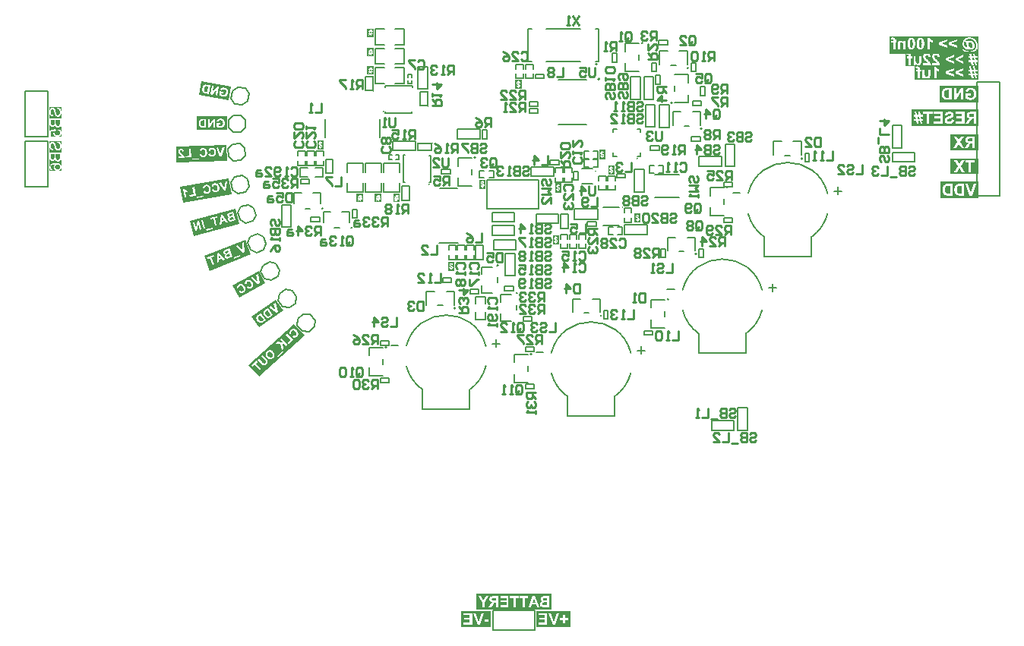
<source format=gbo>
G04*
G04 #@! TF.GenerationSoftware,Altium Limited,Altium Designer,18.1.7 (191)*
G04*
G04 Layer_Color=32896*
%FSLAX25Y25*%
%MOIN*%
G70*
G01*
G75*
%ADD10C,0.00500*%
%ADD11C,0.01000*%
%ADD568C,0.00013*%
%ADD569C,0.00787*%
G36*
X203600Y-15259D02*
X191089D01*
Y-8528D01*
X203600D01*
Y-15259D01*
D02*
G37*
G36*
Y-4758D02*
X191089D01*
Y1973D01*
X203600D01*
Y-4758D01*
D02*
G37*
G36*
X203700Y37432D02*
Y31963D01*
D01*
Y26139D01*
X175459D01*
Y31963D01*
X171476D01*
Y37432D01*
X164642D01*
Y45164D01*
X203700D01*
Y37432D01*
D02*
G37*
G36*
X-92079Y-86322D02*
X-112111Y-104359D01*
X-116773Y-99182D01*
X-96741Y-81145D01*
X-92079Y-86322D01*
D02*
G37*
G36*
X-101307Y-75207D02*
X-112003Y-82696D01*
X-115354Y-77909D01*
X-104659Y-70420D01*
X-101307Y-75207D01*
D02*
G37*
G36*
X-109309Y-63107D02*
X-120724Y-69434D01*
X-123619Y-64211D01*
X-112205Y-57884D01*
X-109309Y-63107D01*
D02*
G37*
G36*
X-115602Y-50495D02*
X-133652Y-57788D01*
X-136238Y-51389D01*
X-118187Y-44096D01*
X-115602Y-50495D01*
D02*
G37*
G36*
X-120801Y-37291D02*
X-140651Y-42610D01*
X-142438Y-35943D01*
X-122588Y-30624D01*
X-120801Y-37291D01*
D02*
G37*
G36*
X-124058Y-24115D02*
X-145431Y-27884D01*
X-146641Y-21023D01*
X-125267Y-17254D01*
X-124058Y-24115D01*
D02*
G37*
G36*
X-126029Y-9484D02*
X-148315Y-10262D01*
X-148558Y-3300D01*
X-126272Y-2521D01*
X-126029Y-9484D01*
D02*
G37*
G36*
X-126100Y4007D02*
X-139490D01*
Y9985D01*
X-126100D01*
Y4007D01*
D02*
G37*
G36*
X-124263Y23099D02*
X-125301Y17211D01*
X-138488Y19536D01*
X-137450Y25424D01*
X-124263Y23099D01*
D02*
G37*
G36*
X24600Y-214261D02*
X9510D01*
Y-207130D01*
X24600D01*
Y-214261D01*
D02*
G37*
G36*
X-10300D02*
X-23484D01*
Y-207130D01*
X-10300D01*
Y-214261D01*
D02*
G37*
G36*
X16300Y-206461D02*
X-16905D01*
Y-199652D01*
X16300D01*
Y-206461D01*
D02*
G37*
G36*
X203600Y-25761D02*
X186839D01*
Y-18630D01*
X203600D01*
Y-25761D01*
D02*
G37*
G36*
X203700Y16245D02*
X186494D01*
Y23556D01*
X203700D01*
Y16245D01*
D02*
G37*
G36*
X203600Y5744D02*
X174343D01*
Y13055D01*
X203600D01*
Y5744D01*
D02*
G37*
G36*
X3100Y22074D02*
X392D01*
Y26198D01*
X3100D01*
Y22074D01*
D02*
G37*
G36*
X39808Y-8820D02*
X37100D01*
Y-4696D01*
X39808D01*
Y-8820D01*
D02*
G37*
G36*
X43808Y-15620D02*
X41100D01*
Y-11496D01*
X43808D01*
Y-15620D01*
D02*
G37*
G36*
X55308Y-36720D02*
X52600D01*
Y-32596D01*
X55308D01*
Y-36720D01*
D02*
G37*
G36*
X19508Y-46320D02*
X16800D01*
Y-42196D01*
X19508D01*
Y-46320D01*
D02*
G37*
G36*
X20508Y-23420D02*
X17800D01*
Y-19296D01*
X20508D01*
Y-23420D01*
D02*
G37*
G36*
X-12692Y-21920D02*
X-15400D01*
Y-17796D01*
X-12692D01*
Y-21920D01*
D02*
G37*
G36*
X-83792Y-4661D02*
X-86500D01*
Y-537D01*
X-83792D01*
Y-4661D01*
D02*
G37*
G36*
X-26392Y-57959D02*
X-29100D01*
Y-53835D01*
X-26392D01*
Y-57959D01*
D02*
G37*
G36*
X-61685Y44896D02*
X-64600D01*
Y48544D01*
X-61685D01*
Y44896D01*
D02*
G37*
G36*
Y36396D02*
X-64600D01*
Y40044D01*
X-61685D01*
Y36396D01*
D02*
G37*
G36*
Y28296D02*
X-64600D01*
Y31944D01*
X-61685D01*
Y28296D01*
D02*
G37*
G36*
X-50285Y-27604D02*
X-53200D01*
Y-23956D01*
X-50285D01*
Y-27604D01*
D02*
G37*
G36*
X-58385D02*
X-61300D01*
Y-23956D01*
X-58385D01*
Y-27604D01*
D02*
G37*
G36*
X-66385D02*
X-69300D01*
Y-23956D01*
X-66385D01*
Y-27604D01*
D02*
G37*
G36*
X-198814Y-3023D02*
X-198822Y-2968D01*
Y-2898D01*
X-198830Y-2820D01*
X-198837Y-2734D01*
X-198861Y-2554D01*
X-198900Y-2359D01*
X-198947Y-2164D01*
X-199009Y-1976D01*
Y-1969D01*
X-199017Y-1953D01*
X-199033Y-1929D01*
X-199048Y-1898D01*
X-199095Y-1812D01*
X-199165Y-1711D01*
X-199251Y-1586D01*
X-199353Y-1469D01*
X-199478Y-1344D01*
X-199618Y-1234D01*
X-199626D01*
X-199634Y-1227D01*
X-199658Y-1211D01*
X-199689Y-1195D01*
X-199728Y-1172D01*
X-199775Y-1149D01*
X-199892Y-1102D01*
X-200025Y-1055D01*
X-200189Y-1008D01*
X-200360Y-977D01*
X-200548Y-961D01*
X-200603Y-1602D01*
X-200595D01*
X-200587D01*
X-200540Y-1609D01*
X-200470Y-1625D01*
X-200376Y-1640D01*
X-200275Y-1672D01*
X-200165Y-1703D01*
X-200064Y-1750D01*
X-199962Y-1805D01*
X-199954Y-1812D01*
X-199923Y-1836D01*
X-199876Y-1875D01*
X-199822Y-1937D01*
X-199759Y-2008D01*
X-199689Y-2094D01*
X-199626Y-2203D01*
X-199564Y-2320D01*
Y-2328D01*
X-199556Y-2336D01*
X-199540Y-2382D01*
X-199517Y-2453D01*
X-199494Y-2554D01*
X-199462Y-2664D01*
X-199439Y-2804D01*
X-199423Y-2953D01*
X-199416Y-3109D01*
Y-3171D01*
X-199423Y-3249D01*
X-199431Y-3335D01*
X-199439Y-3445D01*
X-199462Y-3554D01*
X-199486Y-3671D01*
X-199525Y-3788D01*
X-199533Y-3804D01*
X-199548Y-3835D01*
X-199572Y-3890D01*
X-199611Y-3952D01*
X-199658Y-4030D01*
X-199712Y-4101D01*
X-199775Y-4171D01*
X-199845Y-4233D01*
X-199853Y-4241D01*
X-199884Y-4257D01*
X-199923Y-4280D01*
X-199978Y-4312D01*
X-200040Y-4335D01*
X-200118Y-4358D01*
X-200197Y-4374D01*
X-200282Y-4382D01*
X-200290D01*
X-200321D01*
X-200368Y-4374D01*
X-200423Y-4366D01*
X-200493Y-4351D01*
X-200564Y-4319D01*
X-200634Y-4288D01*
X-200704Y-4241D01*
X-200712Y-4233D01*
X-200735Y-4218D01*
X-200767Y-4179D01*
X-200813Y-4132D01*
X-200860Y-4069D01*
X-200907Y-3991D01*
X-200962Y-3890D01*
X-201009Y-3780D01*
X-201016Y-3773D01*
X-201024Y-3741D01*
X-201040Y-3679D01*
X-201056Y-3640D01*
X-201071Y-3593D01*
X-201087Y-3531D01*
X-201102Y-3468D01*
X-201126Y-3390D01*
X-201149Y-3312D01*
X-201173Y-3218D01*
X-201196Y-3109D01*
X-201227Y-2992D01*
X-201259Y-2867D01*
Y-2859D01*
X-201266Y-2836D01*
X-201274Y-2796D01*
X-201290Y-2750D01*
X-201306Y-2695D01*
X-201321Y-2632D01*
X-201360Y-2484D01*
X-201415Y-2320D01*
X-201469Y-2156D01*
X-201524Y-2008D01*
X-201548Y-1937D01*
X-201579Y-1883D01*
Y-1875D01*
X-201587Y-1867D01*
X-201618Y-1820D01*
X-201657Y-1758D01*
X-201712Y-1680D01*
X-201782Y-1586D01*
X-201860Y-1500D01*
X-201954Y-1414D01*
X-202055Y-1336D01*
X-202071Y-1328D01*
X-202110Y-1305D01*
X-202165Y-1281D01*
X-202243Y-1250D01*
X-202336Y-1211D01*
X-202446Y-1187D01*
X-202571Y-1164D01*
X-202696Y-1156D01*
X-202703D01*
X-202711D01*
X-202735D01*
X-202766D01*
X-202836Y-1172D01*
X-202930Y-1187D01*
X-203047Y-1211D01*
X-203164Y-1250D01*
X-203297Y-1305D01*
X-203422Y-1375D01*
X-203430D01*
X-203438Y-1383D01*
X-203477Y-1414D01*
X-203539Y-1469D01*
X-203617Y-1539D01*
X-203695Y-1625D01*
X-203781Y-1734D01*
X-203867Y-1867D01*
X-203937Y-2015D01*
Y-2023D01*
X-203945Y-2031D01*
X-203953Y-2054D01*
X-203969Y-2094D01*
X-203976Y-2133D01*
X-203992Y-2179D01*
X-204031Y-2289D01*
X-204062Y-2429D01*
X-204086Y-2585D01*
X-204109Y-2765D01*
X-204117Y-2953D01*
Y-3046D01*
X-204109Y-3101D01*
Y-3156D01*
X-204094Y-3288D01*
X-204070Y-3445D01*
X-204039Y-3616D01*
X-203992Y-3788D01*
X-203930Y-3952D01*
Y-3960D01*
X-203922Y-3968D01*
X-203914Y-3991D01*
X-203898Y-4023D01*
X-203852Y-4101D01*
X-203797Y-4202D01*
X-203719Y-4312D01*
X-203625Y-4421D01*
X-203516Y-4530D01*
X-203391Y-4624D01*
X-203375Y-4632D01*
X-203328Y-4663D01*
X-203250Y-4702D01*
X-203156Y-4741D01*
X-203039Y-4788D01*
X-202899Y-4835D01*
X-202750Y-4866D01*
X-202586Y-4882D01*
X-202539Y-4233D01*
X-202547D01*
X-202563D01*
X-202586Y-4226D01*
X-202618Y-4218D01*
X-202703Y-4202D01*
X-202813Y-4171D01*
X-202930Y-4124D01*
X-203047Y-4062D01*
X-203164Y-3976D01*
X-203266Y-3874D01*
X-203274Y-3859D01*
X-203305Y-3819D01*
X-203344Y-3749D01*
X-203391Y-3655D01*
X-203438Y-3531D01*
X-203477Y-3374D01*
X-203508Y-3195D01*
X-203516Y-2984D01*
Y-2882D01*
X-203508Y-2836D01*
Y-2773D01*
X-203485Y-2640D01*
X-203461Y-2492D01*
X-203422Y-2343D01*
X-203367Y-2203D01*
X-203328Y-2140D01*
X-203289Y-2086D01*
X-203281Y-2078D01*
X-203250Y-2047D01*
X-203203Y-2000D01*
X-203133Y-1953D01*
X-203055Y-1898D01*
X-202961Y-1859D01*
X-202860Y-1828D01*
X-202743Y-1812D01*
X-202727D01*
X-202696D01*
X-202641Y-1820D01*
X-202578Y-1836D01*
X-202508Y-1859D01*
X-202430Y-1898D01*
X-202360Y-1945D01*
X-202290Y-2008D01*
X-202282Y-2015D01*
X-202258Y-2054D01*
X-202243Y-2078D01*
X-202219Y-2109D01*
X-202204Y-2156D01*
X-202180Y-2211D01*
X-202149Y-2273D01*
X-202118Y-2343D01*
X-202094Y-2421D01*
X-202063Y-2515D01*
X-202024Y-2625D01*
X-201993Y-2742D01*
X-201961Y-2874D01*
X-201922Y-3023D01*
Y-3031D01*
X-201915Y-3062D01*
X-201907Y-3101D01*
X-201891Y-3156D01*
X-201876Y-3226D01*
X-201852Y-3304D01*
X-201813Y-3476D01*
X-201759Y-3663D01*
X-201704Y-3851D01*
X-201680Y-3945D01*
X-201649Y-4023D01*
X-201618Y-4101D01*
X-201594Y-4163D01*
Y-4171D01*
X-201587Y-4187D01*
X-201571Y-4202D01*
X-201555Y-4233D01*
X-201508Y-4312D01*
X-201454Y-4413D01*
X-201376Y-4522D01*
X-201282Y-4632D01*
X-201181Y-4733D01*
X-201071Y-4819D01*
X-201056Y-4827D01*
X-201016Y-4850D01*
X-200954Y-4890D01*
X-200860Y-4928D01*
X-200759Y-4968D01*
X-200634Y-5007D01*
X-200493Y-5030D01*
X-200345Y-5038D01*
X-200275D01*
X-200197Y-5022D01*
X-200095Y-5007D01*
X-199978Y-4983D01*
X-199845Y-4936D01*
X-199704Y-4882D01*
X-199572Y-4804D01*
X-199556Y-4796D01*
X-199509Y-4757D01*
X-199447Y-4710D01*
X-199369Y-4632D01*
X-199275Y-4538D01*
X-199181Y-4421D01*
X-199095Y-4280D01*
X-199009Y-4124D01*
Y-4116D01*
X-199002Y-4101D01*
X-198994Y-4077D01*
X-198978Y-4046D01*
X-198962Y-4007D01*
X-198947Y-3960D01*
X-198916Y-3835D01*
X-198877Y-3695D01*
X-198845Y-3523D01*
X-198822Y-3343D01*
X-198814Y-3140D01*
Y-5038D01*
D01*
Y-10458D01*
X-204055D01*
X-201438D01*
X-201540Y-10466D01*
X-201665Y-10474D01*
X-201805Y-10489D01*
X-201961Y-10505D01*
X-202126Y-10528D01*
X-202305Y-10552D01*
X-202485Y-10591D01*
X-202664Y-10638D01*
X-202836Y-10692D01*
X-203016Y-10755D01*
X-203172Y-10825D01*
X-203328Y-10911D01*
X-203461Y-11005D01*
X-203469Y-11012D01*
X-203485Y-11028D01*
X-203516Y-11052D01*
X-203555Y-11091D01*
X-203602Y-11145D01*
X-203648Y-11200D01*
X-203703Y-11270D01*
X-203758Y-11348D01*
X-203813Y-11434D01*
X-203867Y-11536D01*
X-203914Y-11637D01*
X-203961Y-11755D01*
X-204000Y-11879D01*
X-204031Y-12012D01*
X-204047Y-12153D01*
X-204055Y-12301D01*
Y-12356D01*
X-204047Y-12403D01*
Y-12450D01*
X-204039Y-12512D01*
X-204016Y-12653D01*
X-203969Y-12809D01*
X-203906Y-12973D01*
X-203828Y-13137D01*
X-203773Y-13215D01*
X-203711Y-13293D01*
Y-13301D01*
X-203695Y-13309D01*
X-203648Y-13355D01*
X-203570Y-13418D01*
X-203469Y-13496D01*
X-203336Y-13582D01*
X-203180Y-13652D01*
X-202992Y-13723D01*
X-202782Y-13762D01*
X-202735Y-13137D01*
X-202743D01*
X-202750D01*
X-202797Y-13121D01*
X-202860Y-13098D01*
X-202938Y-13074D01*
X-203117Y-12996D01*
X-203196Y-12949D01*
X-203266Y-12895D01*
X-203281Y-12887D01*
X-203313Y-12848D01*
X-203352Y-12793D01*
X-203406Y-12723D01*
X-203453Y-12629D01*
X-203500Y-12520D01*
X-203531Y-12395D01*
X-203539Y-12262D01*
Y-12207D01*
X-203531Y-12153D01*
X-203516Y-12083D01*
X-203500Y-11997D01*
X-203469Y-11903D01*
X-203422Y-11817D01*
X-203367Y-11723D01*
X-203360Y-11708D01*
X-203328Y-11676D01*
X-203274Y-11622D01*
X-203203Y-11559D01*
X-203117Y-11481D01*
X-203008Y-11403D01*
X-202875Y-11325D01*
X-202727Y-11255D01*
X-202719D01*
X-202711Y-11247D01*
X-202680Y-11239D01*
X-202649Y-11231D01*
X-202610Y-11216D01*
X-202555Y-11200D01*
X-202493Y-11184D01*
X-202422Y-11169D01*
X-202344Y-11153D01*
X-202258Y-11137D01*
X-202157Y-11122D01*
X-202055Y-11106D01*
X-201938Y-11098D01*
X-201813Y-11091D01*
X-201680Y-11083D01*
X-201548D01*
X-201555Y-11091D01*
X-201594Y-11122D01*
X-201657Y-11169D01*
X-201735Y-11239D01*
X-201821Y-11317D01*
X-201907Y-11411D01*
X-201985Y-11520D01*
X-202055Y-11637D01*
X-202063Y-11653D01*
X-202079Y-11692D01*
X-202110Y-11762D01*
X-202141Y-11848D01*
X-202172Y-11950D01*
X-202204Y-12067D01*
X-202219Y-12192D01*
X-202227Y-12325D01*
Y-12387D01*
X-202219Y-12434D01*
X-202211Y-12489D01*
X-202204Y-12551D01*
X-202172Y-12699D01*
X-202110Y-12864D01*
X-202079Y-12957D01*
X-202032Y-13043D01*
X-201977Y-13137D01*
X-201915Y-13231D01*
X-201844Y-13317D01*
X-201759Y-13402D01*
X-201751Y-13410D01*
X-201735Y-13418D01*
X-201712Y-13441D01*
X-201673Y-13473D01*
X-201626Y-13504D01*
X-201571Y-13543D01*
X-201508Y-13582D01*
X-201438Y-13629D01*
X-201352Y-13668D01*
X-201266Y-13707D01*
X-201165Y-13746D01*
X-201063Y-13777D01*
X-200946Y-13808D01*
X-200829Y-13832D01*
X-200696Y-13840D01*
X-200564Y-13848D01*
X-204055D01*
D01*
X-204117D01*
Y-961D01*
D01*
D01*
D01*
X-198900D01*
X-198814D01*
Y-3023D01*
D02*
G37*
G36*
Y-12207D02*
X-198822Y-12161D01*
Y-12106D01*
X-198830Y-12043D01*
X-198845Y-11965D01*
X-198861Y-11879D01*
X-198884Y-11786D01*
X-198916Y-11684D01*
X-198955Y-11575D01*
X-199002Y-11473D01*
X-199056Y-11364D01*
X-199127Y-11255D01*
X-199205Y-11145D01*
X-199291Y-11044D01*
X-199392Y-10950D01*
X-199400Y-10942D01*
X-199423Y-10927D01*
X-199454Y-10903D01*
X-199501Y-10872D01*
X-199564Y-10833D01*
X-199642Y-10794D01*
X-199736Y-10747D01*
X-199845Y-10708D01*
X-199970Y-10661D01*
X-200111Y-10614D01*
X-200267Y-10575D01*
X-200439Y-10536D01*
X-200626Y-10505D01*
X-200837Y-10481D01*
X-201056Y-10466D01*
X-201298Y-10458D01*
X-198814D01*
Y-12207D01*
D02*
G37*
G36*
X-200439Y-11192D02*
X-200360Y-11200D01*
X-200259Y-11216D01*
X-200157Y-11239D01*
X-200048Y-11270D01*
X-199931Y-11317D01*
X-199915Y-11325D01*
X-199884Y-11340D01*
X-199829Y-11372D01*
X-199767Y-11419D01*
X-199689Y-11473D01*
X-199618Y-11536D01*
X-199540Y-11614D01*
X-199478Y-11700D01*
X-199470Y-11708D01*
X-199454Y-11747D01*
X-199431Y-11794D01*
X-199408Y-11856D01*
X-199376Y-11934D01*
X-199353Y-12028D01*
X-199337Y-12122D01*
X-199329Y-12223D01*
Y-12262D01*
X-199337Y-12293D01*
X-199345Y-12364D01*
X-199369Y-12465D01*
X-199408Y-12567D01*
X-199462Y-12684D01*
X-199540Y-12801D01*
X-199650Y-12910D01*
X-199665Y-12926D01*
X-199712Y-12957D01*
X-199783Y-13004D01*
X-199876Y-13059D01*
X-200001Y-13106D01*
X-200157Y-13152D01*
X-200329Y-13184D01*
X-200524Y-13199D01*
X-200532D01*
X-200548D01*
X-200579D01*
X-200610Y-13192D01*
X-200657D01*
X-200712Y-13184D01*
X-200829Y-13168D01*
X-200962Y-13129D01*
X-201102Y-13082D01*
X-201235Y-13012D01*
X-201360Y-12918D01*
X-201376Y-12902D01*
X-201407Y-12871D01*
X-201462Y-12809D01*
X-201516Y-12723D01*
X-201571Y-12621D01*
X-201626Y-12496D01*
X-201657Y-12356D01*
X-201673Y-12200D01*
Y-12161D01*
X-201665Y-12129D01*
X-201657Y-12051D01*
X-201634Y-11950D01*
X-201594Y-11840D01*
X-201540Y-11715D01*
X-201462Y-11598D01*
X-201360Y-11481D01*
X-201344Y-11466D01*
X-201306Y-11434D01*
X-201235Y-11387D01*
X-201149Y-11333D01*
X-201032Y-11278D01*
X-200892Y-11231D01*
X-200735Y-11200D01*
X-200556Y-11184D01*
X-200540D01*
X-200501D01*
X-200439Y-11192D01*
D02*
G37*
G36*
X-198814Y-13848D02*
X-198900D01*
X-198814D01*
D01*
D02*
G37*
G36*
D02*
X-200485D01*
X-200439Y-13840D01*
X-200392D01*
X-200267Y-13824D01*
X-200134Y-13793D01*
X-199978Y-13762D01*
X-199822Y-13707D01*
X-199665Y-13637D01*
X-199658D01*
X-199650Y-13629D01*
X-199626Y-13613D01*
X-199595Y-13598D01*
X-199525Y-13551D01*
X-199431Y-13488D01*
X-199329Y-13402D01*
X-199228Y-13301D01*
X-199127Y-13192D01*
X-199033Y-13059D01*
X-199025Y-13043D01*
X-199002Y-12996D01*
X-198962Y-12918D01*
X-198923Y-12824D01*
X-198884Y-12699D01*
X-198845Y-12559D01*
X-198822Y-12403D01*
X-198814Y-12239D01*
Y-13848D01*
D02*
G37*
G36*
Y11877D02*
X-198822Y11932D01*
Y12002D01*
X-198830Y12080D01*
X-198837Y12166D01*
X-198861Y12346D01*
X-198900Y12541D01*
X-198947Y12736D01*
X-199009Y12924D01*
Y12932D01*
X-199017Y12947D01*
X-199033Y12970D01*
X-199048Y13002D01*
X-199095Y13088D01*
X-199165Y13189D01*
X-199251Y13314D01*
X-199353Y13431D01*
X-199478Y13556D01*
X-199618Y13666D01*
X-199626D01*
X-199634Y13673D01*
X-199658Y13689D01*
X-199689Y13705D01*
X-199728Y13728D01*
X-199775Y13751D01*
X-199892Y13798D01*
X-200025Y13845D01*
X-200189Y13892D01*
X-200360Y13923D01*
X-200548Y13939D01*
X-200603Y13298D01*
X-200595D01*
X-200587D01*
X-200540Y13291D01*
X-200470Y13275D01*
X-200376Y13260D01*
X-200275Y13228D01*
X-200165Y13197D01*
X-200064Y13150D01*
X-199962Y13095D01*
X-199954Y13088D01*
X-199923Y13064D01*
X-199876Y13025D01*
X-199822Y12963D01*
X-199759Y12892D01*
X-199689Y12807D01*
X-199626Y12697D01*
X-199564Y12580D01*
Y12572D01*
X-199556Y12564D01*
X-199540Y12517D01*
X-199517Y12447D01*
X-199494Y12346D01*
X-199462Y12236D01*
X-199439Y12096D01*
X-199423Y11947D01*
X-199416Y11791D01*
Y11729D01*
X-199423Y11651D01*
X-199431Y11565D01*
X-199439Y11455D01*
X-199462Y11346D01*
X-199486Y11229D01*
X-199525Y11112D01*
X-199533Y11096D01*
X-199548Y11065D01*
X-199572Y11010D01*
X-199611Y10948D01*
X-199658Y10870D01*
X-199712Y10799D01*
X-199775Y10729D01*
X-199845Y10667D01*
X-199853Y10659D01*
X-199884Y10643D01*
X-199923Y10620D01*
X-199978Y10588D01*
X-200040Y10565D01*
X-200118Y10542D01*
X-200197Y10526D01*
X-200282Y10518D01*
X-200290D01*
X-200321D01*
X-200368Y10526D01*
X-200423Y10534D01*
X-200493Y10549D01*
X-200564Y10581D01*
X-200634Y10612D01*
X-200704Y10659D01*
X-200712Y10667D01*
X-200735Y10682D01*
X-200767Y10721D01*
X-200813Y10768D01*
X-200860Y10831D01*
X-200907Y10909D01*
X-200962Y11010D01*
X-201009Y11119D01*
X-201016Y11127D01*
X-201024Y11159D01*
X-201040Y11221D01*
X-201056Y11260D01*
X-201071Y11307D01*
X-201087Y11370D01*
X-201102Y11432D01*
X-201126Y11510D01*
X-201149Y11588D01*
X-201173Y11682D01*
X-201196Y11791D01*
X-201227Y11908D01*
X-201259Y12033D01*
Y12041D01*
X-201266Y12065D01*
X-201274Y12104D01*
X-201290Y12150D01*
X-201306Y12205D01*
X-201321Y12268D01*
X-201360Y12416D01*
X-201415Y12580D01*
X-201469Y12744D01*
X-201524Y12892D01*
X-201548Y12963D01*
X-201579Y13017D01*
Y13025D01*
X-201587Y13033D01*
X-201618Y13080D01*
X-201657Y13142D01*
X-201712Y13220D01*
X-201782Y13314D01*
X-201860Y13400D01*
X-201954Y13486D01*
X-202055Y13564D01*
X-202071Y13572D01*
X-202110Y13595D01*
X-202165Y13619D01*
X-202243Y13650D01*
X-202336Y13689D01*
X-202446Y13713D01*
X-202571Y13736D01*
X-202696Y13744D01*
X-202703D01*
X-202711D01*
X-202735D01*
X-202766D01*
X-202836Y13728D01*
X-202930Y13713D01*
X-203047Y13689D01*
X-203164Y13650D01*
X-203297Y13595D01*
X-203422Y13525D01*
X-203430D01*
X-203438Y13517D01*
X-203477Y13486D01*
X-203539Y13431D01*
X-203617Y13361D01*
X-203695Y13275D01*
X-203781Y13166D01*
X-203867Y13033D01*
X-203937Y12885D01*
Y12877D01*
X-203945Y12869D01*
X-203953Y12846D01*
X-203969Y12807D01*
X-203976Y12767D01*
X-203992Y12721D01*
X-204031Y12611D01*
X-204062Y12471D01*
X-204086Y12314D01*
X-204109Y12135D01*
X-204117Y11947D01*
Y11854D01*
X-204109Y11799D01*
Y11744D01*
X-204094Y11612D01*
X-204070Y11455D01*
X-204039Y11283D01*
X-203992Y11112D01*
X-203930Y10948D01*
Y10940D01*
X-203922Y10932D01*
X-203914Y10909D01*
X-203898Y10877D01*
X-203852Y10799D01*
X-203797Y10698D01*
X-203719Y10588D01*
X-203625Y10479D01*
X-203516Y10370D01*
X-203391Y10276D01*
X-203375Y10268D01*
X-203328Y10237D01*
X-203250Y10198D01*
X-203156Y10159D01*
X-203039Y10112D01*
X-202899Y10065D01*
X-202750Y10034D01*
X-202586Y10018D01*
X-202539Y10667D01*
X-202547D01*
X-202563D01*
X-202586Y10674D01*
X-202618Y10682D01*
X-202703Y10698D01*
X-202813Y10729D01*
X-202930Y10776D01*
X-203047Y10838D01*
X-203164Y10924D01*
X-203266Y11026D01*
X-203274Y11041D01*
X-203305Y11080D01*
X-203344Y11151D01*
X-203391Y11244D01*
X-203438Y11370D01*
X-203477Y11526D01*
X-203508Y11705D01*
X-203516Y11916D01*
Y12018D01*
X-203508Y12065D01*
Y12127D01*
X-203485Y12260D01*
X-203461Y12408D01*
X-203422Y12557D01*
X-203367Y12697D01*
X-203328Y12760D01*
X-203289Y12814D01*
X-203281Y12822D01*
X-203250Y12853D01*
X-203203Y12900D01*
X-203133Y12947D01*
X-203055Y13002D01*
X-202961Y13041D01*
X-202860Y13072D01*
X-202743Y13088D01*
X-202727D01*
X-202696D01*
X-202641Y13080D01*
X-202578Y13064D01*
X-202508Y13041D01*
X-202430Y13002D01*
X-202360Y12955D01*
X-202290Y12892D01*
X-202282Y12885D01*
X-202258Y12846D01*
X-202243Y12822D01*
X-202219Y12791D01*
X-202204Y12744D01*
X-202180Y12689D01*
X-202149Y12627D01*
X-202118Y12557D01*
X-202094Y12478D01*
X-202063Y12385D01*
X-202024Y12275D01*
X-201993Y12158D01*
X-201961Y12026D01*
X-201922Y11877D01*
Y11869D01*
X-201915Y11838D01*
X-201907Y11799D01*
X-201891Y11744D01*
X-201876Y11674D01*
X-201852Y11596D01*
X-201813Y11424D01*
X-201759Y11237D01*
X-201704Y11049D01*
X-201680Y10955D01*
X-201649Y10877D01*
X-201618Y10799D01*
X-201594Y10737D01*
Y10729D01*
X-201587Y10713D01*
X-201571Y10698D01*
X-201555Y10667D01*
X-201508Y10588D01*
X-201454Y10487D01*
X-201376Y10378D01*
X-201282Y10268D01*
X-201181Y10167D01*
X-201071Y10081D01*
X-201056Y10073D01*
X-201016Y10050D01*
X-200954Y10011D01*
X-200860Y9972D01*
X-200759Y9932D01*
X-200634Y9893D01*
X-200493Y9870D01*
X-200345Y9862D01*
X-200275D01*
X-200197Y9878D01*
X-200095Y9893D01*
X-199978Y9917D01*
X-199845Y9964D01*
X-199704Y10018D01*
X-199572Y10096D01*
X-199556Y10104D01*
X-199509Y10143D01*
X-199447Y10190D01*
X-199369Y10268D01*
X-199275Y10362D01*
X-199181Y10479D01*
X-199095Y10620D01*
X-199009Y10776D01*
Y10784D01*
X-199002Y10799D01*
X-198994Y10823D01*
X-198978Y10854D01*
X-198962Y10893D01*
X-198947Y10940D01*
X-198916Y11065D01*
X-198877Y11206D01*
X-198845Y11377D01*
X-198822Y11557D01*
X-198814Y11760D01*
Y9862D01*
D01*
Y4411D01*
X-203953D01*
X-198814D01*
Y2841D01*
X-198822Y2888D01*
X-198830Y2943D01*
X-198837Y3013D01*
X-198845Y3091D01*
X-198861Y3177D01*
X-198908Y3356D01*
X-198978Y3544D01*
X-199025Y3638D01*
X-199080Y3731D01*
X-199134Y3825D01*
X-199205Y3911D01*
X-199212Y3919D01*
X-199220Y3926D01*
X-199244Y3950D01*
X-199275Y3981D01*
X-199314Y4012D01*
X-199361Y4051D01*
X-199416Y4090D01*
X-199478Y4137D01*
X-199626Y4223D01*
X-199806Y4309D01*
X-200009Y4372D01*
X-200126Y4395D01*
X-200243Y4411D01*
X-200290Y3747D01*
X-200282D01*
X-200267D01*
X-200243Y3739D01*
X-200212Y3731D01*
X-200126Y3708D01*
X-200017Y3677D01*
X-199900Y3638D01*
X-199783Y3575D01*
X-199665Y3505D01*
X-199564Y3411D01*
X-199556Y3396D01*
X-199525Y3364D01*
X-199494Y3309D01*
X-199447Y3231D01*
X-199408Y3138D01*
X-199369Y3028D01*
X-199337Y2903D01*
X-199329Y2771D01*
Y2724D01*
X-199337Y2692D01*
X-199345Y2607D01*
X-199369Y2497D01*
X-199416Y2380D01*
X-199470Y2247D01*
X-199556Y2122D01*
X-199603Y2060D01*
X-199665Y1997D01*
X-199673D01*
X-199681Y1982D01*
X-199728Y1951D01*
X-199806Y1896D01*
X-199908Y1841D01*
X-200040Y1787D01*
X-200197Y1732D01*
X-200376Y1701D01*
X-200579Y1685D01*
X-200587D01*
X-200603D01*
X-200634D01*
X-200665Y1693D01*
X-200712D01*
X-200767Y1701D01*
X-200892Y1724D01*
X-201024Y1755D01*
X-201165Y1810D01*
X-201306Y1888D01*
X-201430Y1990D01*
X-201446Y2005D01*
X-201477Y2044D01*
X-201532Y2107D01*
X-201587Y2200D01*
X-201641Y2310D01*
X-201696Y2450D01*
X-201727Y2607D01*
X-201743Y2778D01*
Y2833D01*
X-201735Y2888D01*
X-201727Y2966D01*
X-201704Y3052D01*
X-201680Y3145D01*
X-201641Y3239D01*
X-201594Y3333D01*
X-201587Y3341D01*
X-201571Y3372D01*
X-201540Y3419D01*
X-201501Y3474D01*
X-201446Y3528D01*
X-201384Y3591D01*
X-201313Y3653D01*
X-201235Y3708D01*
X-201321Y4301D01*
X-203953Y3802D01*
Y1256D01*
X-203352D01*
Y3302D01*
X-201969Y3583D01*
X-201977Y3575D01*
X-201985Y3559D01*
X-202001Y3536D01*
X-202024Y3505D01*
X-202047Y3458D01*
X-202071Y3411D01*
X-202133Y3286D01*
X-202196Y3145D01*
X-202243Y2981D01*
X-202282Y2802D01*
X-202297Y2615D01*
Y2552D01*
X-202290Y2505D01*
X-202282Y2443D01*
X-202274Y2380D01*
X-202258Y2302D01*
X-202243Y2224D01*
X-202180Y2044D01*
X-202149Y1951D01*
X-202102Y1857D01*
X-202047Y1755D01*
X-201985Y1662D01*
X-201915Y1568D01*
X-201829Y1482D01*
X-201821Y1474D01*
X-201805Y1459D01*
X-201782Y1435D01*
X-201743Y1412D01*
X-201696Y1373D01*
X-201641Y1334D01*
X-201579Y1295D01*
X-201508Y1248D01*
X-201423Y1201D01*
X-201337Y1162D01*
X-201235Y1123D01*
X-201134Y1084D01*
X-201016Y1060D01*
X-200899Y1037D01*
X-200767Y1021D01*
X-200634Y1013D01*
X-203953D01*
D01*
X-204117D01*
Y13939D01*
D01*
D01*
D01*
X-198900D01*
X-198814D01*
Y11877D01*
D02*
G37*
G36*
Y1013D02*
D01*
D01*
X-198900D01*
X-200564D01*
X-200517Y1021D01*
X-200454Y1029D01*
X-200384Y1037D01*
X-200306Y1045D01*
X-200220Y1060D01*
X-200032Y1115D01*
X-199837Y1185D01*
X-199728Y1232D01*
X-199626Y1287D01*
X-199525Y1349D01*
X-199431Y1419D01*
X-199423Y1427D01*
X-199408Y1443D01*
X-199376Y1474D01*
X-199337Y1513D01*
X-199291Y1560D01*
X-199236Y1623D01*
X-199181Y1693D01*
X-199127Y1779D01*
X-199064Y1865D01*
X-199009Y1966D01*
X-198955Y2083D01*
X-198908Y2200D01*
X-198869Y2333D01*
X-198837Y2466D01*
X-198822Y2615D01*
X-198814Y2771D01*
Y1013D01*
D02*
G37*
%LPC*%
G36*
X201831Y-9328D02*
X197778D01*
Y-14459D01*
D01*
Y-10195D01*
X199285D01*
Y-14459D01*
X201831D01*
X200324D01*
Y-10195D01*
X201831D01*
Y-9328D01*
D02*
G37*
G36*
X197622D02*
X192858D01*
Y-14459D01*
D01*
Y-9328D01*
X193014D01*
X194623Y-11789D01*
X192858Y-14459D01*
X194107D01*
X195240Y-12726D01*
X196380Y-14459D01*
X197622D01*
D01*
X195849Y-11789D01*
X197458Y-9328D01*
X197622D01*
D01*
D02*
G37*
%LPD*%
G36*
X195240Y-10867D02*
X194224Y-9328D01*
X196247D01*
X195240Y-10867D01*
D02*
G37*
%LPC*%
G36*
X197239Y1173D02*
X196028D01*
X195021Y-365D01*
X194006Y1173D01*
X192639D01*
X192795D01*
X194404Y-1287D01*
X192639Y-3958D01*
X193889D01*
X195021Y-2224D01*
X196161Y-3958D01*
X197403D01*
X195630Y-1287D01*
X197239Y1173D01*
D02*
G37*
G36*
X202050D02*
X197458D01*
X199754D01*
X199684Y1166D01*
X199520D01*
X199434Y1158D01*
X199238Y1142D01*
X199043Y1111D01*
X198856Y1080D01*
X198770Y1056D01*
X198699Y1033D01*
X198692D01*
X198684Y1025D01*
X198637Y1009D01*
X198567Y970D01*
X198481Y915D01*
X198387Y845D01*
X198286Y759D01*
X198192Y658D01*
X198098Y533D01*
X198090Y517D01*
X198059Y470D01*
X198028Y400D01*
X197981Y298D01*
X197942Y181D01*
X197903Y49D01*
X197880Y-108D01*
X197872Y-272D01*
Y-279D01*
Y-295D01*
Y-326D01*
X197880Y-365D01*
Y-420D01*
X197887Y-475D01*
X197911Y-607D01*
X197958Y-756D01*
X198020Y-920D01*
X198098Y-1076D01*
X198153Y-1154D01*
X198215Y-1224D01*
Y-1232D01*
X198231Y-1240D01*
X198254Y-1256D01*
X198278Y-1287D01*
X198317Y-1310D01*
X198356Y-1349D01*
X198410Y-1388D01*
X198465Y-1428D01*
X198536Y-1467D01*
X198606Y-1506D01*
X198692Y-1545D01*
X198785Y-1584D01*
X198879Y-1623D01*
X198988Y-1654D01*
X199098Y-1677D01*
X199223Y-1701D01*
X199215D01*
X199207Y-1709D01*
X199168Y-1732D01*
X199106Y-1771D01*
X199028Y-1826D01*
X198942Y-1888D01*
X198848Y-1966D01*
X198754Y-2045D01*
X198668Y-2130D01*
X198661Y-2138D01*
X198629Y-2177D01*
X198582Y-2232D01*
X198512Y-2318D01*
X198426Y-2435D01*
X198332Y-2575D01*
X198270Y-2661D01*
X198215Y-2755D01*
X198153Y-2849D01*
X198082Y-2958D01*
X197458Y-3958D01*
X198699D01*
D01*
X198809D01*
X198699D01*
X199434Y-2849D01*
X199442Y-2841D01*
X199449Y-2826D01*
X199473Y-2794D01*
X199496Y-2755D01*
X199527Y-2701D01*
X199566Y-2654D01*
X199652Y-2529D01*
X199738Y-2396D01*
X199832Y-2279D01*
X199918Y-2169D01*
X199949Y-2123D01*
X199980Y-2091D01*
X199988Y-2083D01*
X200004Y-2068D01*
X200035Y-2037D01*
X200074Y-2005D01*
X200176Y-1935D01*
X200230Y-1904D01*
X200293Y-1881D01*
X200301D01*
X200324Y-1873D01*
X200363Y-1857D01*
X200418Y-1849D01*
X200488Y-1834D01*
X200574Y-1826D01*
X200683Y-1818D01*
X201011D01*
Y-3958D01*
X202050D01*
Y1173D01*
D02*
G37*
%LPD*%
G36*
X201011Y-998D02*
X200012D01*
X199863Y-990D01*
X199707Y-982D01*
X199559Y-974D01*
X199488Y-967D01*
X199434Y-959D01*
X199379Y-943D01*
X199340Y-935D01*
X199332D01*
X199309Y-920D01*
X199277Y-904D01*
X199231Y-889D01*
X199137Y-818D01*
X199090Y-779D01*
X199051Y-725D01*
X199043Y-717D01*
X199035Y-693D01*
X199020Y-662D01*
X198996Y-615D01*
X198973Y-561D01*
X198957Y-490D01*
X198949Y-420D01*
X198942Y-334D01*
Y-326D01*
Y-287D01*
X198949Y-240D01*
X198957Y-186D01*
X198973Y-123D01*
X199004Y-53D01*
X199035Y17D01*
X199082Y80D01*
X199090Y88D01*
X199106Y103D01*
X199137Y134D01*
X199184Y166D01*
X199238Y205D01*
X199301Y236D01*
X199379Y259D01*
X199465Y283D01*
X199473D01*
X199496Y291D01*
X199535D01*
X199606Y298D01*
X199762D01*
X199832Y306D01*
X201011D01*
Y-998D01*
D02*
G37*
%LPC*%
G36*
X167665Y44656D02*
Y43156D01*
X167118D01*
Y43430D01*
Y43438D01*
Y43453D01*
Y43477D01*
Y43508D01*
X167110Y43594D01*
X167102Y43695D01*
X167094Y43805D01*
X167079Y43922D01*
X167055Y44031D01*
X167024Y44125D01*
X167016Y44133D01*
X167001Y44164D01*
X166977Y44211D01*
X166938Y44258D01*
X166891Y44320D01*
X166829Y44383D01*
X166751Y44445D01*
X166657Y44508D01*
X166641Y44515D01*
X166610Y44531D01*
X166548Y44554D01*
X166470Y44586D01*
X166368Y44609D01*
X166251Y44633D01*
X166118Y44648D01*
X165970Y44656D01*
X165899D01*
X165814Y44648D01*
X165704Y44640D01*
X165579Y44625D01*
X165439Y44601D01*
X165290Y44570D01*
X165142Y44531D01*
X165275Y43844D01*
X165282D01*
X165314Y43852D01*
X165360Y43867D01*
X165423Y43875D01*
X165493Y43891D01*
X165571Y43898D01*
X165735Y43906D01*
X165767D01*
X165806Y43898D01*
X165853Y43891D01*
X165954Y43867D01*
X166001Y43836D01*
X166040Y43805D01*
Y43797D01*
X166056Y43781D01*
X166071Y43758D01*
X166087Y43719D01*
X166103Y43664D01*
X166118Y43594D01*
X166126Y43516D01*
X166134Y43414D01*
Y43156D01*
X165400D01*
Y42383D01*
X166134D01*
Y39439D01*
X167665D01*
Y44656D01*
D02*
G37*
G36*
X171624Y43235D02*
Y43156D01*
X170710D01*
Y42610D01*
X170703Y42618D01*
X170687Y42633D01*
X170663Y42664D01*
X170624Y42711D01*
X170578Y42758D01*
X170515Y42805D01*
X170453Y42867D01*
X170375Y42922D01*
X170289Y42977D01*
X170203Y43039D01*
X170101Y43086D01*
X169992Y43141D01*
X169875Y43180D01*
X169758Y43211D01*
X169625Y43227D01*
X169492Y43235D01*
X169437D01*
X169375Y43227D01*
X169297Y43219D01*
X169203Y43203D01*
X169102Y43188D01*
X169000Y43156D01*
X168898Y43117D01*
X168883Y43110D01*
X168852Y43094D01*
X168805Y43071D01*
X168750Y43039D01*
X168680Y42992D01*
X168617Y42938D01*
X168547Y42883D01*
X168492Y42813D01*
X168484Y42805D01*
X168469Y42782D01*
X168446Y42742D01*
X168414Y42696D01*
X168383Y42633D01*
X168352Y42563D01*
X168321Y42485D01*
X168297Y42399D01*
Y42391D01*
X168289Y42360D01*
X168281Y42305D01*
X168266Y42235D01*
X168258Y42141D01*
X168250Y42024D01*
X168242Y41891D01*
D01*
D01*
Y39439D01*
X169227D01*
Y41329D01*
Y41337D01*
Y41352D01*
Y41384D01*
Y41423D01*
Y41477D01*
Y41532D01*
X169234Y41649D01*
X169242Y41782D01*
X169258Y41907D01*
X169273Y42016D01*
X169281Y42063D01*
X169297Y42102D01*
Y42110D01*
X169305Y42133D01*
X169320Y42165D01*
X169344Y42204D01*
X169406Y42297D01*
X169500Y42383D01*
X169508Y42391D01*
X169523Y42399D01*
X169554Y42415D01*
X169594Y42438D01*
X169640Y42454D01*
X169703Y42469D01*
X169765Y42477D01*
X169836Y42485D01*
X169883D01*
X169929Y42477D01*
X169992Y42469D01*
X170062Y42454D01*
X170140Y42422D01*
X170218Y42391D01*
X170297Y42344D01*
X170304Y42336D01*
X170328Y42321D01*
X170359Y42290D01*
X170406Y42243D01*
X170445Y42188D01*
X170492Y42126D01*
X170539Y42055D01*
X170570Y41969D01*
Y41962D01*
X170578Y41923D01*
X170593Y41868D01*
X170601Y41782D01*
X170609Y41727D01*
X170617Y41665D01*
X170624Y41594D01*
X170632Y41516D01*
Y41431D01*
X170640Y41337D01*
Y41227D01*
Y41118D01*
Y39439D01*
X169933D01*
X171624D01*
Y43235D01*
D02*
G37*
G36*
X183503Y44586D02*
X181246D01*
Y39439D01*
X182230D01*
Y43141D01*
X182238Y43133D01*
X182254Y43117D01*
X182285Y43094D01*
X182324Y43055D01*
X182378Y43016D01*
X182441Y42969D01*
X182511Y42914D01*
X182597Y42860D01*
X182683Y42797D01*
X182785Y42735D01*
X182995Y42618D01*
X183238Y42500D01*
X183503Y42399D01*
Y43414D01*
Y43289D01*
X183495D01*
X183488Y43297D01*
X183464Y43305D01*
X183433Y43313D01*
X183355Y43344D01*
X183253Y43399D01*
X183128Y43461D01*
X182988Y43547D01*
X182832Y43641D01*
X182668Y43766D01*
X182660Y43773D01*
X182644Y43781D01*
X182621Y43805D01*
X182597Y43828D01*
X182519Y43898D01*
X182418Y44000D01*
X182316Y44117D01*
X182214Y44258D01*
X182121Y44414D01*
X182051Y44586D01*
X183503D01*
D02*
G37*
G36*
X179786D02*
X176459D01*
X178052D01*
X177997Y44578D01*
X177935Y44570D01*
X177864Y44554D01*
X177786Y44539D01*
X177700Y44515D01*
X177607Y44492D01*
X177513Y44453D01*
X177411Y44414D01*
X177318Y44359D01*
X177224Y44297D01*
X177130Y44227D01*
X177044Y44141D01*
X176958Y44047D01*
X176951Y44039D01*
X176935Y44016D01*
X176911Y43977D01*
X176880Y43930D01*
X176841Y43859D01*
X176802Y43773D01*
X176755Y43672D01*
X176708Y43555D01*
X176662Y43414D01*
X176615Y43266D01*
X176576Y43094D01*
X176537Y42907D01*
X176505Y42696D01*
X176482Y42469D01*
X176466Y42227D01*
X176459Y41962D01*
D01*
D01*
Y41821D01*
X176466Y41727D01*
X176474Y41602D01*
X176482Y41469D01*
X176498Y41313D01*
X176521Y41149D01*
X176584Y40806D01*
X176623Y40634D01*
X176669Y40462D01*
X176732Y40298D01*
X176802Y40142D01*
X176880Y39993D01*
X176966Y39869D01*
X176974Y39861D01*
X176982Y39845D01*
X177005Y39822D01*
X177044Y39790D01*
X177083Y39744D01*
X177138Y39704D01*
X177193Y39658D01*
X177263Y39611D01*
X177341Y39556D01*
X177427Y39509D01*
X177529Y39470D01*
X177630Y39431D01*
X177739Y39392D01*
X177857Y39369D01*
X177989Y39353D01*
X178122Y39345D01*
X178153D01*
X178192Y39353D01*
X178247D01*
X178310Y39361D01*
X178380Y39376D01*
X178466Y39392D01*
X178552Y39415D01*
X178645Y39447D01*
X178747Y39486D01*
X178848Y39533D01*
X178950Y39587D01*
X179051Y39650D01*
X179145Y39728D01*
X179247Y39814D01*
X179333Y39915D01*
X179341Y39923D01*
X179348Y39947D01*
X179372Y39978D01*
X179403Y40033D01*
X179434Y40095D01*
X179473Y40173D01*
X179520Y40275D01*
X179559Y40392D01*
X179598Y40525D01*
X179645Y40673D01*
X179684Y40837D01*
X179715Y41024D01*
X179747Y41235D01*
X179762Y41454D01*
X179778Y41704D01*
X179786Y41969D01*
Y42110D01*
X179778Y42204D01*
X179770Y42329D01*
X179762Y42461D01*
X179747Y42610D01*
X179723Y42774D01*
X179661Y43117D01*
X179622Y43289D01*
X179575Y43461D01*
X179520Y43625D01*
X179450Y43781D01*
X179372Y43930D01*
X179286Y44055D01*
X179278Y44063D01*
X179270Y44078D01*
X179239Y44102D01*
X179208Y44141D01*
X179169Y44180D01*
X179114Y44227D01*
X179051Y44273D01*
X178981Y44320D01*
X178903Y44367D01*
X178817Y44422D01*
X178724Y44461D01*
X178622Y44500D01*
X178505Y44539D01*
X178388Y44562D01*
X178255Y44578D01*
X178122Y44586D01*
X179786D01*
D02*
G37*
G36*
X174139Y44586D02*
X174069D01*
X174014Y44578D01*
X173951Y44570D01*
X173881Y44554D01*
X173803Y44539D01*
X173717Y44515D01*
X173624Y44492D01*
X173530Y44453D01*
X173428Y44414D01*
X173335Y44359D01*
X173241Y44297D01*
X173147Y44226D01*
X173061Y44140D01*
X172975Y44047D01*
X172968Y44039D01*
X172952Y44016D01*
X172928Y43977D01*
X172897Y43930D01*
X172858Y43859D01*
X172819Y43773D01*
X172772Y43672D01*
X172725Y43555D01*
X172678Y43414D01*
X172632Y43266D01*
X172593Y43094D01*
X172554Y42907D01*
X172522Y42696D01*
X172499Y42469D01*
X172483Y42227D01*
X172476Y41962D01*
D01*
D01*
Y41821D01*
X172483Y41727D01*
X172491Y41602D01*
X172499Y41469D01*
X172514Y41313D01*
X172538Y41149D01*
X172600Y40806D01*
X172640Y40634D01*
X172686Y40462D01*
X172749Y40298D01*
X172819Y40142D01*
X172897Y39993D01*
X172983Y39869D01*
X172991Y39861D01*
X172999Y39845D01*
X173022Y39822D01*
X173061Y39790D01*
X173100Y39744D01*
X173155Y39704D01*
X173210Y39658D01*
X173280Y39611D01*
X173358Y39556D01*
X173444Y39509D01*
X173545Y39470D01*
X173647Y39431D01*
X173756Y39392D01*
X173873Y39369D01*
X174006Y39353D01*
X174139Y39345D01*
X172476D01*
D01*
X174170D01*
X174209Y39353D01*
X174264D01*
X174326Y39361D01*
X174397Y39376D01*
X174483Y39392D01*
X174568Y39415D01*
X174662Y39447D01*
X174764Y39486D01*
X174865Y39533D01*
X174967Y39587D01*
X175068Y39650D01*
X175162Y39728D01*
X175264Y39814D01*
X175349Y39915D01*
X175357Y39923D01*
X175365Y39947D01*
X175389Y39978D01*
X175420Y40033D01*
X175451Y40095D01*
X175490Y40173D01*
X175537Y40275D01*
X175576Y40392D01*
X175615Y40525D01*
X175662Y40673D01*
X175701Y40837D01*
X175732Y41024D01*
X175763Y41235D01*
X175779Y41454D01*
X175795Y41704D01*
X175803Y41969D01*
Y42126D01*
Y42110D01*
X175795Y42204D01*
X175787Y42329D01*
X175779Y42461D01*
X175763Y42610D01*
X175740Y42774D01*
X175678Y43117D01*
X175638Y43289D01*
X175592Y43461D01*
X175537Y43625D01*
X175467Y43781D01*
X175389Y43930D01*
X175303Y44055D01*
X175295Y44063D01*
X175287Y44078D01*
X175256Y44102D01*
X175225Y44141D01*
X175186Y44180D01*
X175131Y44227D01*
X175068Y44273D01*
X174998Y44320D01*
X174920Y44367D01*
X174834Y44422D01*
X174740Y44461D01*
X174639Y44500D01*
X174522Y44539D01*
X174405Y44562D01*
X174272Y44578D01*
X174139Y44586D01*
D02*
G37*
G36*
X194101Y43914D02*
X190587D01*
D01*
X194101D01*
X190587Y42383D01*
Y41548D01*
X194101Y40017D01*
D01*
Y43914D01*
D02*
G37*
G36*
X189915D02*
X186401Y42383D01*
Y41548D01*
X189915Y40017D01*
Y43914D01*
D02*
G37*
G36*
X203200Y44664D02*
X196452D01*
X199537D01*
X199475Y44656D01*
X199397D01*
X199311Y44648D01*
X199209Y44633D01*
X199092Y44625D01*
X198975Y44601D01*
X198850Y44578D01*
X198584Y44515D01*
X198319Y44437D01*
X198186Y44383D01*
X198053Y44320D01*
X198045D01*
X198022Y44305D01*
X197991Y44281D01*
X197936Y44258D01*
X197881Y44219D01*
X197819Y44180D01*
X197663Y44070D01*
X197499Y43930D01*
X197319Y43766D01*
X197155Y43570D01*
X197007Y43344D01*
X196999Y43336D01*
X196991Y43313D01*
X196975Y43281D01*
X196952Y43235D01*
X196921Y43172D01*
X196889Y43102D01*
X196858Y43024D01*
X196819Y42938D01*
X196788Y42836D01*
X196757Y42727D01*
X196694Y42493D01*
X196655Y42235D01*
X196640Y42102D01*
Y41962D01*
Y41954D01*
Y41923D01*
Y41876D01*
X196647Y41813D01*
X196655Y41735D01*
X196671Y41641D01*
X196686Y41540D01*
X196710Y41423D01*
X196741Y41298D01*
X196772Y41173D01*
X196819Y41040D01*
X196874Y40899D01*
X196936Y40759D01*
X197014Y40618D01*
X197093Y40486D01*
X197194Y40345D01*
X197202Y40337D01*
X197225Y40306D01*
X197264Y40259D01*
X197319Y40204D01*
X197389Y40134D01*
X197468Y40056D01*
X197561Y39978D01*
X197670Y39892D01*
X197795Y39806D01*
X197928Y39728D01*
X198069Y39650D01*
X198225Y39579D01*
X198397Y39525D01*
X198576Y39478D01*
X198764Y39447D01*
X198959Y39439D01*
X199006D01*
X199061Y39447D01*
X199123Y39455D01*
X199264Y39486D01*
X199334Y39509D01*
X199397Y39540D01*
X199404Y39548D01*
X199420Y39556D01*
X199443Y39579D01*
X199475Y39619D01*
X199506Y39658D01*
X199545Y39712D01*
X199568Y39767D01*
X199592Y39837D01*
X199600Y39829D01*
X199607Y39822D01*
X199631Y39798D01*
X199662Y39775D01*
X199701Y39744D01*
X199748Y39712D01*
X199865Y39642D01*
X200006Y39564D01*
X200170Y39501D01*
X200349Y39455D01*
X200443Y39447D01*
X200545Y39439D01*
X200599D01*
X200638Y39447D01*
X200693Y39455D01*
X200748Y39462D01*
X200880Y39486D01*
X201037Y39533D01*
X201193Y39611D01*
X201271Y39650D01*
X201357Y39704D01*
X201435Y39767D01*
X201505Y39837D01*
X201513Y39845D01*
X201521Y39853D01*
X201536Y39876D01*
X201568Y39908D01*
X201591Y39947D01*
X201622Y40001D01*
X201661Y40056D01*
X201693Y40118D01*
X201763Y40275D01*
X201825Y40454D01*
X201872Y40665D01*
X201880Y40774D01*
X201888Y40899D01*
Y40907D01*
Y40938D01*
Y40977D01*
X201880Y41040D01*
X201872Y41110D01*
X201865Y41196D01*
X201849Y41290D01*
X201833Y41391D01*
X201802Y41509D01*
X201779Y41626D01*
X201740Y41751D01*
X201693Y41876D01*
X201638Y42008D01*
X201575Y42141D01*
X201505Y42274D01*
X201427Y42399D01*
X201419Y42407D01*
X201404Y42438D01*
X201373Y42477D01*
X201326Y42532D01*
X201271Y42594D01*
X201208Y42665D01*
X201130Y42735D01*
X201037Y42813D01*
X200943Y42891D01*
X200834Y42961D01*
X200716Y43031D01*
X200591Y43094D01*
X200451Y43149D01*
X200310Y43188D01*
X200154Y43219D01*
X199998Y43227D01*
X199935D01*
X199896Y43219D01*
X199842Y43211D01*
X199787Y43203D01*
X199646Y43164D01*
X199498Y43110D01*
X199420Y43071D01*
X199342Y43024D01*
X199272Y42969D01*
X199201Y42899D01*
X199139Y42829D01*
X199076Y42743D01*
X198990Y43141D01*
X198069D01*
X198592Y40626D01*
Y40618D01*
X198600Y40587D01*
X198608Y40548D01*
X198616Y40501D01*
X198631Y40400D01*
X198639Y40353D01*
Y40321D01*
Y40306D01*
X198631Y40275D01*
X198623Y40228D01*
X198600Y40189D01*
X198592Y40181D01*
X198576Y40173D01*
X198545Y40157D01*
X198506Y40150D01*
X198475D01*
X198444Y40157D01*
X198389Y40173D01*
X198327Y40196D01*
X198256Y40236D01*
X198170Y40282D01*
X198077Y40353D01*
X198069D01*
X198061Y40368D01*
X198014Y40400D01*
X197952Y40462D01*
X197866Y40540D01*
X197780Y40642D01*
X197678Y40767D01*
X197585Y40907D01*
X197499Y41063D01*
Y41071D01*
X197491Y41087D01*
X197475Y41110D01*
X197460Y41142D01*
X197444Y41181D01*
X197428Y41235D01*
X197381Y41352D01*
X197343Y41493D01*
X197303Y41649D01*
X197280Y41813D01*
X197272Y41993D01*
Y42001D01*
Y42032D01*
Y42079D01*
X197280Y42141D01*
X197288Y42211D01*
X197303Y42297D01*
X197327Y42391D01*
X197350Y42500D01*
X197381Y42610D01*
X197421Y42727D01*
X197475Y42844D01*
X197538Y42969D01*
X197608Y43086D01*
X197694Y43211D01*
X197788Y43328D01*
X197897Y43438D01*
X197905Y43446D01*
X197928Y43461D01*
X197959Y43492D01*
X198014Y43531D01*
X198077Y43570D01*
X198155Y43625D01*
X198241Y43680D01*
X198350Y43734D01*
X198467Y43789D01*
X198600Y43836D01*
X198740Y43891D01*
X198897Y43930D01*
X199061Y43969D01*
X199240Y44000D01*
X199436Y44016D01*
X199639Y44023D01*
X199732D01*
X199795Y44016D01*
X199881D01*
X199975Y44000D01*
X200076Y43992D01*
X200193Y43977D01*
X200443Y43930D01*
X200716Y43859D01*
X200849Y43813D01*
X200990Y43766D01*
X201122Y43703D01*
X201248Y43633D01*
X201255Y43625D01*
X201279Y43617D01*
X201310Y43594D01*
X201357Y43563D01*
X201412Y43524D01*
X201474Y43469D01*
X201544Y43414D01*
X201615Y43352D01*
X201693Y43274D01*
X201779Y43196D01*
X201857Y43102D01*
X201943Y43008D01*
X202099Y42789D01*
X202239Y42540D01*
Y42532D01*
X202255Y42508D01*
X202271Y42469D01*
X202294Y42415D01*
X202318Y42352D01*
X202341Y42274D01*
X202372Y42188D01*
X202403Y42094D01*
X202435Y41985D01*
X202466Y41876D01*
X202513Y41626D01*
X202552Y41360D01*
X202567Y41079D01*
Y41071D01*
Y41048D01*
Y41009D01*
X202560Y40954D01*
Y40892D01*
X202544Y40813D01*
X202536Y40728D01*
X202520Y40634D01*
X202474Y40423D01*
X202411Y40196D01*
X202318Y39970D01*
X202263Y39853D01*
X202200Y39736D01*
X202192Y39728D01*
X202185Y39712D01*
X202161Y39681D01*
X202130Y39634D01*
X202091Y39587D01*
X202044Y39533D01*
X201990Y39470D01*
X201927Y39400D01*
X201857Y39330D01*
X201779Y39259D01*
X201599Y39111D01*
X201388Y38970D01*
X201154Y38853D01*
X201146D01*
X201122Y38838D01*
X201083Y38830D01*
X201037Y38806D01*
X200974Y38791D01*
X200896Y38767D01*
X200810Y38736D01*
X200709Y38713D01*
X200599Y38689D01*
X200482Y38658D01*
X200357Y38634D01*
X200224Y38619D01*
X199928Y38588D01*
X199615Y38572D01*
X199537D01*
X199475Y38580D01*
X199404D01*
X199318Y38588D01*
X199225Y38595D01*
X199123Y38603D01*
X198897Y38627D01*
X198655Y38674D01*
X198413Y38728D01*
X198178Y38806D01*
X198170D01*
X198155Y38814D01*
X198124Y38830D01*
X198077Y38853D01*
X198030Y38877D01*
X197967Y38908D01*
X197827Y38986D01*
X197678Y39080D01*
X197514Y39205D01*
X197350Y39345D01*
X197202Y39509D01*
X196452D01*
Y39548D01*
Y39501D01*
X196468Y39478D01*
X196491Y39439D01*
X196515Y39392D01*
X196554Y39330D01*
X196600Y39267D01*
X196655Y39189D01*
X196718Y39103D01*
X196788Y39017D01*
X196866Y38923D01*
X196960Y38838D01*
X197054Y38744D01*
X197163Y38650D01*
X197272Y38564D01*
X197397Y38478D01*
X197530Y38400D01*
X197538Y38392D01*
X197569Y38377D01*
X197616Y38353D01*
X197678Y38330D01*
X197756Y38291D01*
X197801Y38274D01*
X201439D01*
X201552Y38322D01*
X201560Y38330D01*
X201591Y38338D01*
X201630Y38361D01*
X201685Y38392D01*
X201755Y38439D01*
X201841Y38486D01*
X201927Y38541D01*
X202021Y38611D01*
X202122Y38689D01*
X202224Y38775D01*
X202325Y38869D01*
X202427Y38970D01*
X202528Y39080D01*
X202622Y39205D01*
X202716Y39330D01*
X202794Y39470D01*
X202802Y39478D01*
X202810Y39501D01*
X202833Y39548D01*
X202856Y39603D01*
X202888Y39673D01*
X202919Y39759D01*
X202958Y39853D01*
X202997Y39962D01*
X203036Y40079D01*
X203075Y40204D01*
X203106Y40345D01*
X203137Y40486D01*
X203184Y40798D01*
X203192Y40962D01*
X203200Y41126D01*
Y38392D01*
Y41220D01*
X203192Y41290D01*
X203184Y41384D01*
X203177Y41485D01*
X203161Y41594D01*
X203145Y41727D01*
X203114Y41860D01*
X203091Y42008D01*
X203052Y42157D01*
X203005Y42313D01*
X202950Y42477D01*
X202888Y42641D01*
X202817Y42797D01*
X202739Y42961D01*
X202731Y42969D01*
X202716Y43000D01*
X202692Y43039D01*
X202653Y43102D01*
X202606Y43172D01*
X202552Y43250D01*
X202482Y43344D01*
X202403Y43438D01*
X202318Y43539D01*
X202224Y43648D01*
X202114Y43750D01*
X202005Y43859D01*
X201880Y43961D01*
X201755Y44063D01*
X201615Y44148D01*
X201466Y44234D01*
X201458Y44242D01*
X201427Y44250D01*
X201388Y44273D01*
X201326Y44305D01*
X201248Y44336D01*
X201154Y44367D01*
X201052Y44406D01*
X200935Y44453D01*
X200802Y44492D01*
X200662Y44531D01*
X200513Y44562D01*
X200349Y44594D01*
X200178Y44625D01*
X199998Y44648D01*
X199818Y44656D01*
X199623Y44664D01*
X203200D01*
D02*
G37*
G36*
Y37432D02*
Y36407D01*
X202200D01*
X201990Y37432D01*
X201207D01*
X201412Y36407D01*
X200654D01*
X200449Y37432D01*
X199637D01*
X199842Y36407D01*
X199365D01*
D01*
Y35313D01*
Y35634D01*
X199998D01*
X200209Y34603D01*
X199365D01*
D01*
Y33830D01*
X200365D01*
X200646Y32471D01*
X201821D01*
X201427D01*
X201162Y33830D01*
X201935D01*
X202216Y32471D01*
X202997D01*
X202724Y33830D01*
X203200D01*
Y35618D01*
Y34603D01*
X202567D01*
X202357Y35634D01*
X203200D01*
Y37432D01*
D02*
G37*
G36*
X174498D02*
Y36274D01*
X173951D01*
Y36547D01*
Y36555D01*
Y36571D01*
Y36594D01*
Y36626D01*
X173944Y36711D01*
X173936Y36813D01*
X173928Y36922D01*
X173913Y37040D01*
X173889Y37149D01*
X173858Y37243D01*
X173850Y37250D01*
X173834Y37282D01*
X173811Y37328D01*
X173772Y37375D01*
X173730Y37432D01*
X172018D01*
X172108Y36961D01*
X172116D01*
X172147Y36969D01*
X172194Y36985D01*
X172257Y36993D01*
X172327Y37008D01*
X172405Y37016D01*
X172569Y37024D01*
X172600D01*
X172640Y37016D01*
X172686Y37008D01*
X172788Y36985D01*
X172835Y36954D01*
X172874Y36922D01*
Y36915D01*
X172889Y36899D01*
X172905Y36876D01*
X172921Y36836D01*
X172936Y36782D01*
X172952Y36711D01*
X172960Y36633D01*
X172968Y36532D01*
Y36274D01*
X172233D01*
Y35501D01*
X172968D01*
Y32557D01*
X174498D01*
Y37432D01*
D02*
G37*
G36*
X185953D02*
X183912D01*
X183909Y37430D01*
X183823Y37360D01*
X183738Y37290D01*
X183730Y37282D01*
X183722Y37274D01*
X183698Y37250D01*
X183667Y37219D01*
X183636Y37180D01*
X183597Y37126D01*
X183519Y37008D01*
X183441Y36860D01*
X183370Y36688D01*
X183316Y36493D01*
X183308Y36384D01*
X183300Y36274D01*
Y36313D01*
Y36219D01*
X183308Y36149D01*
X183316Y36063D01*
X183331Y35962D01*
X183355Y35852D01*
X183386Y35728D01*
X183425Y35610D01*
X183433Y35595D01*
X183449Y35556D01*
X183480Y35493D01*
X183519Y35415D01*
X183573Y35313D01*
X183644Y35204D01*
X183730Y35087D01*
X183823Y34962D01*
X183831Y34954D01*
X183855Y34923D01*
X183902Y34868D01*
X183972Y34798D01*
X184058Y34704D01*
X184175Y34587D01*
X184308Y34455D01*
X184472Y34306D01*
X184479Y34298D01*
X184495Y34290D01*
X184519Y34267D01*
X184542Y34236D01*
X184620Y34165D01*
X184714Y34072D01*
X184815Y33978D01*
X184909Y33884D01*
X184995Y33798D01*
X185026Y33767D01*
X185057Y33736D01*
X185065Y33728D01*
X185081Y33713D01*
X185104Y33689D01*
X185128Y33650D01*
X185198Y33572D01*
X185260Y33470D01*
X183300D01*
Y32557D01*
X186744D01*
Y32611D01*
Y32580D01*
X186737Y32611D01*
X186729Y32642D01*
X186721Y32689D01*
X186713Y32744D01*
X186682Y32869D01*
X186643Y33025D01*
X186580Y33189D01*
X186510Y33361D01*
X186416Y33533D01*
Y33541D01*
X186401Y33556D01*
X186385Y33580D01*
X186362Y33619D01*
X186323Y33666D01*
X186284Y33720D01*
X186229Y33791D01*
X186174Y33861D01*
X186104Y33947D01*
X186018Y34040D01*
X185932Y34142D01*
X185831Y34251D01*
X185713Y34369D01*
X185596Y34493D01*
X185456Y34626D01*
X185307Y34767D01*
X185300Y34775D01*
X185276Y34790D01*
X185245Y34829D01*
X185198Y34868D01*
X185151Y34915D01*
X185089Y34978D01*
X184956Y35103D01*
X184815Y35243D01*
X184683Y35384D01*
X184620Y35446D01*
X184565Y35501D01*
X184519Y35556D01*
X184487Y35603D01*
X184479Y35618D01*
X184456Y35657D01*
X184425Y35712D01*
X184386Y35790D01*
X184347Y35884D01*
X184315Y35985D01*
X184292Y36094D01*
X184284Y36204D01*
Y36219D01*
Y36259D01*
X184292Y36321D01*
X184308Y36391D01*
X184331Y36469D01*
X184362Y36555D01*
X184401Y36641D01*
X184464Y36711D01*
X184472Y36719D01*
X184495Y36743D01*
X184534Y36766D01*
X184589Y36805D01*
X184659Y36836D01*
X184745Y36860D01*
X184846Y36883D01*
X184956Y36891D01*
X185003D01*
X185065Y36883D01*
X185128Y36868D01*
X185206Y36844D01*
X185292Y36813D01*
X185370Y36766D01*
X185448Y36704D01*
X185456Y36696D01*
X185479Y36665D01*
X185503Y36626D01*
X185542Y36555D01*
X185573Y36469D01*
X185612Y36368D01*
X185635Y36235D01*
X185651Y36087D01*
X186627Y36180D01*
Y36188D01*
X186619Y36219D01*
Y36259D01*
X186604Y36313D01*
X186596Y36384D01*
X186573Y36454D01*
X186557Y36540D01*
X186526Y36633D01*
X186455Y36821D01*
X186362Y37016D01*
X186299Y37110D01*
X186237Y37196D01*
X186159Y37274D01*
X186081Y37344D01*
X186073Y37352D01*
X186057Y37360D01*
X186034Y37375D01*
X185995Y37399D01*
X185956Y37430D01*
X185953Y37432D01*
D02*
G37*
G36*
X181970D02*
X179929D01*
X179926Y37430D01*
X179840Y37360D01*
X179754Y37290D01*
X179747Y37282D01*
X179739Y37274D01*
X179715Y37250D01*
X179684Y37219D01*
X179653Y37180D01*
X179614Y37126D01*
X179536Y37008D01*
X179458Y36860D01*
X179387Y36688D01*
X179333Y36493D01*
X179325Y36384D01*
X179317Y36274D01*
Y36219D01*
X179325Y36149D01*
X179333Y36063D01*
X179348Y35962D01*
X179372Y35852D01*
X179403Y35728D01*
X179442Y35610D01*
X179450Y35595D01*
X179465Y35556D01*
X179497Y35493D01*
X179536Y35415D01*
X179590Y35313D01*
X179661Y35204D01*
X179747Y35087D01*
X179840Y34962D01*
X179848Y34954D01*
X179871Y34923D01*
X179918Y34868D01*
X179989Y34798D01*
X180075Y34704D01*
X180192Y34587D01*
X180324Y34455D01*
X180489Y34306D01*
X180496Y34298D01*
X180512Y34290D01*
X180535Y34267D01*
X180559Y34236D01*
X180637Y34165D01*
X180731Y34072D01*
X180832Y33978D01*
X180926Y33884D01*
X181012Y33798D01*
X181043Y33767D01*
X181074Y33736D01*
X181082Y33728D01*
X181098Y33713D01*
X181121Y33689D01*
X181145Y33650D01*
X181215Y33572D01*
X181277Y33470D01*
X179317D01*
Y32557D01*
X182761D01*
Y32705D01*
Y32580D01*
X182753Y32611D01*
X182746Y32642D01*
X182738Y32689D01*
X182730Y32744D01*
X182699Y32869D01*
X182660Y33025D01*
X182597Y33189D01*
X182527Y33361D01*
X182433Y33533D01*
Y33541D01*
X182418Y33556D01*
X182402Y33580D01*
X182378Y33619D01*
X182340Y33666D01*
X182300Y33720D01*
X182246Y33791D01*
X182191Y33861D01*
X182121Y33947D01*
X182035Y34040D01*
X181949Y34142D01*
X181848Y34251D01*
X181730Y34369D01*
X181613Y34493D01*
X181473Y34626D01*
X181324Y34767D01*
X181316Y34775D01*
X181293Y34790D01*
X181262Y34829D01*
X181215Y34868D01*
X181168Y34915D01*
X181105Y34978D01*
X180973Y35103D01*
X180832Y35243D01*
X180699Y35384D01*
X180637Y35446D01*
X180582Y35501D01*
X180535Y35556D01*
X180504Y35603D01*
X180496Y35618D01*
X180473Y35657D01*
X180442Y35712D01*
X180403Y35790D01*
X180364Y35884D01*
X180332Y35985D01*
X180309Y36094D01*
X180301Y36204D01*
Y36219D01*
Y36259D01*
X180309Y36321D01*
X180324Y36391D01*
X180348Y36469D01*
X180379Y36555D01*
X180418Y36641D01*
X180481Y36711D01*
X180489Y36719D01*
X180512Y36743D01*
X180551Y36766D01*
X180606Y36805D01*
X180676Y36836D01*
X180762Y36860D01*
X180863Y36883D01*
X180973Y36891D01*
X181020D01*
X181082Y36883D01*
X181145Y36868D01*
X181223Y36844D01*
X181309Y36813D01*
X181387Y36766D01*
X181465Y36704D01*
X181473Y36696D01*
X181496Y36665D01*
X181519Y36626D01*
X181559Y36555D01*
X181590Y36469D01*
X181629Y36368D01*
X181652Y36235D01*
X181668Y36087D01*
X182644Y36180D01*
Y36188D01*
X182636Y36219D01*
Y36259D01*
X182621Y36313D01*
X182613Y36384D01*
X182589Y36454D01*
X182574Y36540D01*
X182543Y36633D01*
X182472Y36821D01*
X182378Y37016D01*
X182316Y37110D01*
X182254Y37196D01*
X182176Y37274D01*
X182097Y37344D01*
X182090Y37352D01*
X182074Y37360D01*
X182051Y37375D01*
X182011Y37399D01*
X181972Y37430D01*
X181970Y37432D01*
D02*
G37*
G36*
X178458Y36274D02*
X177474D01*
Y34556D01*
Y34548D01*
Y34525D01*
Y34486D01*
Y34431D01*
Y34369D01*
Y34298D01*
X177466Y34142D01*
Y33970D01*
X177450Y33814D01*
Y33744D01*
X177443Y33681D01*
X177435Y33627D01*
X177427Y33588D01*
Y33580D01*
X177419Y33556D01*
X177404Y33525D01*
X177380Y33486D01*
X177318Y33400D01*
X177279Y33353D01*
X177232Y33314D01*
X177224Y33306D01*
X177208Y33299D01*
X177169Y33283D01*
X177130Y33267D01*
X177076Y33244D01*
X177013Y33228D01*
X176943Y33220D01*
X176865Y33213D01*
X176826D01*
X176779Y33220D01*
X176716Y33228D01*
X176646Y33244D01*
X176568Y33267D01*
X176498Y33299D01*
X176419Y33345D01*
X176412Y33353D01*
X176388Y33369D01*
X176349Y33400D01*
X176310Y33439D01*
X176263Y33494D01*
X176216Y33549D01*
X176177Y33619D01*
X176146Y33689D01*
Y33697D01*
X176130Y33736D01*
Y33759D01*
X176123Y33798D01*
X176115Y33845D01*
X176107Y33892D01*
X176099Y33955D01*
X176092Y34025D01*
X176084Y34111D01*
Y34205D01*
X176076Y34306D01*
X176068Y34423D01*
Y34556D01*
Y34697D01*
Y36274D01*
X176771D01*
X175084D01*
Y32463D01*
Y32557D01*
X175998D01*
Y33111D01*
X176006Y33095D01*
X176037Y33064D01*
X176076Y33010D01*
X176138Y32939D01*
X176216Y32861D01*
X176310Y32783D01*
X176419Y32705D01*
X176537Y32635D01*
X176552Y32627D01*
X176591Y32611D01*
X176662Y32580D01*
X176748Y32549D01*
X176849Y32518D01*
X176966Y32486D01*
X177099Y32471D01*
X177232Y32463D01*
X177294D01*
X177365Y32471D01*
X177458Y32486D01*
X177560Y32502D01*
X177669Y32533D01*
X177786Y32572D01*
X177903Y32627D01*
X177919Y32635D01*
X177950Y32658D01*
X178005Y32697D01*
X178067Y32744D01*
X178138Y32814D01*
X178208Y32893D01*
X178278Y32986D01*
X178333Y33088D01*
X178341Y33103D01*
X178349Y33142D01*
X178372Y33213D01*
X178395Y33306D01*
X178419Y33424D01*
X178435Y33564D01*
X178450Y33728D01*
X178458Y33916D01*
Y36274D01*
D02*
G37*
G36*
X196952Y37032D02*
X193438Y35501D01*
Y34665D01*
X196952Y33135D01*
Y37032D01*
D02*
G37*
G36*
X192766D02*
X189251D01*
X192766D01*
X189251Y35501D01*
Y34665D01*
X192766Y33135D01*
D01*
Y37032D01*
D02*
G37*
G36*
X203200Y31950D02*
Y30584D01*
X202200D01*
X201919Y31950D01*
X199365D01*
X199568D01*
X199842Y30584D01*
X199365D01*
D01*
Y29810D01*
X199998D01*
X200209Y28779D01*
X199365D01*
D01*
Y28006D01*
X200365D01*
X200646Y26647D01*
X201821D01*
X201427D01*
X201162Y28006D01*
X201935D01*
X202216Y26647D01*
X202997D01*
X202724Y28006D01*
X203200D01*
Y29678D01*
Y28779D01*
X202567D01*
X202357Y29810D01*
X203200D01*
Y31950D01*
D02*
G37*
G36*
X186354Y31880D02*
Y30584D01*
X186346D01*
X186338Y30591D01*
X186315Y30599D01*
X186284Y30607D01*
X186205Y30638D01*
X186104Y30693D01*
X185979Y30755D01*
X185838Y30841D01*
X185682Y30935D01*
X185518Y31060D01*
X185510Y31068D01*
X185495Y31076D01*
X185471Y31099D01*
X185448Y31122D01*
X185370Y31193D01*
X185268Y31294D01*
X185167Y31411D01*
X185065Y31552D01*
X184971Y31708D01*
X184901Y31880D01*
X186354D01*
X184097D01*
Y26733D01*
X186354D01*
Y31880D01*
D02*
G37*
G36*
X178481Y31950D02*
Y30451D01*
X177935D01*
Y30724D01*
Y30732D01*
Y30748D01*
Y30771D01*
Y30802D01*
X177927Y30888D01*
X177919Y30990D01*
X177911Y31099D01*
X177896Y31216D01*
X177872Y31325D01*
X177841Y31419D01*
X177833Y31427D01*
X177817Y31458D01*
X177794Y31505D01*
X177755Y31552D01*
X177708Y31614D01*
X177646Y31677D01*
X177568Y31739D01*
X177474Y31802D01*
X177458Y31810D01*
X177427Y31825D01*
X177365Y31849D01*
X177286Y31880D01*
X177185Y31903D01*
X177068Y31927D01*
X176935Y31942D01*
X176787Y31950D01*
X176716D01*
X176630Y31942D01*
X176521Y31935D01*
X176396Y31919D01*
X176256Y31896D01*
X176107Y31864D01*
X175959Y31825D01*
X176092Y31138D01*
X176099D01*
X176130Y31146D01*
X176177Y31161D01*
X176240Y31169D01*
X176310Y31185D01*
X176388Y31193D01*
X176552Y31201D01*
X176584D01*
X176623Y31193D01*
X176669Y31185D01*
X176771Y31161D01*
X176818Y31130D01*
X176857Y31099D01*
Y31091D01*
X176873Y31076D01*
X176888Y31052D01*
X176904Y31013D01*
X176919Y30958D01*
X176935Y30888D01*
X176943Y30810D01*
X176951Y30708D01*
Y30451D01*
X176216D01*
Y29678D01*
X176951D01*
Y26733D01*
X178481D01*
Y31950D01*
D02*
G37*
G36*
X196952Y31208D02*
X193438Y29678D01*
Y28842D01*
X196952Y27311D01*
Y31208D01*
D02*
G37*
G36*
X192766D02*
X189251D01*
X192766D01*
X189251Y29678D01*
Y28842D01*
X192766Y27311D01*
D01*
Y31208D01*
D02*
G37*
G36*
X182441Y30451D02*
X179067D01*
Y26639D01*
Y26733D01*
X179981D01*
Y27288D01*
X179989Y27272D01*
X180020Y27241D01*
X180059Y27186D01*
X180122Y27116D01*
X180200Y27038D01*
X180293Y26960D01*
X180403Y26882D01*
X180520Y26811D01*
X180535Y26803D01*
X180574Y26788D01*
X180645Y26757D01*
X180731Y26725D01*
X180832Y26694D01*
X180949Y26663D01*
X181082Y26647D01*
X181215Y26639D01*
X181277D01*
X181348Y26647D01*
X181441Y26663D01*
X181543Y26678D01*
X181652Y26710D01*
X181769Y26749D01*
X181886Y26803D01*
X181902Y26811D01*
X181933Y26835D01*
X181988Y26874D01*
X182051Y26921D01*
X182121Y26991D01*
X182191Y27069D01*
X182261Y27163D01*
X182316Y27264D01*
X182324Y27280D01*
X182332Y27319D01*
X182355Y27389D01*
X182378Y27483D01*
X182402Y27600D01*
X182418Y27741D01*
X182433Y27905D01*
X182441Y28092D01*
Y30451D01*
D02*
G37*
%LPD*%
G36*
X167665Y39439D02*
X167118D01*
Y42383D01*
X167665D01*
Y39439D01*
D02*
G37*
G36*
X178185Y43766D02*
X178231Y43758D01*
X178278Y43742D01*
X178333Y43727D01*
X178388Y43695D01*
X178442Y43656D01*
X178450Y43648D01*
X178466Y43633D01*
X178489Y43602D01*
X178520Y43563D01*
X178552Y43508D01*
X178591Y43438D01*
X178622Y43352D01*
X178653Y43250D01*
Y43242D01*
Y43235D01*
X178661Y43211D01*
X178669Y43180D01*
X178677Y43133D01*
X178684Y43078D01*
X178692Y43016D01*
X178700Y42946D01*
X178708Y42860D01*
X178716Y42766D01*
X178724Y42665D01*
X178731Y42547D01*
X178739Y42415D01*
Y42274D01*
X178747Y42126D01*
Y41962D01*
Y41954D01*
Y41923D01*
Y41876D01*
Y41813D01*
Y41743D01*
X178739Y41657D01*
Y41563D01*
Y41469D01*
X178724Y41259D01*
X178708Y41056D01*
X178700Y40954D01*
X178692Y40868D01*
X178677Y40782D01*
X178661Y40712D01*
X178653Y40696D01*
X178645Y40657D01*
X178630Y40603D01*
X178598Y40532D01*
X178567Y40454D01*
X178536Y40384D01*
X178489Y40321D01*
X178442Y40267D01*
X178435Y40259D01*
X178419Y40251D01*
X178388Y40236D01*
X178349Y40212D01*
X178302Y40189D01*
X178247Y40173D01*
X178185Y40165D01*
X178122Y40157D01*
X178091D01*
X178060Y40165D01*
X178021Y40173D01*
X177919Y40204D01*
X177872Y40228D01*
X177817Y40267D01*
X177810Y40275D01*
X177794Y40290D01*
X177771Y40321D01*
X177739Y40361D01*
X177700Y40415D01*
X177669Y40486D01*
X177630Y40571D01*
X177599Y40673D01*
Y40681D01*
X177591Y40688D01*
Y40712D01*
X177583Y40751D01*
X177575Y40790D01*
X177568Y40845D01*
X177560Y40907D01*
X177544Y40977D01*
X177536Y41063D01*
X177529Y41157D01*
X177521Y41259D01*
X177513Y41376D01*
X177505Y41509D01*
Y41649D01*
X177497Y41798D01*
Y41962D01*
Y41969D01*
Y42001D01*
Y42048D01*
Y42110D01*
Y42180D01*
X177505Y42266D01*
Y42360D01*
Y42454D01*
X177521Y42665D01*
X177536Y42867D01*
X177544Y42961D01*
X177560Y43055D01*
X177575Y43133D01*
X177591Y43203D01*
Y43211D01*
Y43219D01*
X177607Y43258D01*
X177622Y43313D01*
X177654Y43383D01*
X177724Y43539D01*
X177771Y43602D01*
X177817Y43656D01*
X177825Y43664D01*
X177841Y43672D01*
X177872Y43695D01*
X177903Y43719D01*
X177950Y43734D01*
X178005Y43758D01*
X178060Y43766D01*
X178122Y43773D01*
X178153D01*
X178185Y43766D01*
D02*
G37*
G36*
X174202Y43766D02*
X174248Y43758D01*
X174295Y43742D01*
X174350Y43727D01*
X174405Y43695D01*
X174459Y43656D01*
X174467Y43648D01*
X174483Y43633D01*
X174506Y43602D01*
X174537Y43563D01*
X174568Y43508D01*
X174608Y43438D01*
X174639Y43352D01*
X174670Y43250D01*
Y43242D01*
Y43235D01*
X174678Y43211D01*
X174686Y43180D01*
X174694Y43133D01*
X174701Y43078D01*
X174709Y43016D01*
X174717Y42946D01*
X174725Y42860D01*
X174732Y42766D01*
X174740Y42665D01*
X174748Y42547D01*
X174756Y42415D01*
Y42274D01*
X174764Y42126D01*
Y41962D01*
Y41954D01*
Y41923D01*
Y41876D01*
Y41813D01*
Y41743D01*
X174756Y41657D01*
Y41563D01*
Y41469D01*
X174740Y41259D01*
X174725Y41056D01*
X174717Y40954D01*
X174709Y40868D01*
X174694Y40782D01*
X174678Y40712D01*
X174670Y40696D01*
X174662Y40657D01*
X174647Y40603D01*
X174615Y40532D01*
X174584Y40454D01*
X174553Y40384D01*
X174506Y40321D01*
X174459Y40267D01*
X174451Y40259D01*
X174436Y40251D01*
X174405Y40235D01*
X174365Y40212D01*
X174319Y40189D01*
X174264Y40173D01*
X174202Y40165D01*
X174139Y40157D01*
X174108D01*
X174076Y40165D01*
X174038Y40173D01*
X173936Y40204D01*
X173889Y40228D01*
X173834Y40267D01*
X173827Y40275D01*
X173811Y40290D01*
X173787Y40321D01*
X173756Y40361D01*
X173717Y40415D01*
X173686Y40486D01*
X173647Y40571D01*
X173616Y40673D01*
Y40681D01*
X173608Y40688D01*
Y40712D01*
X173600Y40751D01*
X173592Y40790D01*
X173584Y40845D01*
X173577Y40907D01*
X173561Y40977D01*
X173553Y41063D01*
X173545Y41157D01*
X173538Y41259D01*
X173530Y41376D01*
X173522Y41509D01*
Y41649D01*
X173514Y41798D01*
Y41962D01*
Y41969D01*
Y42001D01*
Y42048D01*
Y42110D01*
Y42180D01*
X173522Y42266D01*
Y42360D01*
Y42454D01*
X173538Y42664D01*
X173553Y42867D01*
X173561Y42961D01*
X173577Y43055D01*
X173592Y43133D01*
X173608Y43203D01*
Y43211D01*
Y43219D01*
X173624Y43258D01*
X173639Y43313D01*
X173670Y43383D01*
X173741Y43539D01*
X173787Y43602D01*
X173834Y43656D01*
X173842Y43664D01*
X173858Y43672D01*
X173889Y43695D01*
X173920Y43719D01*
X173967Y43734D01*
X174022Y43758D01*
X174076Y43766D01*
X174139Y43773D01*
X174170D01*
X174202Y43766D01*
D02*
G37*
G36*
X194101Y41009D02*
X191657Y41969D01*
X194101Y42930D01*
Y41009D01*
D02*
G37*
G36*
X189915D02*
X187471Y41969D01*
X189915Y42930D01*
Y41009D01*
D02*
G37*
G36*
X200021Y42579D02*
X200099Y42563D01*
X200185Y42540D01*
X200279Y42493D01*
X200373Y42438D01*
X200474Y42360D01*
X200482Y42352D01*
X200513Y42313D01*
X200560Y42266D01*
X200615Y42188D01*
X200677Y42094D01*
X200740Y41985D01*
X200802Y41844D01*
X200857Y41696D01*
Y41688D01*
X200865Y41680D01*
Y41657D01*
X200873Y41626D01*
X200896Y41540D01*
X200920Y41438D01*
X200943Y41321D01*
X200958Y41196D01*
X200974Y41063D01*
X200982Y40938D01*
Y40931D01*
Y40923D01*
Y40899D01*
Y40868D01*
X200974Y40790D01*
X200958Y40688D01*
X200935Y40579D01*
X200904Y40478D01*
X200865Y40368D01*
X200802Y40282D01*
X200795Y40275D01*
X200771Y40251D01*
X200732Y40220D01*
X200677Y40181D01*
X200615Y40142D01*
X200537Y40111D01*
X200451Y40087D01*
X200357Y40079D01*
X200326D01*
X200287Y40087D01*
X200240Y40095D01*
X200178Y40103D01*
X200115Y40118D01*
X200053Y40142D01*
X199982Y40173D01*
X199975D01*
X199959Y40189D01*
X199935Y40204D01*
X199896Y40228D01*
X199818Y40298D01*
X199724Y40392D01*
X199717Y40400D01*
X199693Y40431D01*
X199654Y40478D01*
X199615Y40548D01*
X199560Y40634D01*
X199514Y40743D01*
X199459Y40868D01*
X199404Y41009D01*
Y41017D01*
X199397Y41024D01*
X199389Y41048D01*
X199381Y41079D01*
X199357Y41157D01*
X199334Y41259D01*
X199311Y41376D01*
X199287Y41509D01*
X199272Y41641D01*
X199264Y41774D01*
Y41782D01*
Y41790D01*
Y41837D01*
X199272Y41907D01*
X199287Y41993D01*
X199311Y42094D01*
X199342Y42196D01*
X199389Y42290D01*
X199451Y42375D01*
X199459Y42383D01*
X199482Y42407D01*
X199522Y42446D01*
X199576Y42485D01*
X199646Y42524D01*
X199724Y42563D01*
X199811Y42586D01*
X199912Y42594D01*
X199967D01*
X200021Y42579D01*
D02*
G37*
G36*
X201779Y34603D02*
X201013D01*
X200810Y35634D01*
X201568D01*
X201779Y34603D01*
D02*
G37*
G36*
X174498Y32557D02*
X173951D01*
Y35501D01*
X174498D01*
Y32557D01*
D02*
G37*
G36*
X196952Y34126D02*
X194508Y35087D01*
X196952Y36048D01*
Y34126D01*
D02*
G37*
G36*
X192766D02*
X190321Y35087D01*
X192766Y36048D01*
Y34126D01*
D02*
G37*
G36*
X201412Y30584D02*
X200654D01*
X200381Y31950D01*
X201138D01*
X201412Y30584D01*
D02*
G37*
G36*
X201779Y28779D02*
X201013D01*
X200810Y29810D01*
X201568D01*
X201779Y28779D01*
D02*
G37*
G36*
X185089Y30427D02*
X185104Y30412D01*
X185135Y30388D01*
X185175Y30349D01*
X185229Y30310D01*
X185292Y30263D01*
X185362Y30209D01*
X185448Y30154D01*
X185534Y30092D01*
X185635Y30029D01*
X185846Y29912D01*
X186088Y29795D01*
X186354Y29693D01*
Y26733D01*
X185081D01*
Y30435D01*
X185089Y30427D01*
D02*
G37*
G36*
X178481Y26733D02*
X177935D01*
Y29678D01*
X178481D01*
Y26733D01*
D02*
G37*
G36*
X196952Y28303D02*
X194508Y29264D01*
X196952Y30224D01*
Y28303D01*
D02*
G37*
G36*
X192766D02*
X190321Y29264D01*
X192766Y30224D01*
Y28303D01*
D02*
G37*
G36*
X181457Y28732D02*
Y28725D01*
Y28701D01*
Y28662D01*
Y28608D01*
Y28545D01*
Y28475D01*
X181449Y28319D01*
Y28147D01*
X181433Y27991D01*
Y27920D01*
X181426Y27858D01*
X181418Y27803D01*
X181410Y27764D01*
Y27756D01*
X181402Y27733D01*
X181387Y27702D01*
X181363Y27663D01*
X181301Y27577D01*
X181262Y27530D01*
X181215Y27491D01*
X181207Y27483D01*
X181191Y27475D01*
X181152Y27459D01*
X181113Y27444D01*
X181059Y27420D01*
X180996Y27405D01*
X180926Y27397D01*
X180848Y27389D01*
X180809D01*
X180762Y27397D01*
X180699Y27405D01*
X180629Y27420D01*
X180551Y27444D01*
X180481Y27475D01*
X180403Y27522D01*
X180395Y27530D01*
X180371Y27545D01*
X180332Y27577D01*
X180293Y27616D01*
X180246Y27670D01*
X180200Y27725D01*
X180160Y27795D01*
X180129Y27866D01*
Y27873D01*
X180114Y27913D01*
Y27936D01*
X180106Y27975D01*
X180098Y28022D01*
X180090Y28069D01*
X180082Y28131D01*
X180075Y28201D01*
X180067Y28287D01*
Y28381D01*
X180059Y28483D01*
X180051Y28600D01*
Y28732D01*
Y28873D01*
Y30451D01*
X181457D01*
Y28732D01*
D02*
G37*
%LPC*%
G36*
X-96944Y-83279D02*
X-97010Y-83284D01*
X-97085Y-83288D01*
X-97169Y-83301D01*
X-97265Y-83316D01*
X-97361Y-83340D01*
X-97466Y-83372D01*
X-97576Y-83408D01*
X-97690Y-83455D01*
X-97805Y-83512D01*
X-97921Y-83584D01*
X-98037Y-83665D01*
X-98150Y-83759D01*
X-98202Y-83806D01*
X-98233Y-83841D01*
X-98272Y-83885D01*
X-98316Y-83941D01*
X-98365Y-84000D01*
X-98414Y-84068D01*
X-98468Y-84148D01*
X-98514Y-84228D01*
X-98568Y-84317D01*
X-98610Y-84410D01*
X-98645Y-84512D01*
X-98679Y-84613D01*
X-98701Y-84720D01*
X-98715Y-84835D01*
X-98720Y-84839D01*
X-98716Y-84852D01*
X-98715Y-84897D01*
X-98714Y-84968D01*
X-98703Y-85068D01*
X-98684Y-85185D01*
X-98658Y-85319D01*
X-98612Y-85466D01*
X-98541Y-85623D01*
X-97850Y-85245D01*
X-97854Y-85241D01*
X-97854Y-85232D01*
X-97873Y-85202D01*
X-97891Y-85148D01*
X-97916Y-85076D01*
X-97941Y-84996D01*
X-97953Y-84904D01*
X-97960Y-84808D01*
X-97951Y-84705D01*
X-97946Y-84693D01*
X-97940Y-84656D01*
X-97929Y-84607D01*
X-97901Y-84542D01*
X-97868Y-84465D01*
X-97814Y-84385D01*
X-97755Y-84301D01*
X-97677Y-84223D01*
X-97646Y-84195D01*
X-97621Y-84180D01*
X-97591Y-84161D01*
X-97556Y-84138D01*
X-97467Y-84089D01*
X-97361Y-84040D01*
X-97238Y-84001D01*
X-97176Y-83992D01*
X-97105Y-83983D01*
X-97031Y-83987D01*
X-96956Y-83991D01*
X-96952Y-83995D01*
X-96940Y-83992D01*
X-96915Y-84001D01*
X-96887Y-84007D01*
X-96850Y-84022D01*
X-96805Y-84036D01*
X-96757Y-84055D01*
X-96700Y-84083D01*
X-96635Y-84111D01*
X-96571Y-84148D01*
X-96499Y-84193D01*
X-96423Y-84251D01*
X-96347Y-84309D01*
X-96264Y-84384D01*
X-96182Y-84467D01*
X-96095Y-84554D01*
X-96091Y-84558D01*
X-96076Y-84576D01*
X-96048Y-84606D01*
X-96021Y-84645D01*
X-95978Y-84693D01*
X-95939Y-84744D01*
X-95897Y-84809D01*
X-95851Y-84877D01*
X-95759Y-85023D01*
X-95677Y-85185D01*
X-95644Y-85265D01*
X-95619Y-85345D01*
X-95598Y-85421D01*
X-95590Y-85500D01*
X-95590Y-85508D01*
X-95591Y-85517D01*
X-95593Y-85566D01*
X-95605Y-85640D01*
X-95623Y-85734D01*
X-95657Y-85844D01*
X-95713Y-85957D01*
X-95790Y-86074D01*
X-95838Y-86125D01*
X-95890Y-86180D01*
X-95912Y-86200D01*
X-95934Y-86211D01*
X-95981Y-86246D01*
X-96041Y-86284D01*
X-96122Y-86326D01*
X-96210Y-86358D01*
X-96307Y-86382D01*
X-96415Y-86393D01*
X-96432Y-86392D01*
X-96465Y-86390D01*
X-96530Y-86379D01*
X-96608Y-86362D01*
X-96706Y-86332D01*
X-96820Y-86285D01*
X-96941Y-86229D01*
X-97073Y-86143D01*
X-97477Y-86822D01*
X-97474Y-86826D01*
X-97453Y-86840D01*
X-97425Y-86854D01*
X-97381Y-86877D01*
X-97333Y-86904D01*
X-97276Y-86932D01*
X-97207Y-86964D01*
X-97134Y-86993D01*
X-96976Y-87055D01*
X-96796Y-87106D01*
X-96607Y-87133D01*
X-96513Y-87142D01*
X-96417Y-87134D01*
X-96409Y-87135D01*
X-96396Y-87131D01*
X-96367Y-87129D01*
X-96333Y-87122D01*
X-96287Y-87112D01*
X-96237Y-87098D01*
X-96174Y-87081D01*
X-96106Y-87059D01*
X-96035Y-87034D01*
X-95959Y-87005D01*
X-95882Y-86968D01*
X-95801Y-86926D01*
X-95715Y-86873D01*
X-95630Y-86819D01*
X-95543Y-86749D01*
X-95457Y-86679D01*
X-95431Y-86656D01*
X-95404Y-86624D01*
X-95365Y-86589D01*
X-95325Y-86537D01*
X-95276Y-86478D01*
X-95223Y-86414D01*
X-95170Y-86334D01*
X-95115Y-86246D01*
X-95065Y-86153D01*
X-95014Y-86052D01*
X-94971Y-85943D01*
X-94932Y-85829D01*
X-94901Y-85706D01*
X-94877Y-85583D01*
X-94871Y-85451D01*
X-94870Y-85443D01*
X-94869Y-85418D01*
X-94871Y-85380D01*
X-94877Y-85330D01*
X-94886Y-85268D01*
X-94894Y-85189D01*
X-94915Y-85105D01*
X-94938Y-85008D01*
X-94966Y-84907D01*
X-95010Y-84797D01*
X-95058Y-84683D01*
X-95114Y-84560D01*
X-95182Y-84440D01*
X-95262Y-84316D01*
X-95355Y-84187D01*
X-95460Y-84061D01*
X-95488Y-84031D01*
X-95527Y-83995D01*
X-95570Y-83948D01*
X-95634Y-83895D01*
X-95701Y-83829D01*
X-95780Y-83767D01*
X-95872Y-83700D01*
X-95972Y-83624D01*
X-96076Y-83561D01*
X-96188Y-83489D01*
X-96305Y-83429D01*
X-96431Y-83376D01*
X-96557Y-83333D01*
X-96688Y-83301D01*
X-96824Y-83281D01*
X-96832Y-83281D01*
X-96857Y-83280D01*
X-96894Y-83282D01*
X-96944Y-83279D01*
D02*
G37*
G36*
X-102197Y-87490D02*
X-102776Y-88011D01*
X-101636Y-89276D01*
X-103936Y-89056D01*
X-104710Y-89753D01*
X-102634Y-89899D01*
X-102195Y-92660D01*
X-102164Y-92632D01*
X-101452Y-91990D01*
X-101870Y-89943D01*
X-100979Y-90006D01*
X-100204Y-90867D01*
X-99625Y-90346D01*
X-102197Y-87490D01*
D02*
G37*
G36*
X-99744Y-85328D02*
X-100322Y-85848D01*
X-98208Y-88196D01*
X-99638Y-89484D01*
X-99204Y-89966D01*
X-97195Y-88158D01*
X-99744Y-85328D01*
D02*
G37*
G36*
X-101777Y-93063D02*
X-104051Y-95110D01*
X-103730Y-95466D01*
X-101456Y-93419D01*
X-101777Y-93063D01*
D02*
G37*
G36*
X-107322Y-92639D02*
X-107384Y-92640D01*
X-107459Y-92645D01*
X-107554Y-92652D01*
X-107655Y-92664D01*
X-107759Y-92687D01*
X-107865Y-92719D01*
X-107869Y-92723D01*
X-107881Y-92726D01*
X-107902Y-92729D01*
X-107928Y-92744D01*
X-107962Y-92759D01*
X-108004Y-92774D01*
X-108047Y-92796D01*
X-108098Y-92818D01*
X-108205Y-92883D01*
X-108328Y-92955D01*
X-108458Y-93048D01*
X-108588Y-93157D01*
X-108614Y-93181D01*
X-108644Y-93216D01*
X-108688Y-93256D01*
X-108732Y-93311D01*
X-108785Y-93375D01*
X-108843Y-93450D01*
X-108905Y-93530D01*
X-108968Y-93626D01*
X-109023Y-93723D01*
X-109079Y-93836D01*
X-109130Y-93945D01*
X-109170Y-94067D01*
X-109205Y-94194D01*
X-109229Y-94325D01*
X-109240Y-94461D01*
X-109240Y-94469D01*
X-109242Y-94494D01*
X-109239Y-94531D01*
X-109234Y-94590D01*
X-109225Y-94652D01*
X-109217Y-94731D01*
X-109196Y-94815D01*
X-109177Y-94916D01*
X-109145Y-95021D01*
X-109105Y-95135D01*
X-109058Y-95249D01*
X-108998Y-95368D01*
X-108930Y-95496D01*
X-108845Y-95625D01*
X-108749Y-95758D01*
X-108640Y-95888D01*
X-108612Y-95919D01*
X-108577Y-95950D01*
X-108534Y-95998D01*
X-108470Y-96051D01*
X-108403Y-96108D01*
X-108323Y-96178D01*
X-108236Y-96241D01*
X-108140Y-96312D01*
X-108036Y-96376D01*
X-107923Y-96440D01*
X-107801Y-96496D01*
X-107680Y-96543D01*
X-107554Y-96587D01*
X-107418Y-96615D01*
X-107283Y-96635D01*
X-107274Y-96635D01*
X-107250Y-96636D01*
X-107212Y-96634D01*
X-107158Y-96633D01*
X-107096Y-96632D01*
X-107021Y-96619D01*
X-106938Y-96607D01*
X-106845Y-96587D01*
X-106740Y-96564D01*
X-106635Y-96532D01*
X-106525Y-96488D01*
X-106407Y-96436D01*
X-106288Y-96376D01*
X-106172Y-96303D01*
X-106051Y-96219D01*
X-105930Y-96117D01*
X-105904Y-96094D01*
X-105873Y-96058D01*
X-105830Y-96019D01*
X-105785Y-95963D01*
X-105728Y-95896D01*
X-105666Y-95825D01*
X-105608Y-95741D01*
X-105549Y-95648D01*
X-105490Y-95548D01*
X-105435Y-95443D01*
X-105388Y-95330D01*
X-105340Y-95208D01*
X-105308Y-95085D01*
X-105281Y-94958D01*
X-105270Y-94822D01*
X-105270Y-94814D01*
X-105268Y-94789D01*
X-105270Y-94752D01*
X-105276Y-94702D01*
X-105281Y-94635D01*
X-105294Y-94560D01*
X-105310Y-94472D01*
X-105333Y-94376D01*
X-105365Y-94270D01*
X-105401Y-94161D01*
X-105449Y-94047D01*
X-105505Y-93924D01*
X-105577Y-93800D01*
X-105657Y-93675D01*
X-105750Y-93546D01*
X-105859Y-93416D01*
X-105926Y-93342D01*
X-105965Y-93307D01*
X-106009Y-93268D01*
X-106052Y-93220D01*
X-106107Y-93175D01*
X-106226Y-93070D01*
X-106357Y-92968D01*
X-106497Y-92873D01*
X-106647Y-92795D01*
X-106650Y-92791D01*
X-106659Y-92790D01*
X-106695Y-92776D01*
X-106756Y-92752D01*
X-106834Y-92727D01*
X-106928Y-92702D01*
X-107030Y-92676D01*
X-107149Y-92657D01*
X-107264Y-92642D01*
X-107281Y-92642D01*
X-107322Y-92639D01*
D02*
G37*
G36*
X-110383Y-94861D02*
X-110962Y-95381D01*
X-109564Y-96934D01*
X-109560Y-96938D01*
X-109549Y-96951D01*
X-109533Y-96968D01*
X-109509Y-96994D01*
X-109486Y-97020D01*
X-109455Y-97055D01*
X-109388Y-97137D01*
X-109318Y-97216D01*
X-109252Y-97298D01*
X-109194Y-97371D01*
X-109166Y-97402D01*
X-109151Y-97427D01*
X-109143Y-97436D01*
X-109132Y-97466D01*
X-109118Y-97508D01*
X-109096Y-97559D01*
X-109079Y-97630D01*
X-109066Y-97705D01*
X-109062Y-97780D01*
X-109071Y-97866D01*
X-109075Y-97879D01*
X-109081Y-97907D01*
X-109096Y-97952D01*
X-109124Y-98009D01*
X-109160Y-98073D01*
X-109210Y-98149D01*
X-109276Y-98233D01*
X-109355Y-98311D01*
X-109394Y-98347D01*
X-109441Y-98381D01*
X-109506Y-98424D01*
X-109574Y-98462D01*
X-109650Y-98499D01*
X-109727Y-98528D01*
X-109810Y-98540D01*
X-109818Y-98540D01*
X-109847Y-98542D01*
X-109889Y-98540D01*
X-109938Y-98529D01*
X-109995Y-98518D01*
X-110056Y-98502D01*
X-110121Y-98474D01*
X-110181Y-98434D01*
X-110189Y-98425D01*
X-110213Y-98407D01*
X-110249Y-98376D01*
X-110300Y-98328D01*
X-110363Y-98267D01*
X-110446Y-98184D01*
X-110489Y-98136D01*
X-110540Y-98088D01*
X-110591Y-98031D01*
X-110646Y-97970D01*
X-112075Y-96384D01*
X-112653Y-96904D01*
X-111185Y-98534D01*
X-111137Y-98578D01*
X-111091Y-98630D01*
X-111040Y-98687D01*
X-110921Y-98801D01*
X-110807Y-98910D01*
X-110752Y-98963D01*
X-110696Y-99016D01*
X-110645Y-99056D01*
X-110597Y-99091D01*
X-110593Y-99096D01*
X-110589Y-99100D01*
X-110557Y-99118D01*
X-110509Y-99146D01*
X-110444Y-99182D01*
X-110367Y-99215D01*
X-110286Y-99253D01*
X-110193Y-99278D01*
X-110098Y-99296D01*
X-110090Y-99296D01*
X-110053Y-99302D01*
X-109999Y-99301D01*
X-109937Y-99300D01*
X-109849Y-99292D01*
X-109758Y-99280D01*
X-109657Y-99261D01*
X-109552Y-99229D01*
X-109548Y-99225D01*
X-109539Y-99225D01*
X-109522Y-99218D01*
X-109501Y-99207D01*
X-109480Y-99195D01*
X-109446Y-99181D01*
X-109369Y-99135D01*
X-109275Y-99082D01*
X-109172Y-99013D01*
X-109055Y-98924D01*
X-108930Y-98818D01*
X-108865Y-98760D01*
X-108834Y-98724D01*
X-108795Y-98689D01*
X-108711Y-98598D01*
X-108619Y-98499D01*
X-108535Y-98392D01*
X-108454Y-98280D01*
X-108423Y-98228D01*
X-108395Y-98171D01*
X-108390Y-98167D01*
X-108390Y-98159D01*
X-108376Y-98123D01*
X-108356Y-98066D01*
X-108332Y-97996D01*
X-108315Y-97910D01*
X-108293Y-97820D01*
X-108288Y-97721D01*
X-108283Y-97622D01*
X-108287Y-97609D01*
X-108289Y-97580D01*
X-108295Y-97530D01*
X-108304Y-97468D01*
X-108321Y-97396D01*
X-108346Y-97316D01*
X-108371Y-97236D01*
X-108408Y-97160D01*
X-108412Y-97155D01*
X-108420Y-97147D01*
X-108427Y-97130D01*
X-108442Y-97104D01*
X-108458Y-97079D01*
X-108484Y-97040D01*
X-108511Y-97001D01*
X-108546Y-96954D01*
X-108585Y-96902D01*
X-108628Y-96846D01*
X-108678Y-96781D01*
X-108732Y-96712D01*
X-108791Y-96639D01*
X-108861Y-96560D01*
X-108931Y-96474D01*
X-110383Y-94861D01*
D02*
G37*
G36*
X-113061Y-97272D02*
X-115318Y-99304D01*
X-114883Y-99786D01*
X-114044Y-99031D01*
X-111907Y-101405D01*
X-111329Y-100884D01*
X-113466Y-98510D01*
X-112627Y-97755D01*
X-113061Y-97272D01*
D02*
G37*
%LPD*%
G36*
X-107353Y-93384D02*
X-107344Y-93384D01*
X-107332Y-93389D01*
X-107312Y-93394D01*
X-107279Y-93396D01*
X-107242Y-93410D01*
X-107194Y-93429D01*
X-107140Y-93444D01*
X-107084Y-93472D01*
X-107019Y-93500D01*
X-106951Y-93541D01*
X-106874Y-93582D01*
X-106802Y-93636D01*
X-106723Y-93698D01*
X-106639Y-93765D01*
X-106561Y-93843D01*
X-106474Y-93931D01*
X-106470Y-93935D01*
X-106455Y-93953D01*
X-106431Y-93979D01*
X-106408Y-94013D01*
X-106373Y-94060D01*
X-106338Y-94108D01*
X-106296Y-94164D01*
X-106254Y-94228D01*
X-106170Y-94373D01*
X-106104Y-94534D01*
X-106071Y-94615D01*
X-106051Y-94699D01*
X-106034Y-94786D01*
X-106030Y-94869D01*
X-106031Y-94878D01*
X-106031Y-94886D01*
X-106033Y-94911D01*
X-106034Y-94944D01*
X-106040Y-94981D01*
X-106047Y-95026D01*
X-106073Y-95128D01*
X-106113Y-95250D01*
X-106173Y-95376D01*
X-106214Y-95444D01*
X-106259Y-95508D01*
X-106316Y-95567D01*
X-106372Y-95626D01*
X-106407Y-95657D01*
X-106433Y-95673D01*
X-106467Y-95696D01*
X-106506Y-95723D01*
X-106600Y-95776D01*
X-106714Y-95824D01*
X-106782Y-95845D01*
X-106849Y-95866D01*
X-106924Y-95879D01*
X-106999Y-95891D01*
X-107078Y-95891D01*
X-107161Y-95887D01*
X-107169Y-95887D01*
X-107181Y-95882D01*
X-107206Y-95881D01*
X-107239Y-95871D01*
X-107279Y-95860D01*
X-107324Y-95846D01*
X-107381Y-95826D01*
X-107442Y-95802D01*
X-107502Y-95770D01*
X-107575Y-95733D01*
X-107647Y-95688D01*
X-107727Y-95634D01*
X-107803Y-95576D01*
X-107890Y-95505D01*
X-107969Y-95426D01*
X-108056Y-95339D01*
X-108060Y-95335D01*
X-108075Y-95317D01*
X-108099Y-95291D01*
X-108126Y-95253D01*
X-108161Y-95213D01*
X-108195Y-95158D01*
X-108238Y-95102D01*
X-108280Y-95037D01*
X-108360Y-94897D01*
X-108430Y-94740D01*
X-108459Y-94655D01*
X-108484Y-94575D01*
X-108496Y-94492D01*
X-108500Y-94409D01*
X-108500Y-94400D01*
X-108499Y-94392D01*
X-108498Y-94367D01*
X-108496Y-94334D01*
X-108490Y-94297D01*
X-108483Y-94252D01*
X-108473Y-94203D01*
X-108457Y-94150D01*
X-108418Y-94036D01*
X-108353Y-93907D01*
X-108268Y-93775D01*
X-108211Y-93716D01*
X-108150Y-93652D01*
X-108115Y-93621D01*
X-108085Y-93602D01*
X-108051Y-93579D01*
X-108012Y-93552D01*
X-107918Y-93499D01*
X-107799Y-93447D01*
X-107736Y-93421D01*
X-107664Y-93404D01*
X-107589Y-93392D01*
X-107514Y-93379D01*
X-107435Y-93379D01*
X-107353Y-93384D01*
D02*
G37*
%LPC*%
G36*
X-104904Y-71813D02*
X-105590Y-72293D01*
X-104759Y-75182D01*
X-107157Y-73390D01*
X-107837Y-73866D01*
X-104511Y-76229D01*
X-103826Y-75750D01*
X-104904Y-71813D01*
D02*
G37*
G36*
X-108158Y-74091D02*
X-109409Y-74967D01*
X-109444Y-74998D01*
X-109527Y-75064D01*
X-109624Y-75139D01*
X-109713Y-75216D01*
X-109796Y-75302D01*
X-109869Y-75381D01*
X-109873Y-75385D01*
X-109880Y-75396D01*
X-109891Y-75411D01*
X-109906Y-75429D01*
X-109938Y-75487D01*
X-109985Y-75563D01*
X-110030Y-75651D01*
X-110069Y-75758D01*
X-110107Y-75877D01*
X-110134Y-76003D01*
X-110138Y-76006D01*
X-110136Y-76019D01*
X-110140Y-76064D01*
X-110144Y-76131D01*
X-110151Y-76222D01*
X-110145Y-76332D01*
X-110133Y-76452D01*
X-110114Y-76582D01*
X-110080Y-76722D01*
X-110076Y-76727D01*
X-110074Y-76740D01*
X-110069Y-76757D01*
X-110057Y-76785D01*
X-110047Y-76820D01*
X-110029Y-76865D01*
X-110012Y-76910D01*
X-109988Y-76965D01*
X-109961Y-77024D01*
X-109933Y-77084D01*
X-109862Y-77227D01*
X-109771Y-77377D01*
X-109665Y-77539D01*
X-109618Y-77606D01*
X-109590Y-77636D01*
X-109563Y-77674D01*
X-109490Y-77758D01*
X-109406Y-77857D01*
X-109310Y-77954D01*
X-109205Y-78052D01*
X-109095Y-78139D01*
X-109091Y-78144D01*
X-109080Y-78150D01*
X-109062Y-78166D01*
X-109035Y-78183D01*
X-109001Y-78202D01*
X-108963Y-78225D01*
X-108871Y-78275D01*
X-108759Y-78333D01*
X-108638Y-78383D01*
X-108507Y-78427D01*
X-108370Y-78460D01*
X-108357Y-78458D01*
X-108321Y-78469D01*
X-108263Y-78470D01*
X-108191Y-78470D01*
X-108094Y-78467D01*
X-107987Y-78456D01*
X-107874Y-78434D01*
X-107747Y-78402D01*
X-107734Y-78400D01*
X-107702Y-78385D01*
X-107652Y-78364D01*
X-107578Y-78326D01*
X-107491Y-78287D01*
X-107388Y-78230D01*
X-107270Y-78154D01*
X-107142Y-78071D01*
X-105954Y-77239D01*
X-108158Y-74091D01*
D02*
G37*
G36*
X-111331Y-76312D02*
X-112581Y-77188D01*
X-112616Y-77220D01*
X-112699Y-77285D01*
X-112796Y-77360D01*
X-112886Y-77437D01*
X-112968Y-77523D01*
X-113041Y-77603D01*
X-113046Y-77606D01*
X-113052Y-77618D01*
X-113063Y-77632D01*
X-113079Y-77651D01*
X-113110Y-77708D01*
X-113157Y-77784D01*
X-113202Y-77873D01*
X-113242Y-77979D01*
X-113279Y-78098D01*
X-113306Y-78224D01*
X-113311Y-78227D01*
X-113309Y-78240D01*
X-113312Y-78286D01*
X-113316Y-78352D01*
X-113323Y-78443D01*
X-113318Y-78553D01*
X-113305Y-78673D01*
X-113286Y-78803D01*
X-113252Y-78943D01*
X-113249Y-78948D01*
X-113247Y-78961D01*
X-113242Y-78979D01*
X-113230Y-79006D01*
X-113219Y-79041D01*
X-113202Y-79087D01*
X-113184Y-79132D01*
X-113161Y-79186D01*
X-113133Y-79246D01*
X-113106Y-79305D01*
X-113034Y-79448D01*
X-112943Y-79598D01*
X-112837Y-79760D01*
X-112790Y-79827D01*
X-112762Y-79857D01*
X-112735Y-79895D01*
X-112662Y-79980D01*
X-112579Y-80078D01*
X-112482Y-80175D01*
X-112378Y-80273D01*
X-112267Y-80360D01*
X-112264Y-80365D01*
X-112252Y-80371D01*
X-112234Y-80387D01*
X-112208Y-80404D01*
X-112173Y-80423D01*
X-112135Y-80446D01*
X-112043Y-80496D01*
X-111932Y-80554D01*
X-111810Y-80604D01*
X-111679Y-80649D01*
X-111542Y-80681D01*
X-111529Y-80679D01*
X-111494Y-80690D01*
X-111435Y-80692D01*
X-111364Y-80692D01*
X-111266Y-80688D01*
X-111159Y-80677D01*
X-111046Y-80655D01*
X-110919Y-80623D01*
X-110906Y-80621D01*
X-110874Y-80606D01*
X-110824Y-80585D01*
X-110750Y-80548D01*
X-110663Y-80509D01*
X-110561Y-80451D01*
X-110442Y-80375D01*
X-110315Y-80293D01*
X-109126Y-79461D01*
X-111331Y-76312D01*
D02*
G37*
%LPD*%
G36*
X-106964Y-77154D02*
X-107524Y-77546D01*
X-107585Y-77582D01*
X-107643Y-77622D01*
X-107716Y-77659D01*
X-107777Y-77695D01*
X-107832Y-77719D01*
X-107837Y-77722D01*
X-107867Y-77729D01*
X-107903Y-77740D01*
X-107943Y-77754D01*
X-108060Y-77771D01*
X-108119Y-77777D01*
X-108181Y-77771D01*
X-108189Y-77769D01*
X-108214Y-77765D01*
X-108242Y-77756D01*
X-108289Y-77739D01*
X-108348Y-77716D01*
X-108409Y-77680D01*
X-108481Y-77638D01*
X-108556Y-77583D01*
X-108559Y-77578D01*
X-108567Y-77577D01*
X-108577Y-77562D01*
X-108592Y-77551D01*
X-108635Y-77510D01*
X-108696Y-77453D01*
X-108768Y-77382D01*
X-108848Y-77288D01*
X-108933Y-77176D01*
X-109029Y-77050D01*
X-109032Y-77045D01*
X-109039Y-77036D01*
X-109052Y-77017D01*
X-109072Y-76988D01*
X-109092Y-76959D01*
X-109111Y-76922D01*
X-109163Y-76837D01*
X-109222Y-76743D01*
X-109272Y-76642D01*
X-109321Y-76541D01*
X-109351Y-76447D01*
X-109353Y-76434D01*
X-109365Y-76407D01*
X-109374Y-76363D01*
X-109385Y-76307D01*
X-109393Y-76234D01*
X-109398Y-76166D01*
X-109401Y-76090D01*
X-109388Y-76016D01*
X-109387Y-76008D01*
X-109382Y-75984D01*
X-109367Y-75944D01*
X-109350Y-75897D01*
X-109329Y-75846D01*
X-109293Y-75785D01*
X-109249Y-75726D01*
X-109200Y-75663D01*
X-109195Y-75660D01*
X-109175Y-75638D01*
X-109144Y-75610D01*
X-109098Y-75563D01*
X-109065Y-75540D01*
X-109030Y-75508D01*
X-108992Y-75481D01*
X-108947Y-75443D01*
X-108894Y-75406D01*
X-108840Y-75361D01*
X-108423Y-75069D01*
X-106964Y-77154D01*
D02*
G37*
G36*
X-110136Y-79375D02*
X-110697Y-79768D01*
X-110757Y-79803D01*
X-110815Y-79843D01*
X-110889Y-79881D01*
X-110950Y-79916D01*
X-111004Y-79940D01*
X-111009Y-79944D01*
X-111040Y-79951D01*
X-111075Y-79961D01*
X-111115Y-79975D01*
X-111232Y-79992D01*
X-111292Y-79999D01*
X-111354Y-79992D01*
X-111362Y-79991D01*
X-111386Y-79986D01*
X-111414Y-79977D01*
X-111461Y-79960D01*
X-111520Y-79937D01*
X-111581Y-79901D01*
X-111654Y-79859D01*
X-111728Y-79804D01*
X-111731Y-79799D01*
X-111739Y-79798D01*
X-111749Y-79784D01*
X-111764Y-79773D01*
X-111808Y-79731D01*
X-111869Y-79674D01*
X-111940Y-79603D01*
X-112020Y-79509D01*
X-112106Y-79397D01*
X-112201Y-79271D01*
X-112204Y-79267D01*
X-112211Y-79257D01*
X-112224Y-79238D01*
X-112245Y-79209D01*
X-112265Y-79180D01*
X-112284Y-79143D01*
X-112336Y-79059D01*
X-112395Y-78964D01*
X-112444Y-78863D01*
X-112493Y-78762D01*
X-112523Y-78668D01*
X-112525Y-78655D01*
X-112537Y-78628D01*
X-112546Y-78585D01*
X-112557Y-78528D01*
X-112565Y-78455D01*
X-112570Y-78387D01*
X-112574Y-78311D01*
X-112561Y-78238D01*
X-112559Y-78229D01*
X-112555Y-78205D01*
X-112540Y-78166D01*
X-112523Y-78118D01*
X-112501Y-78067D01*
X-112465Y-78007D01*
X-112421Y-77947D01*
X-112372Y-77884D01*
X-112367Y-77881D01*
X-112347Y-77859D01*
X-112317Y-77831D01*
X-112271Y-77785D01*
X-112237Y-77761D01*
X-112202Y-77730D01*
X-112164Y-77703D01*
X-112119Y-77664D01*
X-112067Y-77627D01*
X-112012Y-77582D01*
X-111595Y-77290D01*
X-110136Y-79375D01*
D02*
G37*
%LPC*%
G36*
X-112563Y-59299D02*
X-113295Y-59705D01*
X-112771Y-62665D01*
X-114968Y-60632D01*
X-115695Y-61035D01*
X-112634Y-63733D01*
X-111902Y-63327D01*
X-112563Y-59299D01*
D02*
G37*
G36*
X-118308Y-63741D02*
X-118285Y-63783D01*
D01*
X-118308Y-63741D01*
D02*
G37*
G36*
X-116555Y-61739D02*
X-116654Y-61741D01*
X-116764Y-61748D01*
X-116879Y-61759D01*
X-117001Y-61779D01*
X-117126Y-61808D01*
X-117255Y-61853D01*
X-117386Y-61906D01*
X-117517Y-61972D01*
X-117578Y-62006D01*
X-117616Y-62033D01*
X-117665Y-62067D01*
X-117720Y-62111D01*
X-117781Y-62158D01*
X-117844Y-62213D01*
X-117915Y-62279D01*
X-117977Y-62347D01*
X-118050Y-62421D01*
X-118112Y-62502D01*
X-118168Y-62594D01*
X-118225Y-62685D01*
X-118270Y-62784D01*
X-118310Y-62893D01*
X-118315Y-62896D01*
X-118315Y-62909D01*
X-118323Y-62954D01*
X-118339Y-63023D01*
X-118350Y-63122D01*
X-118358Y-63241D01*
X-118363Y-63377D01*
X-118351Y-63531D01*
X-118318Y-63700D01*
X-117560Y-63487D01*
X-117562Y-63482D01*
X-117560Y-63474D01*
X-117572Y-63440D01*
X-117577Y-63383D01*
X-117586Y-63307D01*
X-117592Y-63224D01*
X-117582Y-63132D01*
X-117568Y-63037D01*
X-117536Y-62939D01*
X-117528Y-62928D01*
X-117514Y-62893D01*
X-117492Y-62848D01*
X-117450Y-62791D01*
X-117401Y-62723D01*
X-117330Y-62658D01*
X-117255Y-62589D01*
X-117160Y-62530D01*
X-117124Y-62510D01*
X-117096Y-62501D01*
X-117063Y-62489D01*
X-117024Y-62474D01*
X-116926Y-62447D01*
X-116811Y-62423D01*
X-116683Y-62413D01*
X-116620Y-62418D01*
X-116549Y-62425D01*
X-116478Y-62446D01*
X-116406Y-62466D01*
X-116403Y-62471D01*
X-116390Y-62471D01*
X-116369Y-62486D01*
X-116342Y-62498D01*
X-116310Y-62520D01*
X-116269Y-62544D01*
X-116226Y-62574D01*
X-116177Y-62614D01*
X-116121Y-62656D01*
X-116066Y-62706D01*
X-116006Y-62766D01*
X-115945Y-62840D01*
X-115884Y-62913D01*
X-115820Y-63004D01*
X-115759Y-63104D01*
X-115694Y-63209D01*
X-115691Y-63214D01*
X-115680Y-63234D01*
X-115660Y-63270D01*
X-115642Y-63314D01*
X-115611Y-63370D01*
X-115585Y-63429D01*
X-115558Y-63501D01*
X-115529Y-63579D01*
X-115472Y-63741D01*
X-115428Y-63917D01*
X-115414Y-64003D01*
X-115408Y-64087D01*
X-115404Y-64165D01*
X-115414Y-64244D01*
X-115417Y-64252D01*
X-115419Y-64260D01*
X-115432Y-64308D01*
X-115461Y-64377D01*
X-115499Y-64465D01*
X-115558Y-64564D01*
X-115637Y-64662D01*
X-115738Y-64758D01*
X-115796Y-64797D01*
X-115860Y-64839D01*
X-115886Y-64853D01*
X-115909Y-64860D01*
X-115963Y-64883D01*
X-116030Y-64907D01*
X-116118Y-64929D01*
X-116212Y-64941D01*
X-116312Y-64942D01*
X-116419Y-64928D01*
X-116435Y-64924D01*
X-116467Y-64915D01*
X-116528Y-64889D01*
X-116601Y-64855D01*
X-116689Y-64804D01*
X-116789Y-64732D01*
X-116895Y-64650D01*
X-117004Y-64537D01*
X-117551Y-65107D01*
X-117548Y-65113D01*
X-117532Y-65130D01*
X-117507Y-65150D01*
X-117469Y-65183D01*
X-117428Y-65220D01*
X-117379Y-65260D01*
X-117320Y-65307D01*
X-117255Y-65351D01*
X-117115Y-65448D01*
X-116951Y-65538D01*
X-116773Y-65606D01*
X-116683Y-65636D01*
X-116588Y-65650D01*
X-116580Y-65653D01*
X-116567Y-65652D01*
X-116538Y-65656D01*
X-116504Y-65657D01*
X-116456Y-65658D01*
X-116404Y-65656D01*
X-116339Y-65653D01*
X-116268Y-65647D01*
X-116193Y-65639D01*
X-116112Y-65628D01*
X-116029Y-65608D01*
X-115941Y-65586D01*
X-115846Y-65553D01*
X-115750Y-65521D01*
X-115650Y-65472D01*
X-115550Y-65423D01*
X-115519Y-65406D01*
X-115486Y-65381D01*
X-115440Y-65355D01*
X-115390Y-65314D01*
X-115329Y-65267D01*
X-115263Y-65217D01*
X-115192Y-65151D01*
X-115120Y-65077D01*
X-115050Y-64999D01*
X-114977Y-64912D01*
X-114911Y-64815D01*
X-114847Y-64712D01*
X-114789Y-64600D01*
X-114739Y-64485D01*
X-114702Y-64358D01*
X-114700Y-64350D01*
X-114693Y-64326D01*
X-114687Y-64289D01*
X-114681Y-64239D01*
X-114676Y-64176D01*
X-114666Y-64097D01*
X-114667Y-64011D01*
X-114669Y-63911D01*
X-114673Y-63807D01*
X-114691Y-63690D01*
X-114712Y-63568D01*
X-114739Y-63435D01*
X-114779Y-63303D01*
X-114829Y-63164D01*
X-114890Y-63017D01*
X-114965Y-62871D01*
X-114984Y-62835D01*
X-115015Y-62792D01*
X-115046Y-62736D01*
X-115096Y-62670D01*
X-115147Y-62591D01*
X-115210Y-62512D01*
X-115285Y-62427D01*
X-115365Y-62331D01*
X-115452Y-62245D01*
X-115545Y-62150D01*
X-115646Y-62065D01*
X-115756Y-61986D01*
X-115869Y-61915D01*
X-115990Y-61854D01*
X-116118Y-61805D01*
X-116126Y-61802D01*
X-116149Y-61796D01*
X-116186Y-61789D01*
X-116234Y-61776D01*
X-116300Y-61765D01*
X-116374Y-61753D01*
X-116458Y-61746D01*
X-116555Y-61739D01*
D02*
G37*
G36*
X-119942Y-63617D02*
X-120042Y-63619D01*
X-120151Y-63626D01*
X-120266Y-63636D01*
X-120388Y-63657D01*
X-120513Y-63686D01*
X-120642Y-63731D01*
X-120773Y-63783D01*
X-120904Y-63849D01*
X-120965Y-63883D01*
X-121003Y-63911D01*
X-121052Y-63944D01*
X-121107Y-63989D01*
X-121168Y-64036D01*
X-121231Y-64091D01*
X-121302Y-64157D01*
X-121364Y-64225D01*
X-121437Y-64299D01*
X-121499Y-64380D01*
X-121555Y-64471D01*
X-121612Y-64563D01*
X-121657Y-64662D01*
X-121697Y-64771D01*
X-121702Y-64773D01*
X-121702Y-64786D01*
X-121710Y-64831D01*
X-121726Y-64900D01*
X-121737Y-65000D01*
X-121745Y-65118D01*
X-121750Y-65255D01*
X-121738Y-65409D01*
X-121705Y-65577D01*
X-120947Y-65364D01*
X-120949Y-65359D01*
X-120947Y-65351D01*
X-120959Y-65318D01*
X-120964Y-65260D01*
X-120973Y-65185D01*
X-120979Y-65101D01*
X-120970Y-65009D01*
X-120955Y-64914D01*
X-120923Y-64816D01*
X-120915Y-64805D01*
X-120901Y-64771D01*
X-120880Y-64725D01*
X-120837Y-64669D01*
X-120788Y-64601D01*
X-120718Y-64535D01*
X-120642Y-64466D01*
X-120547Y-64407D01*
X-120512Y-64388D01*
X-120483Y-64378D01*
X-120450Y-64367D01*
X-120411Y-64352D01*
X-120313Y-64324D01*
X-120199Y-64301D01*
X-120071Y-64290D01*
X-120008Y-64295D01*
X-119937Y-64303D01*
X-119865Y-64323D01*
X-119793Y-64344D01*
X-119791Y-64349D01*
X-119778Y-64349D01*
X-119756Y-64363D01*
X-119729Y-64375D01*
X-119697Y-64397D01*
X-119657Y-64422D01*
X-119613Y-64451D01*
X-119565Y-64491D01*
X-119508Y-64533D01*
X-119453Y-64583D01*
X-119393Y-64644D01*
X-119332Y-64717D01*
X-119272Y-64790D01*
X-119208Y-64882D01*
X-119146Y-64982D01*
X-119081Y-65086D01*
X-119078Y-65091D01*
X-119067Y-65112D01*
X-119047Y-65148D01*
X-119029Y-65191D01*
X-118998Y-65248D01*
X-118972Y-65307D01*
X-118946Y-65379D01*
X-118916Y-65456D01*
X-118859Y-65619D01*
X-118815Y-65795D01*
X-118801Y-65881D01*
X-118795Y-65964D01*
X-118792Y-66043D01*
X-118801Y-66122D01*
X-118804Y-66130D01*
X-118806Y-66137D01*
X-118820Y-66185D01*
X-118848Y-66255D01*
X-118886Y-66343D01*
X-118945Y-66442D01*
X-119025Y-66540D01*
X-119125Y-66636D01*
X-119184Y-66675D01*
X-119247Y-66717D01*
X-119273Y-66731D01*
X-119296Y-66737D01*
X-119350Y-66760D01*
X-119417Y-66784D01*
X-119505Y-66806D01*
X-119599Y-66818D01*
X-119699Y-66820D01*
X-119807Y-66806D01*
X-119823Y-66801D01*
X-119854Y-66792D01*
X-119916Y-66766D01*
X-119988Y-66733D01*
X-120076Y-66681D01*
X-120176Y-66610D01*
X-120282Y-66528D01*
X-120391Y-66414D01*
X-120938Y-66985D01*
X-120935Y-66990D01*
X-120919Y-67008D01*
X-120894Y-67028D01*
X-120856Y-67060D01*
X-120815Y-67098D01*
X-120767Y-67137D01*
X-120707Y-67185D01*
X-120642Y-67229D01*
X-120502Y-67325D01*
X-120338Y-67415D01*
X-120160Y-67484D01*
X-120070Y-67514D01*
X-119975Y-67528D01*
X-119967Y-67530D01*
X-119954Y-67530D01*
X-119925Y-67534D01*
X-119891Y-67535D01*
X-119844Y-67536D01*
X-119791Y-67533D01*
X-119726Y-67531D01*
X-119656Y-67525D01*
X-119580Y-67516D01*
X-119499Y-67505D01*
X-119416Y-67486D01*
X-119328Y-67464D01*
X-119233Y-67431D01*
X-119137Y-67398D01*
X-119037Y-67349D01*
X-118937Y-67300D01*
X-118906Y-67283D01*
X-118873Y-67259D01*
X-118827Y-67233D01*
X-118777Y-67192D01*
X-118716Y-67145D01*
X-118650Y-67094D01*
X-118579Y-67029D01*
X-118507Y-66955D01*
X-118437Y-66876D01*
X-118364Y-66789D01*
X-118298Y-66692D01*
X-118234Y-66590D01*
X-118176Y-66477D01*
X-118126Y-66363D01*
X-118089Y-66235D01*
X-118087Y-66227D01*
X-118080Y-66204D01*
X-118074Y-66167D01*
X-118068Y-66117D01*
X-118063Y-66054D01*
X-118053Y-65975D01*
X-118054Y-65888D01*
X-118056Y-65789D01*
X-118061Y-65684D01*
X-118079Y-65567D01*
X-118099Y-65445D01*
X-118126Y-65313D01*
X-118166Y-65181D01*
X-118216Y-65042D01*
X-118277Y-64895D01*
X-118352Y-64749D01*
X-118372Y-64713D01*
X-118402Y-64670D01*
X-118433Y-64613D01*
X-118483Y-64547D01*
X-118534Y-64468D01*
X-118597Y-64390D01*
X-118672Y-64304D01*
X-118752Y-64208D01*
X-118839Y-64123D01*
X-118932Y-64027D01*
X-119033Y-63942D01*
X-119143Y-63863D01*
X-119256Y-63792D01*
X-119377Y-63732D01*
X-119505Y-63682D01*
X-119513Y-63680D01*
X-119536Y-63673D01*
X-119573Y-63667D01*
X-119621Y-63653D01*
X-119687Y-63643D01*
X-119761Y-63630D01*
X-119845Y-63623D01*
X-119942Y-63617D01*
D02*
G37*
G36*
X-118740Y-45397D02*
X-119515Y-45711D01*
X-119356Y-48713D01*
X-121289Y-46427D01*
X-122059Y-46739D01*
X-119350Y-49789D01*
X-118575Y-49476D01*
X-118740Y-45397D01*
D02*
G37*
G36*
X-120354Y-50819D02*
X-123190Y-51966D01*
X-123011Y-52410D01*
X-120174Y-51264D01*
X-120354Y-50819D01*
D02*
G37*
G36*
X-125189Y-48003D02*
X-126757Y-48636D01*
X-126847Y-48679D01*
X-126947Y-48726D01*
X-127048Y-48773D01*
X-127141Y-48823D01*
X-127224Y-48869D01*
X-127235Y-48874D01*
X-127260Y-48890D01*
X-127293Y-48916D01*
X-127336Y-48952D01*
X-127389Y-48993D01*
X-127443Y-49046D01*
X-127489Y-49103D01*
X-127539Y-49167D01*
X-127542Y-49175D01*
X-127557Y-49200D01*
X-127581Y-49235D01*
X-127604Y-49288D01*
X-127624Y-49347D01*
X-127653Y-49415D01*
X-127673Y-49492D01*
X-127690Y-49575D01*
X-127691Y-49588D01*
X-127693Y-49614D01*
X-127699Y-49661D01*
X-127701Y-49718D01*
X-127691Y-49790D01*
X-127684Y-49869D01*
X-127664Y-49950D01*
X-127635Y-50039D01*
X-127630Y-50050D01*
X-127617Y-50082D01*
X-127592Y-50129D01*
X-127557Y-50184D01*
X-127512Y-50248D01*
X-127455Y-50313D01*
X-127389Y-50381D01*
X-127313Y-50445D01*
X-127303Y-50454D01*
X-127273Y-50467D01*
X-127230Y-50494D01*
X-127169Y-50519D01*
X-127093Y-50552D01*
X-127014Y-50576D01*
X-126918Y-50595D01*
X-126819Y-50605D01*
X-126825Y-50607D01*
X-126833Y-50617D01*
X-126847Y-50629D01*
X-126867Y-50643D01*
X-126916Y-50695D01*
X-126973Y-50756D01*
X-127037Y-50832D01*
X-127096Y-50919D01*
X-127149Y-51022D01*
X-127187Y-51132D01*
X-127188Y-51145D01*
X-127199Y-51181D01*
X-127206Y-51241D01*
X-127218Y-51321D01*
X-127217Y-51416D01*
X-127209Y-51513D01*
X-127189Y-51625D01*
X-127149Y-51741D01*
X-127131Y-51785D01*
X-127108Y-51826D01*
X-127071Y-51887D01*
X-127032Y-51953D01*
X-126977Y-52025D01*
X-126917Y-52096D01*
X-126844Y-52167D01*
X-126834Y-52176D01*
X-126807Y-52197D01*
X-126762Y-52229D01*
X-126710Y-52265D01*
X-126643Y-52307D01*
X-126564Y-52345D01*
X-126478Y-52385D01*
X-126386Y-52411D01*
X-126373Y-52412D01*
X-126345Y-52420D01*
X-126293Y-52424D01*
X-126222Y-52427D01*
X-126138Y-52431D01*
X-126046Y-52425D01*
X-125945Y-52410D01*
X-125835Y-52384D01*
X-125814Y-52376D01*
X-125795Y-52374D01*
X-125741Y-52352D01*
X-125701Y-52343D01*
X-125603Y-52303D01*
X-125536Y-52282D01*
X-125389Y-52223D01*
X-125295Y-52191D01*
X-123749Y-51567D01*
X-125189Y-48003D01*
D02*
G37*
G36*
X-129799Y-49866D02*
X-130559Y-50173D01*
X-130551Y-54315D01*
X-129770Y-53999D01*
X-129793Y-53068D01*
X-128355Y-52488D01*
X-127736Y-53177D01*
X-126977Y-52871D01*
X-129799Y-49866D01*
D02*
G37*
G36*
X-132121Y-50804D02*
X-134936Y-51941D01*
X-134693Y-52543D01*
X-133646Y-52120D01*
X-132449Y-55082D01*
X-131728Y-54790D01*
X-132924Y-51829D01*
X-131878Y-51406D01*
X-132121Y-50804D01*
D02*
G37*
%LPD*%
G36*
X-125338Y-49710D02*
X-126027Y-49988D01*
X-126122Y-50020D01*
X-126279Y-50084D01*
X-126314Y-50092D01*
X-126346Y-50105D01*
X-126370Y-50108D01*
X-126405Y-50116D01*
X-126447Y-50120D01*
X-126503Y-50124D01*
X-126560Y-50122D01*
X-126617Y-50107D01*
X-126673Y-50092D01*
X-126681Y-50089D01*
X-126698Y-50077D01*
X-126723Y-50062D01*
X-126758Y-50038D01*
X-126797Y-50003D01*
X-126831Y-49966D01*
X-126866Y-49911D01*
X-126896Y-49854D01*
X-126898Y-49848D01*
X-126907Y-49826D01*
X-126914Y-49792D01*
X-126922Y-49757D01*
X-126929Y-49709D01*
X-126930Y-49659D01*
X-126926Y-49607D01*
X-126911Y-49551D01*
X-126908Y-49543D01*
X-126901Y-49528D01*
X-126886Y-49503D01*
X-126862Y-49468D01*
X-126833Y-49431D01*
X-126798Y-49392D01*
X-126751Y-49353D01*
X-126690Y-49316D01*
X-126685Y-49314D01*
X-126665Y-49300D01*
X-126605Y-49276D01*
X-126575Y-49257D01*
X-126445Y-49205D01*
X-126393Y-49177D01*
X-125672Y-48886D01*
X-125338Y-49710D01*
D02*
G37*
G36*
X-124714Y-51256D02*
X-125506Y-51576D01*
X-125584Y-51601D01*
X-125671Y-51636D01*
X-125754Y-51664D01*
X-125827Y-51687D01*
X-125854Y-51698D01*
X-125878Y-51701D01*
X-125883Y-51703D01*
X-125907Y-51707D01*
X-125939Y-51707D01*
X-125981Y-51711D01*
X-126028Y-51705D01*
X-126085Y-51703D01*
X-126142Y-51688D01*
X-126195Y-51665D01*
X-126203Y-51662D01*
X-126220Y-51650D01*
X-126248Y-51630D01*
X-126282Y-51606D01*
X-126316Y-51569D01*
X-126354Y-51521D01*
X-126389Y-51466D01*
X-126421Y-51403D01*
X-126423Y-51398D01*
X-126432Y-51376D01*
X-126437Y-51347D01*
X-126447Y-51307D01*
X-126454Y-51259D01*
X-126461Y-51211D01*
X-126459Y-51153D01*
X-126449Y-51099D01*
X-126446Y-51091D01*
X-126439Y-51076D01*
X-126432Y-51048D01*
X-126421Y-51012D01*
X-126400Y-50972D01*
X-126373Y-50929D01*
X-126338Y-50890D01*
X-126293Y-50847D01*
X-126287Y-50844D01*
X-126264Y-50823D01*
X-126229Y-50802D01*
X-126198Y-50783D01*
X-126168Y-50765D01*
X-126132Y-50744D01*
X-126085Y-50719D01*
X-126039Y-50694D01*
X-125979Y-50669D01*
X-125916Y-50638D01*
X-125843Y-50602D01*
X-125100Y-50301D01*
X-124714Y-51256D01*
D02*
G37*
G36*
X-128821Y-51975D02*
X-129803Y-52372D01*
X-129838Y-50847D01*
X-128821Y-51975D01*
D02*
G37*
%LPC*%
G36*
X-123295Y-31849D02*
X-124928Y-32286D01*
X-125022Y-32318D01*
X-125128Y-32352D01*
X-125234Y-32386D01*
X-125333Y-32425D01*
X-125420Y-32460D01*
X-125431Y-32463D01*
X-125458Y-32477D01*
X-125495Y-32499D01*
X-125541Y-32529D01*
X-125599Y-32563D01*
X-125659Y-32609D01*
X-125712Y-32660D01*
X-125769Y-32717D01*
X-125773Y-32725D01*
X-125791Y-32748D01*
X-125819Y-32779D01*
X-125848Y-32829D01*
X-125876Y-32885D01*
X-125913Y-32950D01*
X-125941Y-33024D01*
X-125968Y-33104D01*
X-125971Y-33117D01*
X-125976Y-33142D01*
X-125988Y-33188D01*
X-125997Y-33245D01*
X-125996Y-33317D01*
X-125999Y-33397D01*
X-125989Y-33479D01*
X-125970Y-33571D01*
X-125967Y-33582D01*
X-125958Y-33616D01*
X-125939Y-33665D01*
X-125911Y-33724D01*
X-125874Y-33794D01*
X-125825Y-33865D01*
X-125768Y-33941D01*
X-125700Y-34013D01*
X-125692Y-34023D01*
X-125663Y-34040D01*
X-125624Y-34072D01*
X-125567Y-34105D01*
X-125495Y-34146D01*
X-125420Y-34180D01*
X-125327Y-34210D01*
X-125230Y-34233D01*
X-125236Y-34234D01*
X-125245Y-34243D01*
X-125261Y-34253D01*
X-125282Y-34265D01*
X-125337Y-34310D01*
X-125401Y-34363D01*
X-125473Y-34431D01*
X-125543Y-34510D01*
X-125608Y-34606D01*
X-125659Y-34711D01*
X-125662Y-34724D01*
X-125677Y-34758D01*
X-125691Y-34816D01*
X-125713Y-34895D01*
X-125724Y-34989D01*
X-125728Y-35087D01*
X-125722Y-35200D01*
X-125696Y-35320D01*
X-125683Y-35365D01*
X-125666Y-35409D01*
X-125636Y-35474D01*
X-125605Y-35544D01*
X-125560Y-35623D01*
X-125509Y-35700D01*
X-125445Y-35780D01*
X-125436Y-35790D01*
X-125412Y-35814D01*
X-125372Y-35851D01*
X-125324Y-35893D01*
X-125262Y-35943D01*
X-125189Y-35990D01*
X-125109Y-36041D01*
X-125020Y-36078D01*
X-125007Y-36081D01*
X-124980Y-36091D01*
X-124929Y-36102D01*
X-124859Y-36114D01*
X-124777Y-36128D01*
X-124684Y-36133D01*
X-124582Y-36130D01*
X-124470Y-36118D01*
X-124448Y-36112D01*
X-124429Y-36113D01*
X-124373Y-36098D01*
X-124332Y-36093D01*
X-124230Y-36066D01*
X-124161Y-36053D01*
X-124008Y-36013D01*
X-123910Y-35993D01*
X-122300Y-35561D01*
X-123295Y-31849D01*
D02*
G37*
G36*
X-128098Y-33136D02*
X-128889Y-33347D01*
X-129386Y-37460D01*
X-128572Y-37242D01*
X-128481Y-36315D01*
X-126984Y-35914D01*
X-126453Y-36674D01*
X-125662Y-36462D01*
X-128098Y-33136D01*
D02*
G37*
G36*
X-130516Y-33784D02*
X-133449Y-34569D01*
X-133281Y-35197D01*
X-132190Y-34904D01*
X-131364Y-37990D01*
X-130612Y-37788D01*
X-131439Y-34703D01*
X-130348Y-34411D01*
X-130516Y-33784D01*
D02*
G37*
G36*
X-138263Y-35859D02*
X-138987Y-36053D01*
X-139850Y-38956D01*
X-140518Y-36463D01*
X-141213Y-36650D01*
X-140218Y-40362D01*
X-139467Y-40161D01*
X-138616Y-37323D01*
X-137964Y-39758D01*
X-137269Y-39572D01*
X-138263Y-35859D01*
D02*
G37*
G36*
X-136800Y-35467D02*
X-137551Y-35669D01*
X-136557Y-39381D01*
X-135805Y-39180D01*
X-136800Y-35467D01*
D02*
G37*
G36*
X-132367Y-38858D02*
X-135322Y-39650D01*
X-135198Y-40113D01*
X-132242Y-39321D01*
X-132367Y-38858D01*
D02*
G37*
%LPD*%
G36*
X-123651Y-33525D02*
X-124369Y-33717D01*
X-124466Y-33737D01*
X-124630Y-33781D01*
X-124666Y-33784D01*
X-124699Y-33794D01*
X-124724Y-33794D01*
X-124759Y-33797D01*
X-124802Y-33797D01*
X-124857Y-33793D01*
X-124914Y-33784D01*
X-124968Y-33763D01*
X-125022Y-33741D01*
X-125030Y-33737D01*
X-125046Y-33723D01*
X-125068Y-33705D01*
X-125100Y-33677D01*
X-125135Y-33638D01*
X-125164Y-33597D01*
X-125192Y-33538D01*
X-125214Y-33477D01*
X-125216Y-33472D01*
X-125222Y-33449D01*
X-125225Y-33414D01*
X-125229Y-33378D01*
X-125230Y-33330D01*
X-125225Y-33280D01*
X-125214Y-33229D01*
X-125192Y-33175D01*
X-125188Y-33167D01*
X-125180Y-33153D01*
X-125162Y-33130D01*
X-125134Y-33099D01*
X-125101Y-33065D01*
X-125061Y-33031D01*
X-125010Y-32998D01*
X-124945Y-32969D01*
X-124939Y-32967D01*
X-124918Y-32956D01*
X-124856Y-32939D01*
X-124823Y-32924D01*
X-124688Y-32888D01*
X-124633Y-32867D01*
X-123881Y-32666D01*
X-123651Y-33525D01*
D02*
G37*
G36*
X-123220Y-35135D02*
X-124045Y-35356D01*
X-124125Y-35372D01*
X-124216Y-35396D01*
X-124302Y-35413D01*
X-124377Y-35427D01*
X-124405Y-35435D01*
X-124429Y-35435D01*
X-124435Y-35437D01*
X-124459Y-35437D01*
X-124490Y-35433D01*
X-124533Y-35433D01*
X-124578Y-35421D01*
X-124635Y-35412D01*
X-124690Y-35390D01*
X-124740Y-35361D01*
X-124747Y-35357D01*
X-124763Y-35343D01*
X-124787Y-35319D01*
X-124819Y-35291D01*
X-124848Y-35251D01*
X-124880Y-35199D01*
X-124908Y-35140D01*
X-124932Y-35073D01*
X-124934Y-35067D01*
X-124940Y-35045D01*
X-124942Y-35015D01*
X-124946Y-34974D01*
X-124947Y-34926D01*
X-124948Y-34878D01*
X-124939Y-34821D01*
X-124923Y-34768D01*
X-124919Y-34761D01*
X-124910Y-34746D01*
X-124900Y-34719D01*
X-124885Y-34685D01*
X-124858Y-34648D01*
X-124826Y-34609D01*
X-124787Y-34574D01*
X-124737Y-34536D01*
X-124731Y-34535D01*
X-124706Y-34516D01*
X-124668Y-34500D01*
X-124635Y-34485D01*
X-124603Y-34470D01*
X-124565Y-34454D01*
X-124516Y-34435D01*
X-124466Y-34415D01*
X-124404Y-34399D01*
X-124338Y-34375D01*
X-124260Y-34348D01*
X-123486Y-34141D01*
X-123220Y-35135D01*
D02*
G37*
G36*
X-127384Y-35349D02*
X-128407Y-35623D01*
X-128256Y-34105D01*
X-127384Y-35349D01*
D02*
G37*
%LPC*%
G36*
X-126067Y-18476D02*
X-126891Y-18621D01*
X-127360Y-21591D01*
X-128775Y-18953D01*
X-129593Y-19098D01*
X-127578Y-22645D01*
X-126754Y-22500D01*
X-126067Y-18476D01*
D02*
G37*
G36*
X-131198Y-19363D02*
X-131334Y-19363D01*
X-131476Y-19370D01*
X-131621Y-19390D01*
X-131690Y-19402D01*
X-131735Y-19416D01*
X-131792Y-19432D01*
X-131859Y-19456D01*
X-131931Y-19480D01*
X-132009Y-19512D01*
X-132097Y-19551D01*
X-132179Y-19595D01*
X-132272Y-19641D01*
X-132357Y-19698D01*
X-132440Y-19766D01*
X-132523Y-19834D01*
X-132598Y-19913D01*
X-132671Y-20003D01*
X-132677Y-20004D01*
X-132680Y-20016D01*
X-132703Y-20056D01*
X-132740Y-20116D01*
X-132784Y-20207D01*
X-132830Y-20316D01*
X-132878Y-20443D01*
X-132917Y-20593D01*
X-132941Y-20763D01*
X-132155Y-20809D01*
X-132156Y-20803D01*
X-132151Y-20796D01*
X-132151Y-20761D01*
X-132137Y-20705D01*
X-132121Y-20630D01*
X-132099Y-20549D01*
X-132061Y-20465D01*
X-132016Y-20380D01*
X-131954Y-20298D01*
X-131943Y-20290D01*
X-131918Y-20262D01*
X-131883Y-20226D01*
X-131825Y-20186D01*
X-131756Y-20138D01*
X-131668Y-20099D01*
X-131574Y-20059D01*
X-131466Y-20034D01*
X-131425Y-20027D01*
X-131395Y-20027D01*
X-131360Y-20027D01*
X-131319Y-20026D01*
X-131217Y-20031D01*
X-131101Y-20047D01*
X-130977Y-20078D01*
X-130919Y-20104D01*
X-130854Y-20134D01*
X-130793Y-20177D01*
X-130732Y-20219D01*
X-130731Y-20225D01*
X-130719Y-20229D01*
X-130703Y-20250D01*
X-130682Y-20270D01*
X-130658Y-20301D01*
X-130628Y-20337D01*
X-130597Y-20380D01*
X-130564Y-20433D01*
X-130524Y-20491D01*
X-130488Y-20557D01*
X-130451Y-20633D01*
X-130418Y-20722D01*
X-130384Y-20811D01*
X-130353Y-20919D01*
X-130327Y-21033D01*
X-130300Y-21153D01*
X-130299Y-21159D01*
X-130295Y-21182D01*
X-130288Y-21222D01*
X-130286Y-21269D01*
X-130274Y-21332D01*
X-130269Y-21397D01*
X-130267Y-21474D01*
X-130264Y-21556D01*
X-130264Y-21729D01*
X-130280Y-21910D01*
X-130294Y-21995D01*
X-130315Y-22076D01*
X-130338Y-22152D01*
X-130373Y-22223D01*
X-130377Y-22230D01*
X-130382Y-22237D01*
X-130411Y-22277D01*
X-130460Y-22333D01*
X-130525Y-22404D01*
X-130613Y-22479D01*
X-130720Y-22546D01*
X-130846Y-22604D01*
X-130914Y-22622D01*
X-130988Y-22640D01*
X-131017Y-22646D01*
X-131041Y-22644D01*
X-131100Y-22648D01*
X-131171Y-22649D01*
X-131261Y-22641D01*
X-131354Y-22622D01*
X-131448Y-22591D01*
X-131546Y-22543D01*
X-131560Y-22533D01*
X-131587Y-22514D01*
X-131636Y-22470D01*
X-131693Y-22414D01*
X-131761Y-22337D01*
X-131832Y-22237D01*
X-131905Y-22125D01*
X-131972Y-21982D01*
X-132674Y-22344D01*
X-132673Y-22350D01*
X-132663Y-22372D01*
X-132647Y-22398D01*
X-132621Y-22441D01*
X-132595Y-22490D01*
X-132562Y-22544D01*
X-132521Y-22608D01*
X-132474Y-22671D01*
X-132373Y-22807D01*
X-132247Y-22946D01*
X-132101Y-23068D01*
X-132025Y-23126D01*
X-131940Y-23171D01*
X-131933Y-23176D01*
X-131921Y-23179D01*
X-131895Y-23192D01*
X-131863Y-23205D01*
X-131819Y-23221D01*
X-131768Y-23235D01*
X-131706Y-23254D01*
X-131637Y-23272D01*
X-131563Y-23288D01*
X-131483Y-23304D01*
X-131398Y-23313D01*
X-131308Y-23321D01*
X-131207Y-23321D01*
X-131106Y-23321D01*
X-130995Y-23307D01*
X-130885Y-23293D01*
X-130850Y-23287D01*
X-130811Y-23275D01*
X-130759Y-23265D01*
X-130698Y-23243D01*
X-130625Y-23218D01*
X-130546Y-23192D01*
X-130458Y-23153D01*
X-130365Y-23107D01*
X-130274Y-23055D01*
X-130177Y-22996D01*
X-130082Y-22926D01*
X-129989Y-22850D01*
X-129897Y-22763D01*
X-129813Y-22671D01*
X-129737Y-22562D01*
X-129732Y-22556D01*
X-129718Y-22535D01*
X-129700Y-22502D01*
X-129678Y-22457D01*
X-129653Y-22399D01*
X-129618Y-22328D01*
X-129591Y-22246D01*
X-129560Y-22151D01*
X-129530Y-22051D01*
X-129509Y-21934D01*
X-129489Y-21812D01*
X-129471Y-21678D01*
X-129465Y-21540D01*
X-129468Y-21392D01*
X-129478Y-21234D01*
X-129501Y-21071D01*
X-129508Y-21031D01*
X-129523Y-20980D01*
X-129534Y-20917D01*
X-129560Y-20838D01*
X-129582Y-20747D01*
X-129616Y-20652D01*
X-129658Y-20547D01*
X-129703Y-20430D01*
X-129758Y-20321D01*
X-129815Y-20200D01*
X-129882Y-20087D01*
X-129961Y-19976D01*
X-130045Y-19872D01*
X-130139Y-19776D01*
X-130244Y-19688D01*
X-130250Y-19683D01*
X-130271Y-19669D01*
X-130304Y-19651D01*
X-130344Y-19622D01*
X-130403Y-19591D01*
X-130469Y-19555D01*
X-130546Y-19521D01*
X-130636Y-19484D01*
X-130730Y-19453D01*
X-130837Y-19424D01*
X-130948Y-19396D01*
X-131071Y-19376D01*
X-131198Y-19363D01*
D02*
G37*
G36*
X-144879Y-21781D02*
X-145473Y-21886D01*
X-144804Y-25682D01*
X-144078Y-25554D01*
X-144559Y-22824D01*
X-144552Y-22828D01*
X-144539Y-22838D01*
X-144513Y-22851D01*
X-144479Y-22875D01*
X-144433Y-22896D01*
X-144381Y-22923D01*
X-144322Y-22954D01*
X-144252Y-22983D01*
X-144180Y-23018D01*
X-144097Y-23051D01*
X-143926Y-23110D01*
X-143733Y-23165D01*
X-143524Y-23205D01*
X-143639Y-22549D01*
X-143645Y-22550D01*
X-143652Y-22545D01*
X-143670Y-22542D01*
X-143694Y-22540D01*
X-143756Y-22528D01*
X-143838Y-22500D01*
X-143938Y-22471D01*
X-144053Y-22425D01*
X-144181Y-22377D01*
X-144318Y-22306D01*
X-144325Y-22301D01*
X-144337Y-22297D01*
X-144357Y-22283D01*
X-144378Y-22269D01*
X-144445Y-22227D01*
X-144533Y-22165D01*
X-144623Y-22092D01*
X-144716Y-22002D01*
X-144805Y-21899D01*
X-144879Y-21781D01*
D02*
G37*
G36*
X-135012Y-20035D02*
X-135148Y-20036D01*
X-135290Y-20043D01*
X-135435Y-20062D01*
X-135504Y-20075D01*
X-135549Y-20088D01*
X-135605Y-20104D01*
X-135673Y-20128D01*
X-135745Y-20153D01*
X-135823Y-20184D01*
X-135911Y-20224D01*
X-135993Y-20268D01*
X-136085Y-20314D01*
X-136170Y-20370D01*
X-136253Y-20438D01*
X-136337Y-20506D01*
X-136412Y-20585D01*
X-136485Y-20675D01*
X-136491Y-20676D01*
X-136494Y-20689D01*
X-136517Y-20728D01*
X-136554Y-20788D01*
X-136598Y-20879D01*
X-136644Y-20988D01*
X-136692Y-21116D01*
X-136731Y-21265D01*
X-136755Y-21436D01*
X-135969Y-21481D01*
X-135970Y-21475D01*
X-135965Y-21469D01*
X-135965Y-21433D01*
X-135951Y-21377D01*
X-135935Y-21303D01*
X-135913Y-21222D01*
X-135875Y-21138D01*
X-135830Y-21053D01*
X-135768Y-20970D01*
X-135757Y-20963D01*
X-135732Y-20935D01*
X-135697Y-20899D01*
X-135639Y-20859D01*
X-135570Y-20811D01*
X-135482Y-20772D01*
X-135388Y-20731D01*
X-135280Y-20706D01*
X-135239Y-20699D01*
X-135209Y-20700D01*
X-135174Y-20699D01*
X-135133Y-20698D01*
X-135030Y-20704D01*
X-134915Y-20719D01*
X-134791Y-20751D01*
X-134733Y-20776D01*
X-134668Y-20806D01*
X-134607Y-20849D01*
X-134546Y-20892D01*
X-134545Y-20898D01*
X-134532Y-20901D01*
X-134517Y-20922D01*
X-134495Y-20942D01*
X-134472Y-20974D01*
X-134442Y-21010D01*
X-134411Y-21052D01*
X-134378Y-21106D01*
X-134337Y-21164D01*
X-134302Y-21229D01*
X-134265Y-21305D01*
X-134231Y-21395D01*
X-134198Y-21484D01*
X-134167Y-21591D01*
X-134141Y-21705D01*
X-134114Y-21825D01*
X-134113Y-21831D01*
X-134109Y-21854D01*
X-134102Y-21894D01*
X-134099Y-21942D01*
X-134088Y-22005D01*
X-134083Y-22069D01*
X-134081Y-22146D01*
X-134078Y-22229D01*
X-134078Y-22401D01*
X-134093Y-22582D01*
X-134108Y-22668D01*
X-134129Y-22749D01*
X-134152Y-22824D01*
X-134187Y-22896D01*
X-134191Y-22902D01*
X-134196Y-22909D01*
X-134225Y-22950D01*
X-134274Y-23006D01*
X-134339Y-23077D01*
X-134427Y-23152D01*
X-134534Y-23218D01*
X-134660Y-23276D01*
X-134728Y-23294D01*
X-134802Y-23313D01*
X-134831Y-23318D01*
X-134855Y-23316D01*
X-134914Y-23321D01*
X-134985Y-23321D01*
X-135075Y-23314D01*
X-135168Y-23294D01*
X-135262Y-23263D01*
X-135360Y-23215D01*
X-135373Y-23206D01*
X-135400Y-23187D01*
X-135450Y-23142D01*
X-135507Y-23087D01*
X-135574Y-23010D01*
X-135645Y-22909D01*
X-135719Y-22797D01*
X-135785Y-22655D01*
X-136488Y-23016D01*
X-136487Y-23022D01*
X-136477Y-23044D01*
X-136460Y-23071D01*
X-136435Y-23114D01*
X-136409Y-23163D01*
X-136375Y-23216D01*
X-136335Y-23280D01*
X-136288Y-23343D01*
X-136186Y-23480D01*
X-136061Y-23618D01*
X-135915Y-23741D01*
X-135839Y-23799D01*
X-135754Y-23843D01*
X-135747Y-23848D01*
X-135735Y-23852D01*
X-135709Y-23865D01*
X-135677Y-23877D01*
X-135632Y-23893D01*
X-135582Y-23908D01*
X-135520Y-23927D01*
X-135451Y-23944D01*
X-135377Y-23961D01*
X-135297Y-23976D01*
X-135212Y-23985D01*
X-135122Y-23993D01*
X-135021Y-23993D01*
X-134920Y-23993D01*
X-134809Y-23980D01*
X-134699Y-23966D01*
X-134664Y-23960D01*
X-134625Y-23947D01*
X-134573Y-23938D01*
X-134512Y-23915D01*
X-134439Y-23890D01*
X-134360Y-23865D01*
X-134272Y-23825D01*
X-134179Y-23779D01*
X-134087Y-23728D01*
X-133991Y-23669D01*
X-133896Y-23599D01*
X-133803Y-23523D01*
X-133711Y-23436D01*
X-133626Y-23343D01*
X-133551Y-23235D01*
X-133546Y-23228D01*
X-133532Y-23208D01*
X-133514Y-23175D01*
X-133492Y-23130D01*
X-133466Y-23072D01*
X-133432Y-23000D01*
X-133405Y-22918D01*
X-133374Y-22824D01*
X-133344Y-22723D01*
X-133323Y-22607D01*
X-133303Y-22484D01*
X-133285Y-22350D01*
X-133279Y-22213D01*
X-133282Y-22065D01*
X-133292Y-21906D01*
X-133315Y-21744D01*
X-133322Y-21703D01*
X-133336Y-21653D01*
X-133348Y-21589D01*
X-133373Y-21511D01*
X-133396Y-21419D01*
X-133430Y-21325D01*
X-133472Y-21219D01*
X-133517Y-21102D01*
X-133572Y-20993D01*
X-133628Y-20873D01*
X-133696Y-20760D01*
X-133775Y-20649D01*
X-133859Y-20545D01*
X-133953Y-20448D01*
X-134057Y-20360D01*
X-134064Y-20355D01*
X-134085Y-20341D01*
X-134117Y-20323D01*
X-134158Y-20295D01*
X-134217Y-20264D01*
X-134283Y-20227D01*
X-134360Y-20194D01*
X-134450Y-20156D01*
X-134544Y-20125D01*
X-134651Y-20096D01*
X-134762Y-20068D01*
X-134885Y-20049D01*
X-135012Y-20035D01*
D02*
G37*
G36*
X-140556Y-21066D02*
X-141323Y-21202D01*
X-140774Y-24313D01*
X-142669Y-24647D01*
X-142557Y-25286D01*
X-139895Y-24817D01*
X-140556Y-21066D01*
D02*
G37*
G36*
X-136401Y-24789D02*
X-139414Y-25320D01*
X-139331Y-25793D01*
X-136318Y-25261D01*
X-136401Y-24789D01*
D02*
G37*
G36*
X-146206Y-4271D02*
X-146352Y-4276D01*
X-146393Y-4283D01*
X-146440Y-4291D01*
X-146498Y-4298D01*
X-146556Y-4306D01*
X-146626Y-4326D01*
X-146765Y-4366D01*
X-146915Y-4424D01*
X-146984Y-4462D01*
X-147058Y-4505D01*
X-147121Y-4560D01*
X-147184Y-4615D01*
X-147189Y-4621D01*
X-147195Y-4627D01*
X-147212Y-4645D01*
X-147234Y-4670D01*
X-147257Y-4700D01*
X-147284Y-4742D01*
X-147340Y-4831D01*
X-147394Y-4944D01*
X-147442Y-5075D01*
X-147478Y-5223D01*
X-147481Y-5305D01*
X-147484Y-5387D01*
X-147483Y-5427D01*
X-147475Y-5480D01*
X-147467Y-5544D01*
X-147453Y-5620D01*
X-147432Y-5701D01*
X-147406Y-5794D01*
X-147373Y-5880D01*
X-147367Y-5892D01*
X-147354Y-5921D01*
X-147329Y-5966D01*
X-147298Y-6024D01*
X-147255Y-6099D01*
X-147199Y-6179D01*
X-147132Y-6264D01*
X-147058Y-6355D01*
X-147052Y-6361D01*
X-147034Y-6384D01*
X-146997Y-6423D01*
X-146943Y-6474D01*
X-146876Y-6542D01*
X-146785Y-6627D01*
X-146683Y-6723D01*
X-146556Y-6829D01*
X-146550Y-6835D01*
X-146538Y-6840D01*
X-146520Y-6857D01*
X-146501Y-6880D01*
X-146441Y-6931D01*
X-146369Y-6998D01*
X-146290Y-7066D01*
X-146218Y-7134D01*
X-146151Y-7196D01*
X-146127Y-7218D01*
X-146102Y-7241D01*
X-146097Y-7246D01*
X-146084Y-7258D01*
X-146066Y-7275D01*
X-146048Y-7303D01*
X-145993Y-7360D01*
X-145944Y-7434D01*
X-147411Y-7485D01*
X-147387Y-8169D01*
X-144809Y-8079D01*
X-144809Y-8062D01*
X-144816Y-8039D01*
X-144823Y-8016D01*
X-144830Y-7981D01*
X-144837Y-7940D01*
X-144864Y-7847D01*
X-144897Y-7731D01*
X-144948Y-7610D01*
X-145005Y-7483D01*
X-145080Y-7357D01*
X-145080Y-7351D01*
X-145092Y-7340D01*
X-145105Y-7323D01*
X-145123Y-7294D01*
X-145153Y-7260D01*
X-145184Y-7220D01*
X-145227Y-7169D01*
X-145270Y-7118D01*
X-145325Y-7056D01*
X-145391Y-6988D01*
X-145458Y-6914D01*
X-145537Y-6835D01*
X-145628Y-6750D01*
X-145719Y-6660D01*
X-145828Y-6564D01*
X-145942Y-6463D01*
X-145948Y-6457D01*
X-145966Y-6446D01*
X-145991Y-6417D01*
X-146027Y-6389D01*
X-146063Y-6356D01*
X-146112Y-6310D01*
X-146214Y-6220D01*
X-146323Y-6119D01*
X-146426Y-6017D01*
X-146475Y-5972D01*
X-146517Y-5932D01*
X-146554Y-5893D01*
X-146578Y-5858D01*
X-146584Y-5847D01*
X-146603Y-5818D01*
X-146628Y-5778D01*
X-146659Y-5721D01*
X-146691Y-5652D01*
X-146717Y-5576D01*
X-146737Y-5495D01*
X-146746Y-5413D01*
X-146746Y-5402D01*
X-146747Y-5373D01*
X-146743Y-5326D01*
X-146733Y-5273D01*
X-146718Y-5213D01*
X-146697Y-5148D01*
X-146670Y-5083D01*
X-146625Y-5029D01*
X-146619Y-5023D01*
X-146602Y-5005D01*
X-146573Y-4986D01*
X-146534Y-4955D01*
X-146482Y-4930D01*
X-146418Y-4910D01*
X-146343Y-4890D01*
X-146261Y-4881D01*
X-146226Y-4880D01*
X-146179Y-4884D01*
X-146132Y-4894D01*
X-146073Y-4910D01*
X-146008Y-4931D01*
X-145948Y-4964D01*
X-145888Y-5009D01*
X-145882Y-5015D01*
X-145863Y-5037D01*
X-145845Y-5066D01*
X-145814Y-5117D01*
X-145788Y-5181D01*
X-145756Y-5256D01*
X-145735Y-5355D01*
X-145720Y-5465D01*
X-144991Y-5370D01*
X-144992Y-5364D01*
X-144998Y-5341D01*
X-144999Y-5311D01*
X-145012Y-5271D01*
X-145020Y-5219D01*
X-145039Y-5167D01*
X-145053Y-5103D01*
X-145079Y-5033D01*
X-145137Y-4895D01*
X-145212Y-4751D01*
X-145261Y-4683D01*
X-145310Y-4620D01*
X-145371Y-4563D01*
X-145431Y-4513D01*
X-145437Y-4507D01*
X-145449Y-4502D01*
X-145467Y-4491D01*
X-145497Y-4474D01*
X-145527Y-4452D01*
X-145569Y-4430D01*
X-145616Y-4408D01*
X-145675Y-4387D01*
X-145735Y-4366D01*
X-145800Y-4344D01*
X-145948Y-4303D01*
X-146112Y-4279D01*
X-146206Y-4271D01*
D02*
G37*
G36*
X-127234Y-3620D02*
X-128070Y-3649D01*
X-128947Y-6525D01*
X-129982Y-3716D01*
X-130812Y-3745D01*
X-129310Y-7538D01*
X-128474Y-7509D01*
X-127234Y-3620D01*
D02*
G37*
G36*
X-132861Y-3752D02*
X-132931Y-3754D01*
X-132977Y-3762D01*
X-133036Y-3770D01*
X-133105Y-3784D01*
X-133181Y-3798D01*
X-133262Y-3819D01*
X-133355Y-3845D01*
X-133442Y-3878D01*
X-133540Y-3910D01*
X-133632Y-3955D01*
X-133724Y-4011D01*
X-133816Y-4066D01*
X-133901Y-4134D01*
X-133986Y-4213D01*
X-133992Y-4213D01*
X-133997Y-4225D01*
X-134025Y-4261D01*
X-134070Y-4315D01*
X-134126Y-4399D01*
X-134187Y-4501D01*
X-134253Y-4620D01*
X-134312Y-4763D01*
X-134359Y-4928D01*
X-133587Y-5083D01*
X-133587Y-5077D01*
X-133581Y-5071D01*
X-133577Y-5036D01*
X-133555Y-4982D01*
X-133528Y-4911D01*
X-133496Y-4834D01*
X-133446Y-4756D01*
X-133390Y-4678D01*
X-133317Y-4605D01*
X-133305Y-4599D01*
X-133277Y-4574D01*
X-133237Y-4544D01*
X-133174Y-4512D01*
X-133099Y-4474D01*
X-133006Y-4448D01*
X-132907Y-4421D01*
X-132797Y-4411D01*
X-132756Y-4410D01*
X-132726Y-4415D01*
X-132691Y-4419D01*
X-132650Y-4424D01*
X-132550Y-4444D01*
X-132437Y-4475D01*
X-132319Y-4523D01*
X-132265Y-4557D01*
X-132205Y-4595D01*
X-132150Y-4646D01*
X-132096Y-4697D01*
X-132096Y-4703D01*
X-132084Y-4708D01*
X-132071Y-4731D01*
X-132053Y-4754D01*
X-132034Y-4789D01*
X-132009Y-4829D01*
X-131984Y-4875D01*
X-131959Y-4932D01*
X-131928Y-4995D01*
X-131902Y-5065D01*
X-131875Y-5146D01*
X-131855Y-5239D01*
X-131834Y-5332D01*
X-131818Y-5442D01*
X-131808Y-5559D01*
X-131798Y-5682D01*
X-131798Y-5688D01*
X-131797Y-5711D01*
X-131796Y-5752D01*
X-131800Y-5799D01*
X-131798Y-5863D01*
X-131801Y-5928D01*
X-131810Y-6004D01*
X-131819Y-6086D01*
X-131843Y-6257D01*
X-131883Y-6434D01*
X-131910Y-6517D01*
X-131942Y-6594D01*
X-131974Y-6665D01*
X-132019Y-6731D01*
X-132025Y-6737D01*
X-132030Y-6743D01*
X-132064Y-6780D01*
X-132121Y-6829D01*
X-132195Y-6890D01*
X-132292Y-6952D01*
X-132408Y-7002D01*
X-132541Y-7042D01*
X-132611Y-7051D01*
X-132687Y-7059D01*
X-132716Y-7060D01*
X-132739Y-7055D01*
X-132798Y-7051D01*
X-132869Y-7042D01*
X-132957Y-7022D01*
X-133046Y-6990D01*
X-133135Y-6946D01*
X-133225Y-6885D01*
X-133238Y-6873D01*
X-133262Y-6851D01*
X-133305Y-6800D01*
X-133353Y-6737D01*
X-133409Y-6651D01*
X-133466Y-6542D01*
X-133523Y-6421D01*
X-133569Y-6270D01*
X-134315Y-6531D01*
X-134315Y-6536D01*
X-134308Y-6560D01*
X-134295Y-6588D01*
X-134276Y-6635D01*
X-134257Y-6687D01*
X-134231Y-6744D01*
X-134200Y-6813D01*
X-134162Y-6882D01*
X-134081Y-7032D01*
X-133976Y-7186D01*
X-133848Y-7328D01*
X-133781Y-7396D01*
X-133703Y-7452D01*
X-133697Y-7457D01*
X-133685Y-7463D01*
X-133661Y-7479D01*
X-133631Y-7496D01*
X-133590Y-7518D01*
X-133542Y-7540D01*
X-133483Y-7567D01*
X-133417Y-7594D01*
X-133346Y-7621D01*
X-133269Y-7647D01*
X-133186Y-7668D01*
X-133098Y-7688D01*
X-132998Y-7702D01*
X-132898Y-7716D01*
X-132787Y-7718D01*
X-132675Y-7720D01*
X-132640Y-7719D01*
X-132599Y-7712D01*
X-132547Y-7710D01*
X-132483Y-7696D01*
X-132407Y-7682D01*
X-132326Y-7667D01*
X-132233Y-7640D01*
X-132135Y-7608D01*
X-132037Y-7569D01*
X-131933Y-7525D01*
X-131829Y-7468D01*
X-131726Y-7406D01*
X-131623Y-7332D01*
X-131527Y-7253D01*
X-131436Y-7156D01*
X-131431Y-7150D01*
X-131414Y-7132D01*
X-131392Y-7102D01*
X-131364Y-7060D01*
X-131331Y-7006D01*
X-131286Y-6940D01*
X-131248Y-6863D01*
X-131204Y-6773D01*
X-131160Y-6678D01*
X-131123Y-6566D01*
X-131087Y-6447D01*
X-131050Y-6317D01*
X-131026Y-6182D01*
X-131007Y-6035D01*
X-130995Y-5876D01*
X-130995Y-5712D01*
X-130997Y-5671D01*
X-131004Y-5619D01*
X-131007Y-5555D01*
X-131021Y-5473D01*
X-131030Y-5380D01*
X-131051Y-5281D01*
X-131078Y-5171D01*
X-131106Y-5049D01*
X-131145Y-4933D01*
X-131185Y-4806D01*
X-131236Y-4685D01*
X-131299Y-4564D01*
X-131367Y-4449D01*
X-131447Y-4341D01*
X-131538Y-4239D01*
X-131544Y-4233D01*
X-131562Y-4216D01*
X-131593Y-4194D01*
X-131629Y-4160D01*
X-131683Y-4121D01*
X-131743Y-4076D01*
X-131815Y-4032D01*
X-131898Y-3982D01*
X-131988Y-3938D01*
X-132089Y-3895D01*
X-132196Y-3852D01*
X-132314Y-3815D01*
X-132438Y-3784D01*
X-132573Y-3765D01*
X-132714Y-3753D01*
X-132861Y-3752D01*
D02*
G37*
G36*
X-136731Y-3887D02*
X-136801Y-3890D01*
X-136848Y-3897D01*
X-136906Y-3905D01*
X-136976Y-3919D01*
X-137051Y-3934D01*
X-137133Y-3954D01*
X-137225Y-3981D01*
X-137312Y-4013D01*
X-137410Y-4045D01*
X-137502Y-4090D01*
X-137594Y-4146D01*
X-137686Y-4202D01*
X-137771Y-4269D01*
X-137856Y-4348D01*
X-137862Y-4348D01*
X-137868Y-4360D01*
X-137896Y-4396D01*
X-137941Y-4450D01*
X-137996Y-4534D01*
X-138057Y-4636D01*
X-138123Y-4755D01*
X-138182Y-4898D01*
X-138229Y-5063D01*
X-137457Y-5218D01*
X-137457Y-5212D01*
X-137452Y-5206D01*
X-137447Y-5171D01*
X-137426Y-5117D01*
X-137399Y-5046D01*
X-137366Y-4969D01*
X-137316Y-4891D01*
X-137261Y-4813D01*
X-137187Y-4740D01*
X-137176Y-4734D01*
X-137147Y-4710D01*
X-137107Y-4679D01*
X-137044Y-4647D01*
X-136969Y-4610D01*
X-136876Y-4583D01*
X-136778Y-4556D01*
X-136667Y-4546D01*
X-136626Y-4545D01*
X-136597Y-4550D01*
X-136561Y-4554D01*
X-136520Y-4559D01*
X-136420Y-4579D01*
X-136308Y-4610D01*
X-136189Y-4659D01*
X-136135Y-4692D01*
X-136075Y-4731D01*
X-136021Y-4781D01*
X-135966Y-4832D01*
X-135966Y-4838D01*
X-135954Y-4843D01*
X-135942Y-4866D01*
X-135923Y-4889D01*
X-135905Y-4924D01*
X-135880Y-4964D01*
X-135855Y-5010D01*
X-135829Y-5067D01*
X-135798Y-5131D01*
X-135772Y-5200D01*
X-135746Y-5281D01*
X-135725Y-5374D01*
X-135704Y-5467D01*
X-135689Y-5578D01*
X-135679Y-5694D01*
X-135669Y-5817D01*
X-135668Y-5823D01*
X-135668Y-5846D01*
X-135666Y-5887D01*
X-135670Y-5934D01*
X-135668Y-5998D01*
X-135672Y-6063D01*
X-135681Y-6139D01*
X-135689Y-6222D01*
X-135713Y-6392D01*
X-135753Y-6569D01*
X-135780Y-6652D01*
X-135812Y-6729D01*
X-135845Y-6801D01*
X-135889Y-6866D01*
X-135895Y-6873D01*
X-135901Y-6879D01*
X-135934Y-6915D01*
X-135991Y-6964D01*
X-136065Y-7025D01*
X-136163Y-7087D01*
X-136278Y-7138D01*
X-136411Y-7177D01*
X-136481Y-7186D01*
X-136557Y-7194D01*
X-136586Y-7195D01*
X-136610Y-7190D01*
X-136669Y-7186D01*
X-136739Y-7177D01*
X-136828Y-7157D01*
X-136916Y-7125D01*
X-137006Y-7081D01*
X-137096Y-7020D01*
X-137108Y-7009D01*
X-137132Y-6986D01*
X-137175Y-6935D01*
X-137224Y-6872D01*
X-137279Y-6786D01*
X-137336Y-6677D01*
X-137393Y-6556D01*
X-137439Y-6406D01*
X-138185Y-6666D01*
X-138185Y-6672D01*
X-138178Y-6695D01*
X-138166Y-6724D01*
X-138146Y-6770D01*
X-138127Y-6822D01*
X-138102Y-6879D01*
X-138070Y-6949D01*
X-138032Y-7017D01*
X-137951Y-7167D01*
X-137846Y-7321D01*
X-137718Y-7463D01*
X-137652Y-7531D01*
X-137574Y-7587D01*
X-137567Y-7592D01*
X-137556Y-7598D01*
X-137531Y-7615D01*
X-137502Y-7631D01*
X-137460Y-7653D01*
X-137412Y-7675D01*
X-137353Y-7702D01*
X-137288Y-7729D01*
X-137216Y-7756D01*
X-137139Y-7782D01*
X-137057Y-7803D01*
X-136968Y-7823D01*
X-136868Y-7837D01*
X-136768Y-7851D01*
X-136657Y-7853D01*
X-136546Y-7855D01*
X-136511Y-7854D01*
X-136470Y-7847D01*
X-136417Y-7845D01*
X-136353Y-7831D01*
X-136278Y-7817D01*
X-136196Y-7802D01*
X-136103Y-7775D01*
X-136005Y-7743D01*
X-135907Y-7704D01*
X-135803Y-7660D01*
X-135700Y-7603D01*
X-135597Y-7541D01*
X-135494Y-7467D01*
X-135397Y-7388D01*
X-135307Y-7291D01*
X-135301Y-7285D01*
X-135284Y-7267D01*
X-135262Y-7237D01*
X-135234Y-7195D01*
X-135201Y-7141D01*
X-135156Y-7075D01*
X-135118Y-6998D01*
X-135074Y-6908D01*
X-135031Y-6813D01*
X-134994Y-6701D01*
X-134957Y-6582D01*
X-134921Y-6452D01*
X-134896Y-6317D01*
X-134878Y-6170D01*
X-134866Y-6011D01*
X-134865Y-5847D01*
X-134867Y-5807D01*
X-134875Y-5754D01*
X-134877Y-5690D01*
X-134891Y-5608D01*
X-134900Y-5515D01*
X-134922Y-5416D01*
X-134949Y-5306D01*
X-134976Y-5184D01*
X-135016Y-5068D01*
X-135055Y-4941D01*
X-135106Y-4820D01*
X-135169Y-4699D01*
X-135237Y-4584D01*
X-135317Y-4476D01*
X-135409Y-4374D01*
X-135415Y-4368D01*
X-135433Y-4351D01*
X-135463Y-4329D01*
X-135499Y-4295D01*
X-135553Y-4256D01*
X-135613Y-4211D01*
X-135685Y-4167D01*
X-135769Y-4117D01*
X-135858Y-4073D01*
X-135959Y-4030D01*
X-136066Y-3987D01*
X-136184Y-3950D01*
X-136308Y-3919D01*
X-136444Y-3901D01*
X-136585Y-3888D01*
X-136731Y-3887D01*
D02*
G37*
G36*
X-141943Y-4169D02*
X-142720Y-4196D01*
X-142610Y-7353D01*
X-144533Y-7420D01*
X-144511Y-8069D01*
X-141810Y-7975D01*
X-141943Y-4169D01*
D02*
G37*
G36*
X-138346Y-8433D02*
X-141404Y-8540D01*
X-141387Y-9020D01*
X-138329Y-8913D01*
X-138346Y-8433D01*
D02*
G37*
G36*
X-131406Y8921D02*
X-132154D01*
D01*
X-132551D01*
X-132154D01*
X-133740Y6341D01*
Y8921D01*
X-134459D01*
Y5077D01*
X-131406D01*
Y8921D01*
D02*
G37*
G36*
X-129001Y8985D02*
X-129071D01*
X-129118Y8979D01*
X-129177Y8973D01*
X-129247Y8968D01*
X-129323Y8962D01*
X-129411Y8950D01*
X-129586Y8909D01*
X-129773Y8856D01*
X-129861Y8821D01*
X-129949Y8780D01*
X-130037Y8733D01*
X-130113Y8681D01*
X-130119Y8675D01*
X-130130Y8669D01*
X-130154Y8652D01*
X-130177Y8628D01*
X-130212Y8593D01*
X-130247Y8558D01*
X-130288Y8517D01*
X-130329Y8464D01*
X-130376Y8412D01*
X-130417Y8347D01*
X-130464Y8283D01*
X-130505Y8207D01*
X-130575Y8049D01*
X-130610Y7955D01*
X-130633Y7862D01*
X-129861Y7716D01*
Y7722D01*
X-129855Y7727D01*
X-129844Y7762D01*
X-129826Y7815D01*
X-129791Y7879D01*
X-129750Y7950D01*
X-129697Y8020D01*
X-129633Y8096D01*
X-129557Y8160D01*
X-129545Y8166D01*
X-129516Y8184D01*
X-129469Y8213D01*
X-129405Y8242D01*
X-129323Y8271D01*
X-129229Y8301D01*
X-129118Y8318D01*
X-129001Y8324D01*
X-128954D01*
X-128919Y8318D01*
X-128873Y8312D01*
X-128826Y8307D01*
X-128709Y8283D01*
X-128580Y8242D01*
X-128445Y8184D01*
X-128381Y8149D01*
X-128317Y8108D01*
X-128252Y8055D01*
X-128194Y7996D01*
X-128188Y7991D01*
X-128182Y7979D01*
X-128165Y7961D01*
X-128147Y7938D01*
X-128124Y7903D01*
X-128100Y7862D01*
X-128077Y7815D01*
X-128048Y7757D01*
X-128018Y7692D01*
X-127995Y7622D01*
X-127972Y7540D01*
X-127948Y7458D01*
X-127931Y7365D01*
X-127913Y7259D01*
X-127907Y7154D01*
X-127901Y7037D01*
Y7031D01*
Y7008D01*
Y6973D01*
X-127907Y6926D01*
X-127913Y6867D01*
X-127919Y6803D01*
X-127925Y6733D01*
X-127937Y6651D01*
X-127972Y6487D01*
X-128030Y6312D01*
X-128059Y6230D01*
X-128100Y6154D01*
X-128147Y6078D01*
X-128200Y6007D01*
X-128206Y6002D01*
X-128211Y5996D01*
X-128229Y5978D01*
X-128252Y5955D01*
X-128288Y5931D01*
X-128323Y5902D01*
X-128364Y5867D01*
X-128416Y5838D01*
X-128527Y5773D01*
X-128662Y5721D01*
X-128738Y5697D01*
X-128820Y5686D01*
X-128908Y5674D01*
X-128995Y5668D01*
X-129036D01*
X-129083Y5674D01*
X-129148Y5680D01*
X-129218Y5692D01*
X-129300Y5709D01*
X-129387Y5733D01*
X-129481Y5762D01*
X-129493Y5768D01*
X-129522Y5779D01*
X-129569Y5797D01*
X-129627Y5826D01*
X-129692Y5861D01*
X-129762Y5902D01*
X-129832Y5943D01*
X-129902Y5996D01*
Y6487D01*
X-129019D01*
Y7136D01*
X-130686D01*
Y7154D01*
Y5598D01*
X-130674Y5586D01*
X-130639Y5557D01*
X-130587Y5516D01*
X-130505Y5457D01*
X-130405Y5393D01*
X-130282Y5323D01*
X-130142Y5253D01*
X-129978Y5183D01*
X-129972D01*
X-129955Y5177D01*
X-129931Y5165D01*
X-129896Y5153D01*
X-129855Y5142D01*
X-129808Y5130D01*
X-129750Y5112D01*
X-129686Y5095D01*
X-129545Y5066D01*
X-129387Y5036D01*
X-129218Y5013D01*
X-129042Y5007D01*
X-130686D01*
D01*
X-127100D01*
Y7066D01*
X-127106Y7107D01*
Y7160D01*
X-127112Y7224D01*
X-127123Y7289D01*
X-127129Y7365D01*
X-127158Y7528D01*
X-127205Y7710D01*
X-127264Y7891D01*
X-127346Y8072D01*
X-127351Y8078D01*
X-127357Y8096D01*
X-127375Y8119D01*
X-127392Y8149D01*
X-127422Y8190D01*
X-127451Y8236D01*
X-127533Y8336D01*
X-127638Y8453D01*
X-127761Y8576D01*
X-127913Y8687D01*
X-128083Y8792D01*
X-128089D01*
X-128100Y8798D01*
X-128118Y8810D01*
X-128147Y8821D01*
X-128188Y8839D01*
X-128229Y8850D01*
X-128282Y8868D01*
X-128334Y8891D01*
X-128399Y8909D01*
X-128469Y8927D01*
X-128545Y8938D01*
X-128627Y8956D01*
X-128802Y8979D01*
X-129001Y8985D01*
D02*
G37*
G36*
X-135278Y8921D02*
X-136805D01*
X-136852Y8915D01*
X-136957Y8909D01*
X-137080Y8903D01*
X-137197Y8891D01*
X-137314Y8868D01*
X-137419Y8845D01*
X-137425D01*
X-137437Y8839D01*
X-137454Y8833D01*
X-137478Y8827D01*
X-137536Y8798D01*
X-137618Y8763D01*
X-137706Y8716D01*
X-137800Y8652D01*
X-137899Y8576D01*
X-137993Y8488D01*
X-137999D01*
X-138004Y8476D01*
X-138034Y8441D01*
X-138075Y8388D01*
X-138133Y8318D01*
X-138192Y8225D01*
X-138250Y8119D01*
X-138309Y8002D01*
X-138361Y7868D01*
Y7862D01*
X-138367Y7850D01*
X-138373Y7833D01*
X-138379Y7803D01*
X-138391Y7768D01*
X-138402Y7722D01*
X-138414Y7675D01*
X-138426Y7616D01*
X-138437Y7552D01*
X-138449Y7487D01*
X-138472Y7329D01*
X-138484Y7154D01*
X-138490Y6961D01*
Y5077D01*
X-135278D01*
Y8921D01*
D02*
G37*
%LPD*%
G36*
X-132125Y5077D02*
X-133681D01*
X-132125Y7599D01*
Y5077D01*
D02*
G37*
G36*
X-127100Y5007D02*
X-128984D01*
X-128943Y5013D01*
X-128890D01*
X-128826Y5019D01*
X-128761Y5031D01*
X-128685Y5036D01*
X-128522Y5071D01*
X-128346Y5112D01*
X-128165Y5177D01*
X-128077Y5212D01*
X-127989Y5259D01*
X-127983Y5265D01*
X-127972Y5270D01*
X-127948Y5288D01*
X-127919Y5305D01*
X-127878Y5329D01*
X-127837Y5364D01*
X-127738Y5446D01*
X-127632Y5545D01*
X-127521Y5668D01*
X-127416Y5814D01*
X-127322Y5978D01*
Y5984D01*
X-127311Y6002D01*
X-127305Y6025D01*
X-127287Y6060D01*
X-127270Y6107D01*
X-127252Y6160D01*
X-127234Y6218D01*
X-127211Y6282D01*
X-127188Y6358D01*
X-127170Y6440D01*
X-127135Y6610D01*
X-127112Y6803D01*
X-127100Y7008D01*
Y5007D01*
D02*
G37*
G36*
X-136056Y5727D02*
X-136741D01*
X-136811Y5733D01*
X-136881D01*
X-136963Y5744D01*
X-137033Y5750D01*
X-137092Y5762D01*
X-137098D01*
X-137127Y5773D01*
X-137162Y5785D01*
X-137203Y5797D01*
X-137308Y5850D01*
X-137361Y5879D01*
X-137408Y5920D01*
X-137414Y5926D01*
X-137431Y5943D01*
X-137449Y5966D01*
X-137478Y6007D01*
X-137513Y6060D01*
X-137542Y6124D01*
X-137577Y6200D01*
X-137607Y6288D01*
Y6294D01*
X-137612Y6300D01*
Y6318D01*
X-137618Y6335D01*
X-137630Y6393D01*
X-137648Y6475D01*
X-137665Y6575D01*
X-137677Y6698D01*
X-137683Y6838D01*
X-137689Y6996D01*
Y7002D01*
Y7014D01*
Y7037D01*
Y7072D01*
Y7107D01*
X-137683Y7148D01*
X-137677Y7248D01*
X-137671Y7359D01*
X-137653Y7470D01*
X-137636Y7581D01*
X-137607Y7675D01*
X-137601Y7686D01*
X-137595Y7716D01*
X-137577Y7757D01*
X-137554Y7809D01*
X-137519Y7874D01*
X-137484Y7932D01*
X-137443Y7996D01*
X-137390Y8049D01*
X-137384Y8055D01*
X-137367Y8072D01*
X-137332Y8096D01*
X-137291Y8125D01*
X-137244Y8154D01*
X-137180Y8184D01*
X-137109Y8207D01*
X-137033Y8230D01*
X-137027D01*
X-136998Y8236D01*
X-136957Y8242D01*
X-136893Y8254D01*
X-136852D01*
X-136805Y8260D01*
X-136758D01*
X-136700Y8265D01*
X-136635D01*
X-136565Y8271D01*
X-136056D01*
Y5727D01*
D02*
G37*
G36*
X-138484Y6838D02*
Y6791D01*
X-138472Y6680D01*
X-138461Y6551D01*
X-138437Y6417D01*
X-138408Y6277D01*
X-138367Y6142D01*
Y6136D01*
X-138361Y6124D01*
X-138355Y6101D01*
X-138344Y6072D01*
X-138326Y6037D01*
X-138309Y5996D01*
X-138262Y5902D01*
X-138203Y5791D01*
X-138133Y5680D01*
X-138051Y5569D01*
X-137958Y5463D01*
X-137946Y5457D01*
X-137923Y5428D01*
X-137876Y5393D01*
X-137817Y5352D01*
X-137735Y5300D01*
X-137642Y5247D01*
X-137536Y5200D01*
X-137414Y5153D01*
X-137402Y5147D01*
X-137367Y5142D01*
X-137314Y5130D01*
X-137232Y5118D01*
X-137139Y5101D01*
X-137022Y5089D01*
X-136881Y5083D01*
X-136729Y5077D01*
X-138490D01*
Y6879D01*
X-138484Y6838D01*
D02*
G37*
%LPC*%
G36*
X-135381Y23948D02*
X-135501Y23946D01*
X-135608Y23941D01*
X-135614Y23942D01*
X-135627Y23938D01*
X-135645Y23936D01*
X-135669Y23934D01*
X-135732Y23915D01*
X-135819Y23895D01*
X-135913Y23864D01*
X-136016Y23817D01*
X-136128Y23759D01*
X-136235Y23689D01*
X-136241Y23690D01*
X-136249Y23680D01*
X-136283Y23650D01*
X-136333Y23606D01*
X-136403Y23547D01*
X-136477Y23464D01*
X-136553Y23371D01*
X-136630Y23266D01*
X-136706Y23143D01*
X-136707Y23137D01*
X-136714Y23126D01*
X-136723Y23110D01*
X-136734Y23082D01*
X-136752Y23050D01*
X-136771Y23006D01*
X-136791Y22962D01*
X-136813Y22906D01*
X-136835Y22845D01*
X-136858Y22783D01*
X-136908Y22632D01*
X-136951Y22461D01*
X-136990Y22272D01*
X-137004Y22191D01*
X-137005Y22150D01*
X-137013Y22104D01*
X-137021Y21992D01*
X-137032Y21863D01*
X-137032Y21727D01*
X-137028Y21584D01*
X-137011Y21444D01*
X-137012Y21438D01*
X-137008Y21426D01*
X-137007Y21402D01*
X-137000Y21371D01*
X-136989Y21333D01*
X-136979Y21290D01*
X-136949Y21190D01*
X-136911Y21070D01*
X-136861Y20948D01*
X-136800Y20824D01*
X-136726Y20705D01*
X-136715Y20697D01*
X-136697Y20664D01*
X-136657Y20621D01*
X-136607Y20571D01*
X-136535Y20505D01*
X-136452Y20437D01*
X-136356Y20372D01*
X-136244Y20305D01*
X-136233Y20297D01*
X-136200Y20285D01*
X-136150Y20265D01*
X-136071Y20239D01*
X-135982Y20205D01*
X-135869Y20173D01*
X-135732Y20143D01*
X-135583Y20111D01*
X-134154Y19859D01*
X-133487Y23644D01*
X-134990Y23909D01*
X-135037Y23912D01*
X-135142Y23924D01*
X-135264Y23940D01*
X-135381Y23948D01*
D02*
G37*
G36*
X-127703Y22654D02*
X-127883Y22644D01*
X-128077Y22625D01*
X-128169Y22605D01*
X-128263Y22580D01*
X-128357Y22550D01*
X-128441Y22511D01*
X-128448Y22506D01*
X-128461Y22502D01*
X-128487Y22489D01*
X-128514Y22470D01*
X-128554Y22442D01*
X-128595Y22413D01*
X-128642Y22380D01*
X-128692Y22335D01*
X-128747Y22292D01*
X-128799Y22235D01*
X-128856Y22180D01*
X-128910Y22112D01*
X-129006Y21969D01*
X-129057Y21883D01*
X-129096Y21795D01*
X-128361Y21517D01*
X-128360Y21522D01*
X-128353Y21527D01*
X-128336Y21560D01*
X-128309Y21609D01*
X-128263Y21666D01*
X-128211Y21728D01*
X-128147Y21788D01*
X-128070Y21852D01*
X-127984Y21902D01*
X-127972Y21905D01*
X-127940Y21918D01*
X-127889Y21938D01*
X-127820Y21956D01*
X-127735Y21971D01*
X-127637Y21983D01*
X-127525Y21981D01*
X-127409Y21967D01*
X-127363Y21958D01*
X-127329Y21947D01*
X-127284Y21933D01*
X-127239Y21919D01*
X-127128Y21875D01*
X-127008Y21813D01*
X-126886Y21732D01*
X-126828Y21686D01*
X-126772Y21634D01*
X-126718Y21572D01*
X-126670Y21504D01*
X-126666Y21497D01*
X-126662Y21484D01*
X-126648Y21464D01*
X-126635Y21438D01*
X-126618Y21399D01*
X-126602Y21355D01*
X-126587Y21305D01*
X-126568Y21242D01*
X-126550Y21174D01*
X-126540Y21101D01*
X-126531Y21016D01*
X-126522Y20931D01*
X-126521Y20836D01*
X-126522Y20729D01*
X-126534Y20624D01*
X-126549Y20508D01*
X-126550Y20502D01*
X-126554Y20479D01*
X-126560Y20445D01*
X-126574Y20400D01*
X-126590Y20343D01*
X-126607Y20281D01*
X-126625Y20213D01*
X-126651Y20134D01*
X-126714Y19979D01*
X-126802Y19816D01*
X-126845Y19740D01*
X-126898Y19673D01*
X-126957Y19606D01*
X-127022Y19546D01*
X-127028Y19541D01*
X-127035Y19536D01*
X-127056Y19522D01*
X-127083Y19503D01*
X-127121Y19486D01*
X-127161Y19464D01*
X-127207Y19436D01*
X-127264Y19417D01*
X-127385Y19372D01*
X-127526Y19344D01*
X-127605Y19334D01*
X-127688Y19337D01*
X-127777Y19341D01*
X-127864Y19350D01*
X-127904Y19357D01*
X-127949Y19371D01*
X-128012Y19388D01*
X-128079Y19412D01*
X-128156Y19443D01*
X-128239Y19481D01*
X-128326Y19526D01*
X-128336Y19534D01*
X-128363Y19551D01*
X-128406Y19576D01*
X-128459Y19615D01*
X-128516Y19661D01*
X-128578Y19714D01*
X-128640Y19766D01*
X-128700Y19830D01*
X-128615Y20314D01*
X-127745Y20161D01*
X-127632Y20800D01*
X-129274Y21090D01*
X-129541Y19574D01*
X-129532Y19561D01*
X-129502Y19526D01*
X-129457Y19477D01*
X-129387Y19405D01*
X-129300Y19324D01*
X-129191Y19233D01*
X-129065Y19140D01*
X-128916Y19042D01*
X-128910Y19041D01*
X-128894Y19033D01*
X-128873Y19017D01*
X-128841Y18999D01*
X-128802Y18981D01*
X-128758Y18961D01*
X-128704Y18934D01*
X-128643Y18905D01*
X-128510Y18852D01*
X-128360Y18796D01*
X-128197Y18743D01*
X-128025Y18707D01*
X-127967Y18697D01*
X-127926Y18696D01*
X-127874Y18686D01*
X-127810Y18681D01*
X-127744Y18681D01*
X-127668Y18674D01*
X-127501Y18680D01*
X-127321Y18690D01*
X-127131Y18722D01*
X-127039Y18741D01*
X-126944Y18772D01*
X-126937Y18777D01*
X-126925Y18780D01*
X-126899Y18794D01*
X-126867Y18806D01*
X-126823Y18822D01*
X-126776Y18849D01*
X-126664Y18913D01*
X-126543Y18992D01*
X-126412Y19094D01*
X-126283Y19220D01*
X-126163Y19365D01*
X-126162Y19371D01*
X-126147Y19386D01*
X-126137Y19408D01*
X-126114Y19439D01*
X-126088Y19482D01*
X-126062Y19531D01*
X-126034Y19586D01*
X-126000Y19645D01*
X-125964Y19716D01*
X-125932Y19794D01*
X-125868Y19954D01*
X-125812Y20141D01*
X-125765Y20340D01*
X-125755Y20398D01*
X-125753Y20439D01*
X-125744Y20491D01*
X-125739Y20555D01*
X-125739Y20621D01*
X-125732Y20697D01*
X-125732Y20863D01*
X-125747Y21050D01*
X-125773Y21238D01*
X-125822Y21431D01*
X-125827Y21438D01*
X-125829Y21456D01*
X-125842Y21483D01*
X-125855Y21514D01*
X-125876Y21560D01*
X-125897Y21611D01*
X-125961Y21723D01*
X-126044Y21857D01*
X-126144Y21999D01*
X-126274Y22135D01*
X-126423Y22268D01*
X-126429Y22269D01*
X-126439Y22277D01*
X-126454Y22291D01*
X-126481Y22308D01*
X-126518Y22332D01*
X-126557Y22351D01*
X-126605Y22377D01*
X-126653Y22410D01*
X-126714Y22438D01*
X-126780Y22467D01*
X-126853Y22492D01*
X-126930Y22524D01*
X-127099Y22577D01*
X-127294Y22617D01*
X-127363Y22630D01*
X-127410Y22632D01*
X-127469Y22637D01*
X-127539Y22643D01*
X-127615Y22650D01*
X-127703Y22654D01*
D02*
G37*
G36*
X-132680Y23502D02*
X-133347Y19717D01*
X-132581Y19582D01*
X-130611Y21795D01*
X-131049Y19312D01*
X-130340Y19187D01*
X-129673Y22972D01*
X-130410Y23102D01*
X-132420Y20836D01*
X-131972Y23377D01*
X-132680Y23502D01*
D02*
G37*
%LPD*%
G36*
X-135329Y23268D02*
X-135299Y23269D01*
X-135258Y23267D01*
X-135193Y23268D01*
X-135152Y23261D01*
X-135105Y23258D01*
X-135059Y23250D01*
X-135000Y23246D01*
X-134937Y23235D01*
X-134867Y23228D01*
X-134366Y23140D01*
X-134808Y20634D01*
X-135482Y20752D01*
X-135550Y20771D01*
X-135619Y20783D01*
X-135697Y20808D01*
X-135766Y20826D01*
X-135821Y20848D01*
X-135827Y20849D01*
X-135854Y20866D01*
X-135886Y20883D01*
X-135924Y20902D01*
X-136019Y20972D01*
X-136066Y21010D01*
X-136105Y21058D01*
X-136110Y21065D01*
X-136124Y21086D01*
X-136137Y21112D01*
X-136159Y21157D01*
X-136184Y21215D01*
X-136202Y21283D01*
X-136223Y21364D01*
X-136237Y21456D01*
X-136236Y21462D01*
X-136240Y21468D01*
X-136237Y21486D01*
X-136240Y21504D01*
X-136241Y21564D01*
X-136244Y21647D01*
X-136244Y21748D01*
X-136235Y21871D01*
X-136216Y22011D01*
X-136194Y22167D01*
X-136193Y22173D01*
X-136191Y22185D01*
X-136187Y22208D01*
X-136181Y22242D01*
X-136175Y22277D01*
X-136162Y22316D01*
X-136139Y22413D01*
X-136114Y22521D01*
X-136078Y22628D01*
X-136041Y22734D01*
X-135996Y22821D01*
X-135988Y22832D01*
X-135977Y22860D01*
X-135953Y22897D01*
X-135921Y22945D01*
X-135875Y23002D01*
X-135830Y23054D01*
X-135779Y23110D01*
X-135718Y23153D01*
X-135711Y23157D01*
X-135691Y23171D01*
X-135652Y23188D01*
X-135607Y23210D01*
X-135556Y23231D01*
X-135487Y23248D01*
X-135414Y23259D01*
X-135335Y23269D01*
X-135329Y23268D01*
D02*
G37*
%LPC*%
G36*
X23600Y-208965D02*
Y-210293D01*
X22257D01*
Y-208965D01*
X20015D01*
X21359D01*
Y-210293D01*
X20015D01*
Y-211199D01*
X21359D01*
Y-212527D01*
X23600D01*
Y-208965D01*
D02*
G37*
G36*
X19711Y-208130D02*
X18594D01*
X17289Y-211926D01*
X16040Y-208130D01*
X14931D01*
X16758Y-213261D01*
X19711D01*
X17875D01*
X19711Y-208130D01*
D02*
G37*
G36*
X14408D02*
X10612D01*
Y-208997D01*
X13369D01*
Y-210137D01*
X10807D01*
Y-211004D01*
X13369D01*
Y-212394D01*
X10510D01*
Y-213261D01*
X14408D01*
Y-208130D01*
D02*
G37*
%LPD*%
G36*
X23600Y-212527D02*
X22257D01*
Y-211199D01*
X23600D01*
Y-212527D01*
D02*
G37*
%LPC*%
G36*
X-11300Y-210910D02*
X-13229D01*
Y-211894D01*
X-11300D01*
Y-210910D01*
D02*
G37*
G36*
X-13284Y-208130D02*
X-14401D01*
X-15705Y-211926D01*
X-16954Y-208130D01*
X-18064D01*
X-16236Y-213261D01*
X-18064D01*
X-13284D01*
D01*
X-15119D01*
X-13284Y-208130D01*
D02*
G37*
G36*
X-18587D02*
X-22382D01*
Y-208997D01*
X-19625D01*
Y-210137D01*
X-22187D01*
Y-211004D01*
X-19625D01*
Y-212394D01*
X-22484D01*
Y-213261D01*
X-18587D01*
Y-208130D01*
D02*
G37*
G36*
X-11418Y-200652D02*
X-12545D01*
X-13680Y-202562D01*
X-14793Y-200652D01*
X-15905D01*
X-14148Y-203448D01*
Y-205461D01*
X-15905D01*
X-13175Y-205461D01*
Y-203441D01*
X-11418Y-200652D01*
D02*
G37*
G36*
X1846Y-203551D02*
Y-203558D01*
D01*
Y-203551D01*
D02*
G37*
G36*
X15300Y-200652D02*
X11274D01*
D01*
X13184D01*
X13060Y-200659D01*
X12921Y-200666D01*
X12782Y-200674D01*
X12650Y-200688D01*
X12533Y-200703D01*
X12518D01*
X12482Y-200710D01*
X12431Y-200725D01*
X12365Y-200747D01*
X12284Y-200769D01*
X12196Y-200805D01*
X12116Y-200850D01*
X12028Y-200901D01*
X12021Y-200908D01*
X11991Y-200930D01*
X11947Y-200959D01*
X11896Y-201010D01*
X11845Y-201069D01*
X11779Y-201135D01*
X11721Y-201216D01*
X11662Y-201303D01*
X11655Y-201318D01*
X11640Y-201347D01*
X11611Y-201398D01*
X11581Y-201464D01*
X11559Y-201552D01*
X11530Y-201647D01*
X11516Y-201750D01*
X11508Y-201867D01*
Y-201882D01*
Y-201925D01*
X11516Y-201991D01*
X11530Y-202072D01*
X11552Y-202167D01*
X11589Y-202270D01*
X11633Y-202379D01*
X11691Y-202489D01*
X11699Y-202504D01*
X11728Y-202533D01*
X11764Y-202584D01*
X11823Y-202643D01*
X11896Y-202716D01*
X11977Y-202782D01*
X12079Y-202848D01*
X12189Y-202906D01*
X12182D01*
X12167Y-202914D01*
X12145Y-202921D01*
X12116Y-202928D01*
X12035Y-202965D01*
X11940Y-203009D01*
X11830Y-203067D01*
X11721Y-203141D01*
X11611Y-203236D01*
X11516Y-203346D01*
X11508Y-203360D01*
X11479Y-203397D01*
X11442Y-203463D01*
X11391Y-203551D01*
X11347Y-203660D01*
X11311Y-203777D01*
X11281Y-203917D01*
X11274Y-204070D01*
Y-205461D01*
Y-204129D01*
X11281Y-204187D01*
X11296Y-204275D01*
X11311Y-204370D01*
X11340Y-204480D01*
X11377Y-204590D01*
X11428Y-204707D01*
X11435Y-204722D01*
X11457Y-204758D01*
X11494Y-204817D01*
X11537Y-204883D01*
X11596Y-204963D01*
X11669Y-205044D01*
X11750Y-205132D01*
X11845Y-205205D01*
X11860Y-205212D01*
X11889Y-205234D01*
X11947Y-205263D01*
X12028Y-205300D01*
X12123Y-205344D01*
X12233Y-205381D01*
X12357Y-205410D01*
X12496Y-205432D01*
X12526D01*
X12548Y-205439D01*
X12621D01*
X12672Y-205446D01*
X12804D01*
X12892Y-205454D01*
X13089D01*
X13214Y-205461D01*
X15300D01*
Y-200652D01*
D02*
G37*
G36*
X9078D02*
X8053D01*
X6121Y-205461D01*
D01*
X10945D01*
X9078Y-200652D01*
D02*
G37*
G36*
X5945D02*
X2146D01*
Y-201464D01*
X3559D01*
Y-205461D01*
X2146D01*
X5945D01*
X4532D01*
Y-201464D01*
X5945D01*
Y-200652D01*
D02*
G37*
G36*
X1846D02*
X-1953D01*
Y-201464D01*
X-540D01*
Y-205461D01*
X-1953D01*
X1846D01*
X433D01*
Y-201464D01*
X1846D01*
Y-200652D01*
D02*
G37*
G36*
X-2590D02*
X-6243D01*
X-6148D01*
Y-201464D01*
X-3564D01*
Y-202533D01*
X-5965D01*
Y-203346D01*
X-3564D01*
Y-204648D01*
X-6243D01*
Y-205461D01*
X-2590D01*
Y-200652D01*
D02*
G37*
G36*
X-7070D02*
X-9222D01*
X-9288Y-200659D01*
X-9442D01*
X-9522Y-200666D01*
X-9705Y-200681D01*
X-9888Y-200710D01*
X-10064Y-200740D01*
X-10144Y-200762D01*
X-10210Y-200784D01*
X-10217D01*
X-10225Y-200791D01*
X-10269Y-200805D01*
X-10335Y-200842D01*
X-10415Y-200893D01*
X-10503Y-200959D01*
X-10598Y-201040D01*
X-10686Y-201135D01*
X-10774Y-201252D01*
X-10781Y-201267D01*
X-10810Y-201311D01*
X-10840Y-201377D01*
X-10884Y-201472D01*
X-10920Y-201581D01*
X-10957Y-201706D01*
X-10979Y-201852D01*
X-10986Y-202006D01*
Y-202013D01*
Y-202028D01*
Y-202057D01*
X-10979Y-202094D01*
Y-202145D01*
X-10971Y-202196D01*
X-10949Y-202321D01*
X-10906Y-202460D01*
X-10847Y-202614D01*
X-10774Y-202760D01*
X-10723Y-202833D01*
X-10664Y-202899D01*
Y-202906D01*
X-10649Y-202914D01*
X-10627Y-202928D01*
X-10605Y-202958D01*
X-10569Y-202980D01*
X-10532Y-203016D01*
X-10481Y-203053D01*
X-10430Y-203089D01*
X-10364Y-203126D01*
X-10298Y-203163D01*
X-10217Y-203199D01*
X-10130Y-203236D01*
X-10042Y-203272D01*
X-9939Y-203302D01*
X-9837Y-203324D01*
X-9720Y-203346D01*
X-9727D01*
X-9734Y-203353D01*
X-9771Y-203375D01*
X-9830Y-203411D01*
X-9903Y-203463D01*
X-9983Y-203521D01*
X-10071Y-203594D01*
X-10159Y-203668D01*
X-10239Y-203748D01*
X-10247Y-203755D01*
X-10276Y-203792D01*
X-10320Y-203843D01*
X-10386Y-203924D01*
X-10466Y-204034D01*
X-10554Y-204165D01*
X-10613Y-204246D01*
X-10664Y-204334D01*
X-10723Y-204422D01*
X-10789Y-204524D01*
X-11374Y-205461D01*
D01*
X-7070D01*
Y-200652D01*
D02*
G37*
%LPD*%
G36*
X14326Y-202562D02*
X13397D01*
X13272Y-202555D01*
X13060D01*
X13016Y-202548D01*
X12972D01*
X12943Y-202540D01*
X12899Y-202533D01*
X12848Y-202518D01*
X12782Y-202497D01*
X12716Y-202467D01*
X12657Y-202423D01*
X12599Y-202379D01*
X12592Y-202372D01*
X12577Y-202350D01*
X12555Y-202321D01*
X12526Y-202277D01*
X12496Y-202218D01*
X12474Y-202160D01*
X12460Y-202079D01*
X12453Y-201999D01*
Y-201991D01*
Y-201962D01*
X12460Y-201918D01*
X12467Y-201874D01*
X12482Y-201816D01*
X12504Y-201757D01*
X12533Y-201699D01*
X12577Y-201640D01*
X12584Y-201633D01*
X12599Y-201618D01*
X12628Y-201596D01*
X12672Y-201567D01*
X12723Y-201537D01*
X12782Y-201508D01*
X12855Y-201486D01*
X12943Y-201472D01*
X12950D01*
X12980Y-201464D01*
X13060D01*
X13104Y-201457D01*
X13280D01*
X13353Y-201450D01*
X14326D01*
Y-202562D01*
D02*
G37*
G36*
Y-204648D02*
X13258D01*
X13155Y-204641D01*
X13038D01*
X12928Y-204634D01*
X12833Y-204627D01*
X12797D01*
X12767Y-204619D01*
X12760D01*
X12731Y-204612D01*
X12694Y-204597D01*
X12643Y-204583D01*
X12592Y-204553D01*
X12526Y-204524D01*
X12467Y-204480D01*
X12416Y-204429D01*
X12409Y-204422D01*
X12394Y-204400D01*
X12372Y-204363D01*
X12343Y-204319D01*
X12321Y-204261D01*
X12299Y-204187D01*
X12284Y-204107D01*
X12277Y-204019D01*
Y-204012D01*
Y-203982D01*
X12284Y-203946D01*
X12291Y-203895D01*
X12306Y-203836D01*
X12321Y-203777D01*
X12350Y-203712D01*
X12387Y-203653D01*
X12394Y-203646D01*
X12409Y-203631D01*
X12431Y-203602D01*
X12460Y-203565D01*
X12504Y-203529D01*
X12555Y-203492D01*
X12614Y-203463D01*
X12687Y-203433D01*
X12694D01*
X12731Y-203419D01*
X12782Y-203411D01*
X12826Y-203404D01*
X12870Y-203397D01*
X12921Y-203390D01*
X12987Y-203382D01*
X13053Y-203375D01*
X13133D01*
X13221Y-203367D01*
X13324Y-203360D01*
X14326D01*
Y-204648D01*
D02*
G37*
G36*
X9224Y-203558D02*
X7899D01*
X8573Y-201772D01*
X9224Y-203558D01*
D02*
G37*
G36*
X9920Y-205461D02*
X7175D01*
X7585Y-204370D01*
X9525D01*
X9920Y-205461D01*
D02*
G37*
G36*
X-8044Y-202687D02*
X-8980D01*
X-9120Y-202679D01*
X-9266Y-202672D01*
X-9405Y-202665D01*
X-9471Y-202658D01*
X-9522Y-202650D01*
X-9573Y-202636D01*
X-9610Y-202628D01*
X-9617D01*
X-9639Y-202614D01*
X-9668Y-202599D01*
X-9712Y-202584D01*
X-9800Y-202518D01*
X-9844Y-202482D01*
X-9881Y-202431D01*
X-9888Y-202423D01*
X-9895Y-202401D01*
X-9910Y-202372D01*
X-9932Y-202328D01*
X-9954Y-202277D01*
X-9969Y-202211D01*
X-9976Y-202145D01*
X-9983Y-202065D01*
Y-202057D01*
Y-202021D01*
X-9976Y-201977D01*
X-9969Y-201925D01*
X-9954Y-201867D01*
X-9925Y-201801D01*
X-9895Y-201735D01*
X-9851Y-201677D01*
X-9844Y-201669D01*
X-9830Y-201655D01*
X-9800Y-201625D01*
X-9756Y-201596D01*
X-9705Y-201559D01*
X-9647Y-201530D01*
X-9573Y-201508D01*
X-9493Y-201486D01*
X-9486D01*
X-9464Y-201479D01*
X-9427D01*
X-9361Y-201472D01*
X-9215D01*
X-9149Y-201464D01*
X-8044D01*
Y-202687D01*
D02*
G37*
G36*
Y-205461D02*
X-10210D01*
X-9522Y-204422D01*
X-9515Y-204414D01*
X-9507Y-204400D01*
X-9486Y-204370D01*
X-9464Y-204334D01*
X-9434Y-204282D01*
X-9398Y-204239D01*
X-9317Y-204121D01*
X-9237Y-203997D01*
X-9149Y-203887D01*
X-9068Y-203785D01*
X-9039Y-203741D01*
X-9010Y-203712D01*
X-9002Y-203704D01*
X-8988Y-203690D01*
X-8958Y-203660D01*
X-8922Y-203631D01*
X-8827Y-203565D01*
X-8776Y-203536D01*
X-8717Y-203514D01*
X-8710D01*
X-8688Y-203507D01*
X-8651Y-203492D01*
X-8600Y-203485D01*
X-8534Y-203470D01*
X-8453Y-203463D01*
X-8351Y-203455D01*
X-8044D01*
Y-205461D01*
D02*
G37*
%LPC*%
G36*
X197297Y-19630D02*
X195259D01*
X195196Y-19638D01*
X195055Y-19646D01*
X194892Y-19653D01*
X194735Y-19669D01*
X194579Y-19700D01*
X194439Y-19731D01*
X194431D01*
X194415Y-19739D01*
X194392Y-19747D01*
X194360Y-19755D01*
X194282Y-19794D01*
X194173Y-19841D01*
X194056Y-19903D01*
X193931Y-19989D01*
X193798Y-20091D01*
X193673Y-20208D01*
X193665D01*
X193658Y-20223D01*
X193619Y-20270D01*
X193564Y-20341D01*
X193486Y-20434D01*
X193408Y-20559D01*
X193330Y-20700D01*
X193251Y-20856D01*
X193181Y-21036D01*
Y-21044D01*
X193173Y-21059D01*
X193166Y-21082D01*
X193158Y-21122D01*
X193142Y-21169D01*
X193126Y-21231D01*
X193111Y-21293D01*
X193095Y-21372D01*
X193080Y-21457D01*
X193064Y-21543D01*
X193033Y-21754D01*
X193017Y-21989D01*
X193009Y-22246D01*
Y-22199D01*
Y-22356D01*
X193017Y-22410D01*
Y-22473D01*
X193033Y-22621D01*
X193048Y-22793D01*
X193080Y-22973D01*
X193119Y-23160D01*
X193173Y-23340D01*
Y-23347D01*
X193181Y-23363D01*
X193189Y-23394D01*
X193205Y-23433D01*
X193228Y-23480D01*
X193251Y-23535D01*
X193314Y-23660D01*
X193392Y-23808D01*
X193486Y-23957D01*
X193595Y-24105D01*
X193720Y-24246D01*
X193736Y-24253D01*
X193767Y-24292D01*
X193829Y-24339D01*
X193907Y-24394D01*
X194017Y-24464D01*
X194142Y-24535D01*
X194282Y-24597D01*
X194446Y-24659D01*
X194462Y-24667D01*
X194509Y-24675D01*
X194579Y-24691D01*
X194688Y-24706D01*
X194813Y-24730D01*
X194970Y-24745D01*
X195157Y-24753D01*
X195360Y-24761D01*
X193009D01*
D01*
X197297D01*
Y-19630D01*
D02*
G37*
G36*
X192127D02*
X190088D01*
X190026Y-19638D01*
X189885Y-19646D01*
X189721Y-19653D01*
X189565Y-19669D01*
X189409Y-19700D01*
X189268Y-19731D01*
X189260D01*
X189245Y-19739D01*
X189222Y-19747D01*
X189190Y-19755D01*
X189112Y-19794D01*
X189003Y-19841D01*
X188886Y-19903D01*
X188761Y-19989D01*
X188628Y-20091D01*
X188503Y-20208D01*
X188495D01*
X188487Y-20223D01*
X188448Y-20270D01*
X188394Y-20341D01*
X188315Y-20434D01*
X188237Y-20559D01*
X188159Y-20700D01*
X188081Y-20856D01*
X188011Y-21036D01*
Y-21044D01*
X188003Y-21059D01*
X187995Y-21082D01*
X187987Y-21122D01*
X187972Y-21169D01*
X187956Y-21231D01*
X187941Y-21293D01*
X187925Y-21372D01*
X187909Y-21457D01*
X187894Y-21543D01*
X187863Y-21754D01*
X187847Y-21989D01*
X187839Y-22246D01*
D01*
Y-22356D01*
X187847Y-22410D01*
Y-22473D01*
X187863Y-22621D01*
X187878Y-22793D01*
X187909Y-22973D01*
X187948Y-23160D01*
X188003Y-23340D01*
Y-23347D01*
X188011Y-23363D01*
X188019Y-23394D01*
X188034Y-23433D01*
X188058Y-23480D01*
X188081Y-23535D01*
X188144Y-23660D01*
X188222Y-23808D01*
X188315Y-23957D01*
X188425Y-24105D01*
X188550Y-24246D01*
X188565Y-24253D01*
X188597Y-24292D01*
X188659Y-24339D01*
X188737Y-24394D01*
X188847Y-24464D01*
X188972Y-24535D01*
X189112Y-24597D01*
X189276Y-24659D01*
X189292Y-24667D01*
X189339Y-24675D01*
X189409Y-24691D01*
X189518Y-24706D01*
X189643Y-24730D01*
X189799Y-24745D01*
X189987Y-24753D01*
X190190Y-24761D01*
X187839D01*
D01*
X192127D01*
Y-19630D01*
D02*
G37*
G36*
X202600D02*
X201483D01*
X200179Y-23426D01*
X198929Y-19630D01*
X200019D01*
X197820D01*
X199648Y-24761D01*
X200765D01*
X202600Y-19630D01*
D02*
G37*
%LPD*%
G36*
X196258Y-23894D02*
X195344D01*
X195251Y-23886D01*
X195157D01*
X195048Y-23871D01*
X194954Y-23863D01*
X194876Y-23847D01*
X194868D01*
X194829Y-23832D01*
X194782Y-23816D01*
X194728Y-23800D01*
X194587Y-23730D01*
X194517Y-23691D01*
X194454Y-23636D01*
X194446Y-23629D01*
X194423Y-23605D01*
X194399Y-23574D01*
X194360Y-23519D01*
X194314Y-23449D01*
X194274Y-23363D01*
X194228Y-23261D01*
X194189Y-23144D01*
Y-23137D01*
X194181Y-23129D01*
Y-23105D01*
X194173Y-23082D01*
X194157Y-23004D01*
X194134Y-22895D01*
X194111Y-22762D01*
X194095Y-22598D01*
X194087Y-22410D01*
X194079Y-22199D01*
Y-22192D01*
Y-22176D01*
Y-22145D01*
Y-22098D01*
Y-22051D01*
X194087Y-21996D01*
X194095Y-21863D01*
X194103Y-21715D01*
X194126Y-21567D01*
X194150Y-21418D01*
X194189Y-21293D01*
X194196Y-21278D01*
X194204Y-21239D01*
X194228Y-21184D01*
X194259Y-21114D01*
X194306Y-21028D01*
X194353Y-20950D01*
X194407Y-20864D01*
X194478Y-20794D01*
X194485Y-20786D01*
X194509Y-20762D01*
X194556Y-20731D01*
X194610Y-20692D01*
X194673Y-20653D01*
X194759Y-20614D01*
X194852Y-20583D01*
X194954Y-20551D01*
X194962D01*
X195001Y-20544D01*
X195055Y-20536D01*
X195141Y-20520D01*
X195196D01*
X195259Y-20512D01*
X195321D01*
X195399Y-20505D01*
X195485D01*
X195579Y-20497D01*
X196258D01*
Y-23894D01*
D02*
G37*
G36*
X191088D02*
X190174D01*
X190081Y-23886D01*
X189987D01*
X189877Y-23871D01*
X189784Y-23863D01*
X189706Y-23847D01*
X189698D01*
X189659Y-23832D01*
X189612Y-23816D01*
X189557Y-23800D01*
X189417Y-23730D01*
X189346Y-23691D01*
X189284Y-23636D01*
X189276Y-23629D01*
X189253Y-23605D01*
X189229Y-23574D01*
X189190Y-23519D01*
X189143Y-23449D01*
X189104Y-23363D01*
X189058Y-23261D01*
X189018Y-23144D01*
Y-23137D01*
X189011Y-23129D01*
Y-23105D01*
X189003Y-23082D01*
X188987Y-23004D01*
X188964Y-22895D01*
X188940Y-22762D01*
X188925Y-22598D01*
X188917Y-22410D01*
X188909Y-22199D01*
Y-22192D01*
Y-22176D01*
Y-22145D01*
Y-22098D01*
Y-22051D01*
X188917Y-21996D01*
X188925Y-21863D01*
X188933Y-21715D01*
X188956Y-21567D01*
X188979Y-21418D01*
X189018Y-21293D01*
X189026Y-21278D01*
X189034Y-21239D01*
X189058Y-21184D01*
X189089Y-21114D01*
X189136Y-21028D01*
X189182Y-20950D01*
X189237Y-20864D01*
X189307Y-20794D01*
X189315Y-20786D01*
X189339Y-20762D01*
X189385Y-20731D01*
X189440Y-20692D01*
X189503Y-20653D01*
X189588Y-20614D01*
X189682Y-20583D01*
X189784Y-20551D01*
X189792D01*
X189831Y-20544D01*
X189885Y-20536D01*
X189971Y-20520D01*
X190026D01*
X190088Y-20512D01*
X190151D01*
X190229Y-20505D01*
X190315D01*
X190409Y-20497D01*
X191088D01*
Y-23894D01*
D02*
G37*
%LPC*%
G36*
X191782Y22470D02*
X187494D01*
X189743D01*
X189681Y22462D01*
X189540Y22455D01*
X189376Y22447D01*
X189220Y22431D01*
X189064Y22400D01*
X188923Y22369D01*
X188915D01*
X188900Y22361D01*
X188876Y22353D01*
X188845Y22345D01*
X188767Y22306D01*
X188658Y22259D01*
X188540Y22197D01*
X188416Y22111D01*
X188283Y22009D01*
X188158Y21892D01*
X188150D01*
X188142Y21877D01*
X188103Y21830D01*
X188048Y21759D01*
X187970Y21666D01*
X187892Y21541D01*
X187814Y21400D01*
X187736Y21244D01*
X187666Y21064D01*
Y21057D01*
X187658Y21041D01*
X187650Y21017D01*
X187642Y20978D01*
X187627Y20932D01*
X187611Y20869D01*
X187595Y20807D01*
X187580Y20729D01*
X187564Y20643D01*
X187549Y20557D01*
X187517Y20346D01*
X187502Y20111D01*
X187494Y19854D01*
Y19869D01*
Y19854D01*
Y19744D01*
X187502Y19690D01*
Y19627D01*
X187517Y19479D01*
X187533Y19307D01*
X187564Y19127D01*
X187603Y18940D01*
X187658Y18760D01*
Y18753D01*
X187666Y18737D01*
X187674Y18706D01*
X187689Y18667D01*
X187713Y18620D01*
X187736Y18565D01*
X187799Y18440D01*
X187877Y18292D01*
X187970Y18143D01*
X188080Y17995D01*
X188205Y17854D01*
X188220Y17847D01*
X188251Y17808D01*
X188314Y17761D01*
X188392Y17706D01*
X188501Y17636D01*
X188626Y17565D01*
X188767Y17503D01*
X188931Y17440D01*
X188947Y17433D01*
X188994Y17425D01*
X189064Y17409D01*
X189173Y17394D01*
X189298Y17370D01*
X189454Y17355D01*
X189642Y17347D01*
X189845Y17339D01*
X191782D01*
Y22470D01*
D02*
G37*
G36*
X196952D02*
X194979D01*
X195952D01*
X193836Y19026D01*
Y22470D01*
X192875D01*
Y17339D01*
X196952D01*
Y22470D01*
D02*
G37*
G36*
X202700Y22556D02*
X200068D01*
X200006Y22548D01*
X199927Y22540D01*
X199834Y22533D01*
X199732Y22525D01*
X199615Y22509D01*
X199381Y22455D01*
X199131Y22384D01*
X199014Y22337D01*
X198897Y22283D01*
X198779Y22220D01*
X198678Y22150D01*
X198670Y22142D01*
X198654Y22134D01*
X198623Y22111D01*
X198592Y22080D01*
X198545Y22033D01*
X198498Y21986D01*
X198444Y21931D01*
X198389Y21861D01*
X198326Y21791D01*
X198272Y21705D01*
X198209Y21619D01*
X198155Y21517D01*
X198061Y21306D01*
X198014Y21181D01*
X197983Y21057D01*
X199014Y20861D01*
Y20869D01*
X199021Y20877D01*
X199037Y20924D01*
X199060Y20994D01*
X199107Y21080D01*
X199162Y21174D01*
X199232Y21267D01*
X199318Y21369D01*
X199420Y21455D01*
X199435Y21463D01*
X199475Y21486D01*
X199537Y21525D01*
X199623Y21564D01*
X199732Y21603D01*
X199857Y21642D01*
X200006Y21666D01*
X200162Y21674D01*
X200224D01*
X200271Y21666D01*
X200334Y21658D01*
X200396Y21650D01*
X200552Y21619D01*
X200724Y21564D01*
X200904Y21486D01*
X200990Y21439D01*
X201076Y21384D01*
X201161Y21314D01*
X201239Y21236D01*
X201247Y21228D01*
X201255Y21213D01*
X201279Y21189D01*
X201302Y21158D01*
X201333Y21111D01*
X201364Y21057D01*
X201396Y20994D01*
X201435Y20916D01*
X201474Y20830D01*
X201505Y20736D01*
X201536Y20627D01*
X201568Y20518D01*
X201591Y20393D01*
X201614Y20252D01*
X201622Y20111D01*
X201630Y19955D01*
Y19948D01*
Y19916D01*
Y19869D01*
X201622Y19807D01*
X201614Y19729D01*
X201607Y19643D01*
X201599Y19549D01*
X201583Y19440D01*
X201536Y19221D01*
X201458Y18987D01*
X201419Y18878D01*
X201364Y18776D01*
X201302Y18675D01*
X201232Y18581D01*
X201224Y18573D01*
X201216Y18565D01*
X201193Y18542D01*
X201161Y18510D01*
X201115Y18479D01*
X201068Y18440D01*
X201013Y18393D01*
X200943Y18354D01*
X200794Y18268D01*
X200615Y18198D01*
X200513Y18167D01*
X200404Y18151D01*
X200287Y18136D01*
X200170Y18128D01*
X200115D01*
X200052Y18136D01*
X199967Y18143D01*
X199873Y18159D01*
X199763Y18182D01*
X199646Y18214D01*
X199521Y18253D01*
X199506Y18260D01*
X199467Y18276D01*
X199404Y18300D01*
X199326Y18339D01*
X199240Y18385D01*
X199146Y18440D01*
X199053Y18495D01*
X198959Y18565D01*
Y19221D01*
X200138D01*
Y20088D01*
X197913D01*
Y18034D01*
X197928Y18018D01*
X197975Y17979D01*
X198045Y17925D01*
X198155Y17847D01*
X198287Y17761D01*
X198451Y17667D01*
X198639Y17573D01*
X198857Y17480D01*
X198865D01*
X198889Y17472D01*
X198920Y17456D01*
X198967Y17440D01*
X199021Y17425D01*
X199084Y17409D01*
X199162Y17386D01*
X199248Y17362D01*
X199435Y17323D01*
X199646Y17284D01*
X199873Y17253D01*
X200107Y17245D01*
X200185D01*
X200240Y17253D01*
X200310D01*
X200396Y17261D01*
X200482Y17277D01*
X200584Y17284D01*
X200802Y17331D01*
X201037Y17386D01*
X201279Y17472D01*
X201396Y17519D01*
X201513Y17581D01*
X201521Y17589D01*
X201536Y17597D01*
X201568Y17620D01*
X201607Y17643D01*
X201661Y17675D01*
X201716Y17722D01*
X201849Y17831D01*
X201989Y17964D01*
X202138Y18128D01*
X202278Y18323D01*
X202403Y18542D01*
Y18550D01*
X202419Y18573D01*
X202427Y18604D01*
X202450Y18651D01*
X202473Y18713D01*
X202497Y18784D01*
X202520Y18862D01*
X202552Y18948D01*
X202583Y19049D01*
X202606Y19159D01*
X202653Y19385D01*
X202684Y19643D01*
X202700Y19916D01*
Y20119D01*
Y19994D01*
X202692Y20049D01*
Y20119D01*
X202684Y20205D01*
X202669Y20291D01*
X202661Y20393D01*
X202622Y20611D01*
X202559Y20854D01*
X202481Y21096D01*
X202372Y21338D01*
X202364Y21346D01*
X202356Y21369D01*
X202333Y21400D01*
X202309Y21439D01*
X202271Y21494D01*
X202231Y21556D01*
X202122Y21689D01*
X201981Y21845D01*
X201817Y22009D01*
X201614Y22158D01*
X201388Y22298D01*
X201380D01*
X201364Y22306D01*
X201341Y22322D01*
X201302Y22337D01*
X201247Y22361D01*
X201193Y22376D01*
X201122Y22400D01*
X201052Y22431D01*
X200966Y22455D01*
X200872Y22478D01*
X200771Y22493D01*
X200662Y22517D01*
X200427Y22548D01*
X200162Y22556D01*
X202700D01*
D02*
G37*
%LPD*%
G36*
X190743Y18206D02*
X189829D01*
X189735Y18214D01*
X189642D01*
X189532Y18229D01*
X189439Y18237D01*
X189360Y18253D01*
X189353D01*
X189314Y18268D01*
X189267Y18284D01*
X189212Y18300D01*
X189072Y18370D01*
X189001Y18409D01*
X188939Y18464D01*
X188931Y18471D01*
X188908Y18495D01*
X188884Y18526D01*
X188845Y18581D01*
X188798Y18651D01*
X188759Y18737D01*
X188712Y18838D01*
X188673Y18956D01*
Y18963D01*
X188665Y18971D01*
Y18995D01*
X188658Y19018D01*
X188642Y19096D01*
X188619Y19206D01*
X188595Y19338D01*
X188579Y19502D01*
X188572Y19690D01*
X188564Y19901D01*
Y19908D01*
Y19924D01*
Y19955D01*
Y20002D01*
Y20049D01*
X188572Y20104D01*
X188579Y20236D01*
X188587Y20385D01*
X188611Y20533D01*
X188634Y20682D01*
X188673Y20807D01*
X188681Y20822D01*
X188689Y20861D01*
X188712Y20916D01*
X188743Y20986D01*
X188790Y21072D01*
X188837Y21150D01*
X188892Y21236D01*
X188962Y21306D01*
X188970Y21314D01*
X188994Y21338D01*
X189040Y21369D01*
X189095Y21408D01*
X189157Y21447D01*
X189243Y21486D01*
X189337Y21517D01*
X189439Y21549D01*
X189446D01*
X189486Y21556D01*
X189540Y21564D01*
X189626Y21580D01*
X189681D01*
X189743Y21588D01*
X189806D01*
X189884Y21595D01*
X189970D01*
X190063Y21603D01*
X190743D01*
Y18206D01*
D02*
G37*
G36*
X195991Y17339D02*
X193914D01*
X195991Y20705D01*
Y17339D01*
D02*
G37*
%LPC*%
G36*
X179178Y12054D02*
Y10688D01*
X178178D01*
X177897Y12054D01*
X177116D01*
X177389Y10688D01*
X176632D01*
X176358Y12054D01*
X175546D01*
X175820Y10688D01*
X175343D01*
D01*
Y9915D01*
X175976D01*
X176187Y8884D01*
X175343D01*
D01*
Y8110D01*
X176343D01*
X176624Y6752D01*
X175343D01*
D01*
X179178D01*
D01*
X178975D01*
X178701Y8110D01*
X179178D01*
Y9505D01*
Y8884D01*
X178545D01*
X178334Y9915D01*
X179178D01*
Y12054D01*
D02*
G37*
G36*
X202600Y11969D02*
X198008D01*
X200304D01*
X200234Y11961D01*
X200070D01*
X199984Y11953D01*
X199788Y11937D01*
X199593Y11906D01*
X199406Y11875D01*
X199320Y11851D01*
X199249Y11828D01*
X199242D01*
X199234Y11820D01*
X199187Y11805D01*
X199117Y11766D01*
X199031Y11711D01*
X198937Y11641D01*
X198836Y11555D01*
X198742Y11453D01*
X198648Y11328D01*
X198640Y11312D01*
X198609Y11266D01*
X198578Y11195D01*
X198531Y11094D01*
X198492Y10977D01*
X198453Y10844D01*
X198430Y10688D01*
X198422Y10524D01*
Y10516D01*
Y10500D01*
Y10469D01*
X198430Y10430D01*
Y10375D01*
X198437Y10321D01*
X198461Y10188D01*
X198508Y10040D01*
X198570Y9876D01*
X198648Y9719D01*
X198703Y9641D01*
X198765Y9571D01*
Y9563D01*
X198781Y9555D01*
X198804Y9540D01*
X198828Y9508D01*
X198867Y9485D01*
X198906Y9446D01*
X198960Y9407D01*
X199015Y9368D01*
X199085Y9329D01*
X199156Y9290D01*
X199242Y9251D01*
X199335Y9212D01*
X199429Y9173D01*
X199539Y9141D01*
X199648Y9118D01*
X199773Y9094D01*
X199765D01*
X199757Y9087D01*
X199718Y9063D01*
X199656Y9024D01*
X199577Y8969D01*
X199492Y8907D01*
X199398Y8829D01*
X199304Y8751D01*
X199218Y8665D01*
X199211Y8657D01*
X199179Y8618D01*
X199132Y8563D01*
X199062Y8478D01*
X198976Y8360D01*
X198882Y8220D01*
X198820Y8134D01*
X198765Y8040D01*
X198703Y7946D01*
X198633Y7837D01*
X198008Y6837D01*
X199249D01*
D01*
X199359D01*
X199249D01*
X199984Y7946D01*
X199992Y7954D01*
X199999Y7970D01*
X200023Y8001D01*
X200046Y8040D01*
X200077Y8095D01*
X200116Y8142D01*
X200202Y8267D01*
X200288Y8399D01*
X200382Y8517D01*
X200468Y8626D01*
X200499Y8673D01*
X200530Y8704D01*
X200538Y8712D01*
X200554Y8727D01*
X200585Y8759D01*
X200624Y8790D01*
X200726Y8860D01*
X200780Y8891D01*
X200843Y8915D01*
X200851D01*
X200874Y8923D01*
X200913Y8938D01*
X200968Y8946D01*
X201038Y8962D01*
X201124Y8969D01*
X201233Y8977D01*
X201561D01*
Y6837D01*
X202600D01*
Y11969D01*
D02*
G37*
G36*
X197430D02*
X193533D01*
X193634D01*
Y11102D01*
X196391D01*
Y9961D01*
X193829D01*
Y9094D01*
X196391D01*
Y7704D01*
X193533D01*
Y6837D01*
X197430D01*
Y11969D01*
D02*
G37*
G36*
X187870D02*
X183973D01*
X184075D01*
Y11102D01*
X186832D01*
Y9961D01*
X184270D01*
Y9094D01*
X186832D01*
Y7704D01*
X183973D01*
Y6837D01*
X187870D01*
Y11969D01*
D02*
G37*
G36*
X183450D02*
X179396D01*
Y11102D01*
X180904D01*
Y6837D01*
X179396D01*
X183450D01*
Y11969D01*
D02*
G37*
G36*
X190869Y12054D02*
X188753D01*
Y6744D01*
Y8251D01*
X188768Y8165D01*
X188784Y8056D01*
X188815Y7931D01*
X188854Y7790D01*
X188917Y7642D01*
X189003Y7493D01*
Y7486D01*
X189011Y7478D01*
X189050Y7431D01*
X189104Y7361D01*
X189182Y7283D01*
X189276Y7189D01*
X189401Y7095D01*
X189534Y7001D01*
X189698Y6923D01*
X189706D01*
X189721Y6916D01*
X189745Y6908D01*
X189776Y6892D01*
X189823Y6884D01*
X189870Y6869D01*
X189932Y6853D01*
X190003Y6837D01*
X190166Y6798D01*
X190354Y6775D01*
X190565Y6752D01*
X190807Y6744D01*
X192923D01*
X190901D01*
X190971Y6752D01*
X191049Y6759D01*
X191143Y6767D01*
X191244Y6783D01*
X191361Y6798D01*
X191604Y6853D01*
X191728Y6892D01*
X191853Y6931D01*
X191971Y6986D01*
X192088Y7040D01*
X192205Y7111D01*
X192306Y7189D01*
X192314Y7197D01*
X192330Y7212D01*
X192353Y7236D01*
X192392Y7275D01*
X192431Y7322D01*
X192478Y7376D01*
X192525Y7447D01*
X192580Y7517D01*
X192634Y7611D01*
X192689Y7704D01*
X192736Y7814D01*
X192791Y7931D01*
X192830Y8056D01*
X192869Y8196D01*
X192900Y8345D01*
X192923Y8501D01*
X191916Y8602D01*
Y8595D01*
X191908Y8579D01*
Y8556D01*
X191900Y8517D01*
X191877Y8431D01*
X191838Y8314D01*
X191791Y8196D01*
X191728Y8071D01*
X191650Y7954D01*
X191557Y7853D01*
X191541Y7845D01*
X191502Y7814D01*
X191439Y7782D01*
X191354Y7735D01*
X191244Y7696D01*
X191119Y7657D01*
X190971Y7626D01*
X190799Y7618D01*
X190713D01*
X190627Y7626D01*
X190518Y7642D01*
X190393Y7673D01*
X190268Y7704D01*
X190151Y7759D01*
X190049Y7829D01*
X190041Y7837D01*
X190010Y7868D01*
X189971Y7907D01*
X189917Y7970D01*
X189870Y8040D01*
X189831Y8126D01*
X189799Y8220D01*
X189792Y8321D01*
Y8329D01*
Y8353D01*
X189799Y8384D01*
X189807Y8431D01*
X189839Y8524D01*
X189862Y8579D01*
X189901Y8626D01*
X189909Y8634D01*
X189924Y8649D01*
X189948Y8673D01*
X189987Y8704D01*
X190041Y8743D01*
X190104Y8774D01*
X190182Y8813D01*
X190276Y8852D01*
X190284D01*
X190315Y8868D01*
X190369Y8884D01*
X190448Y8907D01*
X190495Y8923D01*
X190557Y8938D01*
X190620Y8954D01*
X190698Y8977D01*
X190784Y9001D01*
X190877Y9024D01*
X190979Y9048D01*
X191096Y9079D01*
X191104D01*
X191135Y9087D01*
X191174Y9102D01*
X191229Y9118D01*
X191299Y9133D01*
X191377Y9157D01*
X191549Y9219D01*
X191744Y9290D01*
X191939Y9376D01*
X192111Y9477D01*
X192189Y9532D01*
X192260Y9586D01*
X192267Y9594D01*
X192283Y9610D01*
X192306Y9633D01*
X192330Y9665D01*
X192369Y9704D01*
X192408Y9751D01*
X192447Y9813D01*
X192494Y9876D01*
X192580Y10024D01*
X192658Y10204D01*
X192681Y10297D01*
X192705Y10399D01*
X192720Y10508D01*
X192728Y10617D01*
Y10625D01*
Y10633D01*
Y10656D01*
Y10688D01*
X192712Y10758D01*
X192697Y10859D01*
X192674Y10969D01*
X192634Y11094D01*
X192580Y11219D01*
X192509Y11352D01*
Y11359D01*
X192502Y11367D01*
X192470Y11406D01*
X192416Y11469D01*
X192345Y11547D01*
X192260Y11633D01*
X192150Y11719D01*
X192025Y11805D01*
X191877Y11875D01*
X191869D01*
X191861Y11883D01*
X191830Y11890D01*
X191799Y11906D01*
X191760Y11914D01*
X191713Y11930D01*
X191596Y11969D01*
X191447Y12000D01*
X191276Y12023D01*
X191080Y12047D01*
X190869Y12054D01*
D02*
G37*
%LPD*%
G36*
X177756Y8884D02*
X176991D01*
X176788Y9915D01*
X177545D01*
X177756Y8884D01*
D02*
G37*
G36*
X178194Y6752D02*
X177405D01*
X177139Y8110D01*
X177913D01*
X178194Y6752D01*
D02*
G37*
G36*
X201561Y9797D02*
X200562D01*
X200413Y9805D01*
X200257Y9813D01*
X200109Y9821D01*
X200038Y9829D01*
X199984Y9836D01*
X199929Y9852D01*
X199890Y9860D01*
X199882D01*
X199859Y9876D01*
X199827Y9891D01*
X199781Y9907D01*
X199687Y9977D01*
X199640Y10016D01*
X199601Y10071D01*
X199593Y10079D01*
X199585Y10102D01*
X199570Y10133D01*
X199546Y10180D01*
X199523Y10235D01*
X199507Y10305D01*
X199499Y10375D01*
X199492Y10461D01*
Y10469D01*
Y10508D01*
X199499Y10555D01*
X199507Y10610D01*
X199523Y10672D01*
X199554Y10742D01*
X199585Y10813D01*
X199632Y10875D01*
X199640Y10883D01*
X199656Y10899D01*
X199687Y10930D01*
X199734Y10961D01*
X199788Y11000D01*
X199851Y11031D01*
X199929Y11055D01*
X200015Y11078D01*
X200023D01*
X200046Y11086D01*
X200085D01*
X200155Y11094D01*
X200312D01*
X200382Y11102D01*
X201561D01*
Y9797D01*
D02*
G37*
G36*
X183450Y6837D02*
X181943D01*
Y11102D01*
X183450D01*
Y6837D01*
D02*
G37*
G36*
X190713Y12047D02*
X190627Y12039D01*
X190533Y12031D01*
X190432Y12015D01*
X190323Y12000D01*
X190088Y11953D01*
X189846Y11875D01*
X189729Y11828D01*
X189620Y11766D01*
X189510Y11703D01*
X189417Y11625D01*
X189409Y11617D01*
X189393Y11602D01*
X189370Y11578D01*
X189339Y11547D01*
X189300Y11508D01*
X189260Y11453D01*
X189214Y11391D01*
X189167Y11320D01*
X189120Y11242D01*
X189081Y11156D01*
X188995Y10969D01*
X188964Y10859D01*
X188933Y10742D01*
X188909Y10617D01*
X188901Y10492D01*
X189940Y10453D01*
Y10461D01*
Y10469D01*
X189956Y10516D01*
X189971Y10586D01*
X190003Y10672D01*
X190041Y10766D01*
X190088Y10859D01*
X190151Y10945D01*
X190229Y11016D01*
X190237Y11023D01*
X190268Y11047D01*
X190315Y11070D01*
X190385Y11109D01*
X190479Y11141D01*
X190588Y11164D01*
X190721Y11188D01*
X190877Y11195D01*
X190947D01*
X191033Y11188D01*
X191135Y11172D01*
X191244Y11148D01*
X191361Y11117D01*
X191479Y11070D01*
X191580Y11008D01*
X191588Y11000D01*
X191604Y10984D01*
X191627Y10961D01*
X191658Y10922D01*
X191689Y10875D01*
X191713Y10820D01*
X191728Y10758D01*
X191736Y10688D01*
Y10680D01*
Y10656D01*
X191728Y10625D01*
X191721Y10578D01*
X191697Y10531D01*
X191674Y10477D01*
X191635Y10430D01*
X191588Y10375D01*
X191580Y10368D01*
X191549Y10344D01*
X191486Y10313D01*
X191447Y10297D01*
X191393Y10274D01*
X191338Y10243D01*
X191268Y10219D01*
X191197Y10188D01*
X191104Y10164D01*
X191010Y10133D01*
X190901Y10102D01*
X190776Y10063D01*
X190643Y10032D01*
X190635D01*
X190612Y10024D01*
X190573Y10016D01*
X190518Y10000D01*
X190455Y9985D01*
X190385Y9961D01*
X190221Y9922D01*
X190034Y9860D01*
X189854Y9805D01*
X189674Y9735D01*
X189596Y9704D01*
X189526Y9665D01*
X189518D01*
X189510Y9657D01*
X189464Y9633D01*
X189401Y9586D01*
X189323Y9532D01*
X189229Y9454D01*
X189136Y9368D01*
X189050Y9258D01*
X188964Y9141D01*
X188956Y9126D01*
X188933Y9087D01*
X188893Y9009D01*
X188854Y8915D01*
X188823Y8798D01*
X188784Y8657D01*
X188761Y8501D01*
X188753Y8329D01*
Y12054D01*
X190776D01*
X190713Y12047D01*
D02*
G37*
%LPC*%
G36*
X2600Y25698D02*
X892D01*
D01*
X1613D01*
Y25370D01*
X1492Y25343D01*
X1387Y25308D01*
X1297Y25265D01*
X1258Y25242D01*
X1219Y25218D01*
X1188Y25195D01*
X1161Y25175D01*
X1137Y25156D01*
X1118Y25140D01*
X1102Y25124D01*
X1091Y25113D01*
X1087Y25109D01*
X1083Y25105D01*
X1048Y25062D01*
X1020Y25019D01*
X993Y24976D01*
X974Y24929D01*
X939Y24840D01*
X915Y24754D01*
X903Y24684D01*
X896Y24649D01*
Y24621D01*
X892Y24602D01*
Y24571D01*
X900Y24469D01*
X915Y24380D01*
X939Y24302D01*
X966Y24235D01*
X997Y24181D01*
X1020Y24142D01*
X1028Y24130D01*
X1036Y24118D01*
X1044Y24114D01*
Y24111D01*
X1075Y24075D01*
X1110Y24044D01*
X1153Y24017D01*
X1196Y23986D01*
X1290Y23935D01*
X1387Y23892D01*
X1473Y23861D01*
X1512Y23845D01*
X1547Y23833D01*
X1574Y23826D01*
X1594Y23818D01*
X1609Y23814D01*
X1613D01*
Y23132D01*
X1555Y23167D01*
X1508Y23206D01*
X1473Y23252D01*
X1442Y23299D01*
X1422Y23342D01*
X1410Y23377D01*
X1403Y23405D01*
X1399Y23408D01*
Y23412D01*
X962Y23362D01*
X985Y23268D01*
X1013Y23182D01*
X1048Y23112D01*
X1083Y23050D01*
X1118Y23003D01*
X1145Y22968D01*
X1165Y22948D01*
X1173Y22941D01*
X1239Y22886D01*
X1309Y22843D01*
X1383Y22808D01*
X1453Y22784D01*
X1516Y22765D01*
X1543Y22757D01*
X1567Y22753D01*
X1586Y22749D01*
X1602Y22745D01*
X1613D01*
Y22574D01*
X1867D01*
Y22745D01*
X1976Y22765D01*
X2070Y22792D01*
X2152Y22831D01*
X2222Y22870D01*
X2276Y22909D01*
X2319Y22941D01*
X2331Y22952D01*
X2343Y22964D01*
X2347Y22968D01*
X2350Y22972D01*
X2382Y23011D01*
X2409Y23050D01*
X2456Y23128D01*
X2487Y23210D01*
X2506Y23284D01*
X2522Y23350D01*
X2526Y23381D01*
Y23405D01*
X2530Y23424D01*
Y23440D01*
Y23448D01*
Y23451D01*
X2522Y23553D01*
X2506Y23646D01*
X2479Y23728D01*
X2448Y23798D01*
X2421Y23857D01*
X2405Y23880D01*
X2393Y23900D01*
X2386Y23915D01*
X2378Y23927D01*
X2370Y23931D01*
Y23935D01*
X2339Y23970D01*
X2304Y24005D01*
X2226Y24064D01*
X2140Y24114D01*
X2058Y24153D01*
X1984Y24184D01*
X1953Y24200D01*
X1921Y24208D01*
X1898Y24216D01*
X1882Y24224D01*
X1871Y24227D01*
X1867D01*
Y24957D01*
X1902Y24937D01*
X1937Y24918D01*
X1964Y24891D01*
X1992Y24867D01*
X2011Y24848D01*
X2027Y24828D01*
X2038Y24816D01*
X2042Y24813D01*
X2070Y24773D01*
X2089Y24731D01*
X2109Y24692D01*
X2120Y24653D01*
X2132Y24621D01*
X2140Y24594D01*
X2144Y24578D01*
Y24571D01*
X2600Y24621D01*
X2577Y24742D01*
X2541Y24848D01*
X2522Y24898D01*
X2503Y24941D01*
X2483Y24980D01*
X2464Y25015D01*
X2444Y25046D01*
X2424Y25074D01*
X2405Y25097D01*
X2393Y25117D01*
X2378Y25132D01*
X2370Y25144D01*
X2366Y25148D01*
X2362Y25152D01*
X2284Y25214D01*
X2202Y25265D01*
X2120Y25304D01*
X2042Y25331D01*
X1972Y25355D01*
X1945Y25358D01*
X1918Y25366D01*
X1894Y25370D01*
X1878D01*
X1871Y25374D01*
X1867D01*
Y25698D01*
X2600D01*
D02*
G37*
%LPD*%
G36*
X1613Y24302D02*
X1559Y24321D01*
X1512Y24340D01*
X1473Y24364D01*
X1442Y24383D01*
X1418Y24403D01*
X1403Y24419D01*
X1395Y24430D01*
X1391Y24434D01*
X1368Y24465D01*
X1352Y24500D01*
X1336Y24532D01*
X1329Y24563D01*
X1325Y24590D01*
X1321Y24614D01*
Y24629D01*
Y24633D01*
X1325Y24680D01*
X1333Y24727D01*
X1348Y24766D01*
X1360Y24797D01*
X1375Y24824D01*
X1391Y24848D01*
X1399Y24859D01*
X1403Y24863D01*
X1434Y24894D01*
X1469Y24922D01*
X1504Y24941D01*
X1539Y24957D01*
X1567Y24969D01*
X1590Y24976D01*
X1609Y24984D01*
X1613D01*
Y24302D01*
D02*
G37*
G36*
X1906Y23713D02*
X1941Y23689D01*
X1972Y23670D01*
X1995Y23650D01*
X2015Y23631D01*
X2027Y23615D01*
X2035Y23607D01*
X2038Y23604D01*
X2058Y23572D01*
X2070Y23545D01*
X2085Y23486D01*
X2089Y23467D01*
X2093Y23448D01*
Y23436D01*
Y23432D01*
X2089Y23393D01*
X2085Y23362D01*
X2073Y23330D01*
X2062Y23303D01*
X2054Y23280D01*
X2042Y23264D01*
X2038Y23252D01*
X2035Y23249D01*
X2011Y23217D01*
X1980Y23194D01*
X1953Y23171D01*
X1925Y23155D01*
X1902Y23143D01*
X1882Y23135D01*
X1871Y23128D01*
X1867D01*
Y23732D01*
X1906Y23713D01*
D02*
G37*
%LPC*%
G36*
X38587Y-5196D02*
X38333D01*
Y-5367D01*
X38224Y-5387D01*
X38130Y-5414D01*
X38048Y-5453D01*
X37978Y-5492D01*
X37924Y-5531D01*
X37881Y-5563D01*
X37869Y-5574D01*
X37857Y-5586D01*
X37854Y-5590D01*
X37850Y-5594D01*
X37818Y-5633D01*
X37791Y-5672D01*
X37744Y-5750D01*
X37713Y-5832D01*
X37694Y-5906D01*
X37678Y-5972D01*
X37674Y-6003D01*
Y-6027D01*
X37670Y-6046D01*
Y-6062D01*
Y-6070D01*
Y-6073D01*
X37678Y-6175D01*
X37694Y-6268D01*
X37721Y-6350D01*
X37752Y-6421D01*
X37779Y-6479D01*
X37795Y-6503D01*
X37807Y-6522D01*
X37815Y-6538D01*
X37822Y-6549D01*
X37830Y-6553D01*
Y-6557D01*
X37861Y-6592D01*
X37896Y-6627D01*
X37974Y-6686D01*
X38060Y-6736D01*
X38142Y-6775D01*
X38216Y-6807D01*
X38247Y-6822D01*
X38279Y-6830D01*
X38302Y-6838D01*
X38318Y-6846D01*
X38329Y-6850D01*
X38333D01*
Y-7579D01*
X38298Y-7559D01*
X38263Y-7540D01*
X38236Y-7513D01*
X38208Y-7489D01*
X38189Y-7470D01*
X38173Y-7450D01*
X38162Y-7439D01*
X38158Y-7435D01*
X38130Y-7396D01*
X38111Y-7353D01*
X38091Y-7314D01*
X38080Y-7275D01*
X38068Y-7243D01*
X38060Y-7216D01*
X38056Y-7201D01*
Y-7193D01*
X37600Y-7243D01*
X37623Y-7364D01*
X37659Y-7470D01*
X37678Y-7520D01*
X37697Y-7563D01*
X37717Y-7602D01*
X37736Y-7637D01*
X37756Y-7669D01*
X37775Y-7696D01*
X37795Y-7719D01*
X37807Y-7739D01*
X37822Y-7754D01*
X37830Y-7766D01*
X37834Y-7770D01*
X37838Y-7774D01*
X37916Y-7836D01*
X37998Y-7887D01*
X38080Y-7926D01*
X38158Y-7953D01*
X38228Y-7977D01*
X38255Y-7981D01*
X38282Y-7988D01*
X38306Y-7992D01*
X38322D01*
X38329Y-7996D01*
X38333D01*
Y-8320D01*
X38587D01*
Y-7992D01*
X38708Y-7965D01*
X38813Y-7930D01*
X38903Y-7887D01*
X38942Y-7863D01*
X38981Y-7840D01*
X39012Y-7817D01*
X39039Y-7797D01*
X39062Y-7778D01*
X39082Y-7762D01*
X39098Y-7747D01*
X39109Y-7735D01*
X39113Y-7731D01*
X39117Y-7727D01*
X39152Y-7684D01*
X39180Y-7641D01*
X39207Y-7598D01*
X39226Y-7552D01*
X39261Y-7462D01*
X39285Y-7376D01*
X39296Y-7306D01*
X39304Y-7271D01*
Y-7243D01*
X39308Y-7224D01*
Y-7193D01*
X39300Y-7091D01*
X39285Y-7002D01*
X39261Y-6924D01*
X39234Y-6857D01*
X39203Y-6803D01*
X39180Y-6764D01*
X39172Y-6752D01*
X39164Y-6740D01*
X39156Y-6736D01*
Y-6733D01*
X39125Y-6697D01*
X39090Y-6666D01*
X39047Y-6639D01*
X39004Y-6608D01*
X38910Y-6557D01*
X38813Y-6514D01*
X38727Y-6483D01*
X38688Y-6467D01*
X38653Y-6456D01*
X38626Y-6448D01*
X38606Y-6440D01*
X38591Y-6436D01*
X38587D01*
Y-5754D01*
X38645Y-5789D01*
X38692Y-5828D01*
X38727Y-5875D01*
X38758Y-5921D01*
X38778Y-5964D01*
X38789Y-5999D01*
X38797Y-6027D01*
X38801Y-6031D01*
Y-6034D01*
X39238Y-5984D01*
X39215Y-5890D01*
X39187Y-5804D01*
X39152Y-5734D01*
X39117Y-5672D01*
X39082Y-5625D01*
X39055Y-5590D01*
X39035Y-5570D01*
X39027Y-5563D01*
X38961Y-5508D01*
X38891Y-5465D01*
X38817Y-5430D01*
X38747Y-5407D01*
X38684Y-5387D01*
X38657Y-5379D01*
X38633Y-5375D01*
X38614Y-5372D01*
X38598Y-5367D01*
X38587D01*
Y-5196D01*
D02*
G37*
%LPD*%
G36*
X38333Y-6354D02*
X38294Y-6335D01*
X38259Y-6311D01*
X38228Y-6292D01*
X38205Y-6272D01*
X38185Y-6253D01*
X38173Y-6237D01*
X38166Y-6229D01*
X38162Y-6225D01*
X38142Y-6194D01*
X38130Y-6167D01*
X38115Y-6109D01*
X38111Y-6089D01*
X38107Y-6070D01*
Y-6058D01*
Y-6054D01*
X38111Y-6015D01*
X38115Y-5984D01*
X38127Y-5953D01*
X38138Y-5925D01*
X38146Y-5902D01*
X38158Y-5886D01*
X38162Y-5875D01*
X38166Y-5871D01*
X38189Y-5839D01*
X38220Y-5816D01*
X38247Y-5793D01*
X38275Y-5777D01*
X38298Y-5765D01*
X38318Y-5757D01*
X38329Y-5750D01*
X38333D01*
Y-6354D01*
D02*
G37*
G36*
X38641Y-6943D02*
X38688Y-6963D01*
X38727Y-6986D01*
X38758Y-7006D01*
X38782Y-7025D01*
X38797Y-7041D01*
X38805Y-7052D01*
X38809Y-7056D01*
X38832Y-7087D01*
X38848Y-7123D01*
X38864Y-7154D01*
X38871Y-7185D01*
X38875Y-7212D01*
X38879Y-7236D01*
Y-7251D01*
Y-7255D01*
X38875Y-7302D01*
X38868Y-7349D01*
X38852Y-7388D01*
X38840Y-7419D01*
X38825Y-7446D01*
X38809Y-7470D01*
X38801Y-7481D01*
X38797Y-7485D01*
X38766Y-7517D01*
X38731Y-7544D01*
X38696Y-7563D01*
X38661Y-7579D01*
X38633Y-7591D01*
X38610Y-7598D01*
X38591Y-7606D01*
X38587D01*
Y-6924D01*
X38641Y-6943D01*
D02*
G37*
%LPC*%
G36*
X42587Y-11996D02*
X42333D01*
Y-12167D01*
X42224Y-12187D01*
X42130Y-12214D01*
X42048Y-12253D01*
X41978Y-12292D01*
X41924Y-12331D01*
X41881Y-12363D01*
X41869Y-12374D01*
X41857Y-12386D01*
X41853Y-12390D01*
X41850Y-12394D01*
X41818Y-12433D01*
X41791Y-12472D01*
X41744Y-12550D01*
X41713Y-12632D01*
X41694Y-12706D01*
X41678Y-12772D01*
X41674Y-12803D01*
Y-12827D01*
X41670Y-12846D01*
Y-12862D01*
Y-12870D01*
Y-12873D01*
X41678Y-12975D01*
X41694Y-13069D01*
X41721Y-13150D01*
X41752Y-13221D01*
X41779Y-13279D01*
X41795Y-13302D01*
X41807Y-13322D01*
X41815Y-13338D01*
X41822Y-13349D01*
X41830Y-13353D01*
Y-13357D01*
X41861Y-13392D01*
X41896Y-13427D01*
X41974Y-13486D01*
X42060Y-13536D01*
X42142Y-13576D01*
X42216Y-13607D01*
X42247Y-13622D01*
X42279Y-13630D01*
X42302Y-13638D01*
X42318Y-13646D01*
X42329Y-13649D01*
X42333D01*
Y-14379D01*
X42298Y-14359D01*
X42263Y-14340D01*
X42236Y-14312D01*
X42208Y-14289D01*
X42189Y-14270D01*
X42173Y-14250D01*
X42162Y-14239D01*
X42158Y-14234D01*
X42130Y-14196D01*
X42111Y-14153D01*
X42091Y-14114D01*
X42080Y-14075D01*
X42068Y-14043D01*
X42060Y-14016D01*
X42056Y-14001D01*
Y-13993D01*
X41600Y-14043D01*
X41623Y-14164D01*
X41658Y-14270D01*
X41678Y-14320D01*
X41697Y-14363D01*
X41717Y-14402D01*
X41737Y-14437D01*
X41756Y-14469D01*
X41776Y-14496D01*
X41795Y-14519D01*
X41807Y-14539D01*
X41822Y-14554D01*
X41830Y-14566D01*
X41834Y-14570D01*
X41838Y-14574D01*
X41916Y-14636D01*
X41998Y-14687D01*
X42080Y-14726D01*
X42158Y-14753D01*
X42228Y-14777D01*
X42255Y-14781D01*
X42283Y-14788D01*
X42306Y-14792D01*
X42322D01*
X42329Y-14796D01*
X42333D01*
Y-15120D01*
X42587D01*
Y-14792D01*
X42708Y-14765D01*
X42813Y-14730D01*
X42903Y-14687D01*
X42942Y-14664D01*
X42981Y-14640D01*
X43012Y-14617D01*
X43039Y-14597D01*
X43062Y-14578D01*
X43082Y-14562D01*
X43098Y-14547D01*
X43109Y-14535D01*
X43113Y-14531D01*
X43117Y-14527D01*
X43152Y-14484D01*
X43180Y-14441D01*
X43207Y-14398D01*
X43226Y-14352D01*
X43261Y-14262D01*
X43285Y-14176D01*
X43297Y-14106D01*
X43304Y-14071D01*
Y-14043D01*
X43308Y-14024D01*
Y-13993D01*
X43300Y-13891D01*
X43285Y-13802D01*
X43261Y-13724D01*
X43234Y-13657D01*
X43203Y-13603D01*
X43180Y-13564D01*
X43172Y-13552D01*
X43164Y-13540D01*
X43156Y-13536D01*
Y-13533D01*
X43125Y-13498D01*
X43090Y-13466D01*
X43047Y-13439D01*
X43004Y-13408D01*
X42910Y-13357D01*
X42813Y-13314D01*
X42727Y-13283D01*
X42688Y-13267D01*
X42653Y-13256D01*
X42626Y-13248D01*
X42606Y-13240D01*
X42591Y-13236D01*
X42587D01*
Y-12554D01*
X42645Y-12589D01*
X42692Y-12628D01*
X42727Y-12675D01*
X42758Y-12721D01*
X42778Y-12764D01*
X42790Y-12799D01*
X42797Y-12827D01*
X42801Y-12831D01*
Y-12834D01*
X43238Y-12784D01*
X43215Y-12690D01*
X43187Y-12604D01*
X43152Y-12534D01*
X43117Y-12472D01*
X43082Y-12425D01*
X43055Y-12390D01*
X43035Y-12370D01*
X43027Y-12363D01*
X42961Y-12308D01*
X42891Y-12265D01*
X42817Y-12230D01*
X42747Y-12207D01*
X42684Y-12187D01*
X42657Y-12179D01*
X42634Y-12175D01*
X42614Y-12172D01*
X42598Y-12167D01*
X42587D01*
Y-11996D01*
D02*
G37*
%LPD*%
G36*
X42333Y-13154D02*
X42294Y-13135D01*
X42259Y-13111D01*
X42228Y-13092D01*
X42204Y-13072D01*
X42185Y-13053D01*
X42173Y-13037D01*
X42165Y-13029D01*
X42162Y-13026D01*
X42142Y-12994D01*
X42130Y-12967D01*
X42115Y-12909D01*
X42111Y-12889D01*
X42107Y-12870D01*
Y-12858D01*
Y-12854D01*
X42111Y-12815D01*
X42115Y-12784D01*
X42127Y-12753D01*
X42138Y-12725D01*
X42146Y-12702D01*
X42158Y-12686D01*
X42162Y-12675D01*
X42165Y-12671D01*
X42189Y-12639D01*
X42220Y-12616D01*
X42247Y-12593D01*
X42275Y-12577D01*
X42298Y-12565D01*
X42318Y-12558D01*
X42329Y-12550D01*
X42333D01*
Y-13154D01*
D02*
G37*
G36*
X42641Y-13743D02*
X42688Y-13763D01*
X42727Y-13786D01*
X42758Y-13805D01*
X42782Y-13825D01*
X42797Y-13841D01*
X42805Y-13852D01*
X42809Y-13856D01*
X42832Y-13887D01*
X42848Y-13923D01*
X42864Y-13954D01*
X42871Y-13985D01*
X42875Y-14012D01*
X42879Y-14036D01*
Y-14051D01*
Y-14055D01*
X42875Y-14102D01*
X42867Y-14149D01*
X42852Y-14188D01*
X42840Y-14219D01*
X42825Y-14246D01*
X42809Y-14270D01*
X42801Y-14281D01*
X42797Y-14285D01*
X42766Y-14317D01*
X42731Y-14344D01*
X42696Y-14363D01*
X42661Y-14379D01*
X42634Y-14390D01*
X42610Y-14398D01*
X42591Y-14406D01*
X42587D01*
Y-13724D01*
X42641Y-13743D01*
D02*
G37*
%LPC*%
G36*
X54087Y-33096D02*
X53833D01*
Y-33268D01*
X53724Y-33287D01*
X53630Y-33314D01*
X53549Y-33353D01*
X53478Y-33392D01*
X53424Y-33431D01*
X53381Y-33463D01*
X53369Y-33474D01*
X53357Y-33486D01*
X53354Y-33490D01*
X53350Y-33494D01*
X53318Y-33533D01*
X53291Y-33572D01*
X53244Y-33650D01*
X53213Y-33732D01*
X53194Y-33806D01*
X53178Y-33872D01*
X53174Y-33903D01*
Y-33927D01*
X53170Y-33946D01*
Y-33962D01*
Y-33970D01*
Y-33974D01*
X53178Y-34075D01*
X53194Y-34168D01*
X53221Y-34250D01*
X53252Y-34321D01*
X53279Y-34379D01*
X53295Y-34402D01*
X53307Y-34422D01*
X53315Y-34438D01*
X53322Y-34449D01*
X53330Y-34453D01*
Y-34457D01*
X53361Y-34492D01*
X53396Y-34527D01*
X53474Y-34586D01*
X53560Y-34637D01*
X53642Y-34675D01*
X53716Y-34707D01*
X53747Y-34722D01*
X53779Y-34730D01*
X53802Y-34738D01*
X53818Y-34746D01*
X53829Y-34749D01*
X53833D01*
Y-35479D01*
X53798Y-35459D01*
X53763Y-35440D01*
X53736Y-35412D01*
X53708Y-35389D01*
X53689Y-35370D01*
X53673Y-35350D01*
X53662Y-35339D01*
X53658Y-35335D01*
X53630Y-35296D01*
X53611Y-35253D01*
X53591Y-35214D01*
X53580Y-35175D01*
X53568Y-35144D01*
X53560Y-35116D01*
X53556Y-35100D01*
Y-35093D01*
X53100Y-35144D01*
X53123Y-35264D01*
X53158Y-35370D01*
X53178Y-35420D01*
X53197Y-35463D01*
X53217Y-35502D01*
X53237Y-35537D01*
X53256Y-35568D01*
X53276Y-35596D01*
X53295Y-35619D01*
X53307Y-35639D01*
X53322Y-35654D01*
X53330Y-35666D01*
X53334Y-35670D01*
X53338Y-35674D01*
X53416Y-35736D01*
X53498Y-35787D01*
X53580Y-35826D01*
X53658Y-35853D01*
X53728Y-35877D01*
X53755Y-35881D01*
X53782Y-35888D01*
X53806Y-35892D01*
X53821D01*
X53829Y-35896D01*
X53833D01*
Y-36220D01*
X54087D01*
Y-35892D01*
X54208Y-35865D01*
X54313Y-35830D01*
X54403Y-35787D01*
X54442Y-35763D01*
X54481Y-35740D01*
X54512Y-35717D01*
X54539Y-35697D01*
X54562Y-35678D01*
X54582Y-35662D01*
X54598Y-35647D01*
X54609Y-35635D01*
X54613Y-35631D01*
X54617Y-35627D01*
X54652Y-35584D01*
X54680Y-35541D01*
X54707Y-35498D01*
X54726Y-35451D01*
X54761Y-35362D01*
X54785Y-35276D01*
X54796Y-35206D01*
X54804Y-35171D01*
Y-35144D01*
X54808Y-35124D01*
Y-35093D01*
X54800Y-34991D01*
X54785Y-34902D01*
X54761Y-34824D01*
X54734Y-34757D01*
X54703Y-34703D01*
X54680Y-34664D01*
X54672Y-34652D01*
X54664Y-34640D01*
X54656Y-34637D01*
Y-34633D01*
X54625Y-34597D01*
X54590Y-34566D01*
X54547Y-34539D01*
X54504Y-34508D01*
X54410Y-34457D01*
X54313Y-34414D01*
X54227Y-34383D01*
X54188Y-34367D01*
X54153Y-34356D01*
X54126Y-34348D01*
X54106Y-34340D01*
X54091Y-34336D01*
X54087D01*
Y-33654D01*
X54145Y-33689D01*
X54192Y-33728D01*
X54227Y-33775D01*
X54258Y-33821D01*
X54278Y-33864D01*
X54290Y-33899D01*
X54297Y-33927D01*
X54301Y-33931D01*
Y-33934D01*
X54738Y-33884D01*
X54715Y-33790D01*
X54687Y-33704D01*
X54652Y-33634D01*
X54617Y-33572D01*
X54582Y-33525D01*
X54555Y-33490D01*
X54535Y-33470D01*
X54527Y-33463D01*
X54461Y-33408D01*
X54391Y-33365D01*
X54317Y-33330D01*
X54247Y-33307D01*
X54184Y-33287D01*
X54157Y-33279D01*
X54133Y-33275D01*
X54114Y-33271D01*
X54098Y-33268D01*
X54087D01*
Y-33096D01*
D02*
G37*
%LPD*%
G36*
X53833Y-34254D02*
X53794Y-34235D01*
X53759Y-34211D01*
X53728Y-34192D01*
X53705Y-34172D01*
X53685Y-34153D01*
X53673Y-34137D01*
X53666Y-34130D01*
X53662Y-34126D01*
X53642Y-34094D01*
X53630Y-34067D01*
X53615Y-34009D01*
X53611Y-33989D01*
X53607Y-33970D01*
Y-33958D01*
Y-33954D01*
X53611Y-33915D01*
X53615Y-33884D01*
X53627Y-33853D01*
X53638Y-33825D01*
X53646Y-33802D01*
X53658Y-33786D01*
X53662Y-33775D01*
X53666Y-33771D01*
X53689Y-33739D01*
X53720Y-33716D01*
X53747Y-33693D01*
X53775Y-33677D01*
X53798Y-33665D01*
X53818Y-33658D01*
X53829Y-33650D01*
X53833D01*
Y-34254D01*
D02*
G37*
G36*
X54141Y-34843D02*
X54188Y-34863D01*
X54227Y-34886D01*
X54258Y-34905D01*
X54282Y-34925D01*
X54297Y-34941D01*
X54305Y-34952D01*
X54309Y-34956D01*
X54332Y-34988D01*
X54348Y-35023D01*
X54364Y-35054D01*
X54371Y-35085D01*
X54375Y-35112D01*
X54379Y-35136D01*
Y-35151D01*
Y-35155D01*
X54375Y-35202D01*
X54368Y-35249D01*
X54352Y-35288D01*
X54340Y-35319D01*
X54325Y-35346D01*
X54309Y-35370D01*
X54301Y-35381D01*
X54297Y-35385D01*
X54266Y-35416D01*
X54231Y-35444D01*
X54196Y-35463D01*
X54161Y-35479D01*
X54133Y-35491D01*
X54110Y-35498D01*
X54091Y-35506D01*
X54087D01*
Y-34824D01*
X54141Y-34843D01*
D02*
G37*
%LPC*%
G36*
X18287Y-42696D02*
X18033D01*
Y-42867D01*
X17924Y-42887D01*
X17830Y-42914D01*
X17749Y-42953D01*
X17678Y-42992D01*
X17624Y-43031D01*
X17581Y-43062D01*
X17569Y-43074D01*
X17557Y-43086D01*
X17553Y-43090D01*
X17550Y-43094D01*
X17518Y-43133D01*
X17491Y-43172D01*
X17444Y-43250D01*
X17413Y-43332D01*
X17394Y-43406D01*
X17378Y-43472D01*
X17374Y-43503D01*
Y-43527D01*
X17370Y-43546D01*
Y-43562D01*
Y-43569D01*
Y-43573D01*
X17378Y-43675D01*
X17394Y-43769D01*
X17421Y-43850D01*
X17452Y-43920D01*
X17479Y-43979D01*
X17495Y-44002D01*
X17507Y-44022D01*
X17515Y-44038D01*
X17522Y-44049D01*
X17530Y-44053D01*
Y-44057D01*
X17561Y-44092D01*
X17596Y-44127D01*
X17674Y-44186D01*
X17760Y-44236D01*
X17842Y-44276D01*
X17916Y-44307D01*
X17947Y-44322D01*
X17979Y-44330D01*
X18002Y-44338D01*
X18018Y-44346D01*
X18029Y-44350D01*
X18033D01*
Y-45079D01*
X17998Y-45059D01*
X17963Y-45040D01*
X17936Y-45013D01*
X17908Y-44989D01*
X17889Y-44970D01*
X17873Y-44950D01*
X17862Y-44938D01*
X17858Y-44935D01*
X17830Y-44895D01*
X17811Y-44853D01*
X17791Y-44814D01*
X17780Y-44775D01*
X17768Y-44743D01*
X17760Y-44716D01*
X17756Y-44701D01*
Y-44693D01*
X17300Y-44743D01*
X17323Y-44864D01*
X17358Y-44970D01*
X17378Y-45020D01*
X17398Y-45063D01*
X17417Y-45102D01*
X17436Y-45137D01*
X17456Y-45169D01*
X17476Y-45196D01*
X17495Y-45219D01*
X17507Y-45239D01*
X17522Y-45254D01*
X17530Y-45266D01*
X17534Y-45270D01*
X17538Y-45274D01*
X17616Y-45336D01*
X17698Y-45387D01*
X17780Y-45426D01*
X17858Y-45453D01*
X17928Y-45477D01*
X17955Y-45480D01*
X17982Y-45488D01*
X18006Y-45492D01*
X18022D01*
X18029Y-45496D01*
X18033D01*
Y-45820D01*
X18287D01*
Y-45492D01*
X18408Y-45465D01*
X18513Y-45430D01*
X18603Y-45387D01*
X18642Y-45364D01*
X18681Y-45340D01*
X18712Y-45317D01*
X18739Y-45297D01*
X18763Y-45278D01*
X18782Y-45262D01*
X18798Y-45247D01*
X18809Y-45235D01*
X18813Y-45231D01*
X18817Y-45227D01*
X18852Y-45184D01*
X18880Y-45141D01*
X18907Y-45098D01*
X18926Y-45052D01*
X18961Y-44962D01*
X18985Y-44876D01*
X18996Y-44806D01*
X19004Y-44771D01*
Y-44743D01*
X19008Y-44724D01*
Y-44693D01*
X19000Y-44591D01*
X18985Y-44502D01*
X18961Y-44424D01*
X18934Y-44357D01*
X18903Y-44303D01*
X18880Y-44264D01*
X18872Y-44252D01*
X18864Y-44240D01*
X18856Y-44236D01*
Y-44232D01*
X18825Y-44197D01*
X18790Y-44166D01*
X18747Y-44139D01*
X18704Y-44108D01*
X18610Y-44057D01*
X18513Y-44014D01*
X18427Y-43983D01*
X18388Y-43967D01*
X18353Y-43956D01*
X18326Y-43948D01*
X18306Y-43940D01*
X18291Y-43936D01*
X18287D01*
Y-43254D01*
X18345Y-43289D01*
X18392Y-43328D01*
X18427Y-43374D01*
X18458Y-43421D01*
X18478Y-43464D01*
X18489Y-43499D01*
X18497Y-43527D01*
X18501Y-43530D01*
Y-43534D01*
X18938Y-43484D01*
X18915Y-43390D01*
X18887Y-43304D01*
X18852Y-43234D01*
X18817Y-43172D01*
X18782Y-43125D01*
X18755Y-43090D01*
X18735Y-43070D01*
X18727Y-43062D01*
X18661Y-43008D01*
X18591Y-42965D01*
X18517Y-42930D01*
X18447Y-42906D01*
X18384Y-42887D01*
X18357Y-42879D01*
X18334Y-42875D01*
X18314Y-42871D01*
X18298Y-42867D01*
X18287D01*
Y-42696D01*
D02*
G37*
%LPD*%
G36*
X18033Y-43854D02*
X17994Y-43835D01*
X17959Y-43811D01*
X17928Y-43792D01*
X17905Y-43772D01*
X17885Y-43753D01*
X17873Y-43737D01*
X17865Y-43729D01*
X17862Y-43725D01*
X17842Y-43694D01*
X17830Y-43667D01*
X17815Y-43609D01*
X17811Y-43589D01*
X17807Y-43569D01*
Y-43558D01*
Y-43554D01*
X17811Y-43515D01*
X17815Y-43484D01*
X17827Y-43453D01*
X17838Y-43425D01*
X17846Y-43402D01*
X17858Y-43386D01*
X17862Y-43374D01*
X17865Y-43371D01*
X17889Y-43339D01*
X17920Y-43316D01*
X17947Y-43293D01*
X17975Y-43277D01*
X17998Y-43265D01*
X18018Y-43257D01*
X18029Y-43250D01*
X18033D01*
Y-43854D01*
D02*
G37*
G36*
X18341Y-44443D02*
X18388Y-44463D01*
X18427Y-44486D01*
X18458Y-44506D01*
X18482Y-44525D01*
X18497Y-44541D01*
X18505Y-44552D01*
X18509Y-44556D01*
X18532Y-44587D01*
X18548Y-44623D01*
X18564Y-44654D01*
X18571Y-44685D01*
X18575Y-44712D01*
X18579Y-44736D01*
Y-44751D01*
Y-44755D01*
X18575Y-44802D01*
X18567Y-44849D01*
X18552Y-44888D01*
X18540Y-44919D01*
X18525Y-44946D01*
X18509Y-44970D01*
X18501Y-44981D01*
X18497Y-44985D01*
X18466Y-45016D01*
X18431Y-45044D01*
X18396Y-45063D01*
X18361Y-45079D01*
X18334Y-45091D01*
X18310Y-45098D01*
X18291Y-45106D01*
X18287D01*
Y-44424D01*
X18341Y-44443D01*
D02*
G37*
%LPC*%
G36*
X20008Y-19796D02*
X19287D01*
D01*
X20008D01*
D02*
G37*
G36*
X19287D02*
X19033D01*
Y-19967D01*
X18924Y-19987D01*
X18830Y-20014D01*
X18748Y-20053D01*
X18678Y-20092D01*
X18624Y-20131D01*
X18581Y-20163D01*
X18569Y-20174D01*
X18557Y-20186D01*
X18553Y-20190D01*
X18550Y-20194D01*
X18518Y-20233D01*
X18491Y-20272D01*
X18444Y-20350D01*
X18413Y-20432D01*
X18394Y-20506D01*
X18378Y-20572D01*
X18374Y-20603D01*
Y-20627D01*
X18370Y-20646D01*
Y-20662D01*
Y-20670D01*
Y-20673D01*
X18378Y-20775D01*
X18394Y-20868D01*
X18421Y-20950D01*
X18452Y-21021D01*
X18479Y-21079D01*
X18495Y-21102D01*
X18507Y-21122D01*
X18515Y-21137D01*
X18522Y-21149D01*
X18530Y-21153D01*
Y-21157D01*
X18561Y-21192D01*
X18596Y-21227D01*
X18674Y-21286D01*
X18760Y-21336D01*
X18842Y-21375D01*
X18916Y-21407D01*
X18947Y-21422D01*
X18979Y-21430D01*
X19002Y-21438D01*
X19018Y-21446D01*
X19029Y-21450D01*
X19033D01*
Y-22179D01*
X18998Y-22159D01*
X18963Y-22140D01*
X18936Y-22113D01*
X18908Y-22089D01*
X18889Y-22070D01*
X18873Y-22050D01*
X18862Y-22039D01*
X18858Y-22035D01*
X18830Y-21996D01*
X18811Y-21953D01*
X18791Y-21914D01*
X18780Y-21875D01*
X18768Y-21844D01*
X18760Y-21816D01*
X18756Y-21801D01*
Y-21793D01*
X18300Y-21844D01*
X18323Y-21964D01*
X18359Y-22070D01*
X18378Y-22120D01*
X18397Y-22163D01*
X18417Y-22202D01*
X18437Y-22237D01*
X18456Y-22268D01*
X18475Y-22296D01*
X18495Y-22319D01*
X18507Y-22339D01*
X18522Y-22354D01*
X18530Y-22366D01*
X18534Y-22370D01*
X18538Y-22374D01*
X18616Y-22436D01*
X18698Y-22487D01*
X18780Y-22526D01*
X18858Y-22553D01*
X18928Y-22577D01*
X18955Y-22580D01*
X18982Y-22588D01*
X19006Y-22592D01*
X19022D01*
X19029Y-22596D01*
X19033D01*
Y-22920D01*
X18300D01*
X19287D01*
Y-22592D01*
X19408Y-22565D01*
X19513Y-22530D01*
X19603Y-22487D01*
X19642Y-22464D01*
X19681Y-22440D01*
X19712Y-22417D01*
X19739Y-22397D01*
X19762Y-22378D01*
X19782Y-22362D01*
X19798Y-22346D01*
X19809Y-22335D01*
X19813Y-22331D01*
X19817Y-22327D01*
X19852Y-22284D01*
X19880Y-22241D01*
X19907Y-22198D01*
X19926Y-22152D01*
X19961Y-22062D01*
X19985Y-21976D01*
X19997Y-21906D01*
X20004Y-21871D01*
Y-21844D01*
X20008Y-21824D01*
Y-21793D01*
X20000Y-21691D01*
X19985Y-21602D01*
X19961Y-21524D01*
X19934Y-21457D01*
X19903Y-21403D01*
X19880Y-21364D01*
X19872Y-21352D01*
X19864Y-21340D01*
X19856Y-21336D01*
Y-21333D01*
X19825Y-21297D01*
X19790Y-21266D01*
X19747Y-21239D01*
X19704Y-21208D01*
X19610Y-21157D01*
X19513Y-21114D01*
X19427Y-21083D01*
X19388Y-21067D01*
X19353Y-21056D01*
X19326Y-21048D01*
X19306Y-21040D01*
X19291Y-21036D01*
X19287D01*
Y-20354D01*
X19345Y-20389D01*
X19392Y-20428D01*
X19427Y-20474D01*
X19458Y-20521D01*
X19478Y-20564D01*
X19489Y-20599D01*
X19497Y-20627D01*
X19501Y-20630D01*
Y-20635D01*
X19938Y-20584D01*
X19915Y-20490D01*
X19887Y-20404D01*
X19852Y-20334D01*
X19817Y-20272D01*
X19782Y-20225D01*
X19755Y-20190D01*
X19735Y-20170D01*
X19727Y-20163D01*
X19661Y-20108D01*
X19591Y-20065D01*
X19517Y-20030D01*
X19447Y-20007D01*
X19384Y-19987D01*
X19357Y-19979D01*
X19333Y-19975D01*
X19314Y-19971D01*
X19298Y-19967D01*
X19287D01*
Y-19796D01*
D02*
G37*
%LPD*%
G36*
X19033Y-20954D02*
X18994Y-20935D01*
X18959Y-20911D01*
X18928Y-20892D01*
X18904Y-20872D01*
X18885Y-20853D01*
X18873Y-20837D01*
X18866Y-20829D01*
X18862Y-20826D01*
X18842Y-20794D01*
X18830Y-20767D01*
X18815Y-20708D01*
X18811Y-20689D01*
X18807Y-20670D01*
Y-20658D01*
Y-20654D01*
X18811Y-20615D01*
X18815Y-20584D01*
X18826Y-20552D01*
X18838Y-20525D01*
X18846Y-20502D01*
X18858Y-20486D01*
X18862Y-20474D01*
X18866Y-20471D01*
X18889Y-20439D01*
X18920Y-20416D01*
X18947Y-20393D01*
X18975Y-20377D01*
X18998Y-20365D01*
X19018Y-20358D01*
X19029Y-20350D01*
X19033D01*
Y-20954D01*
D02*
G37*
G36*
X19341Y-21543D02*
X19388Y-21563D01*
X19427Y-21586D01*
X19458Y-21606D01*
X19482Y-21625D01*
X19497Y-21641D01*
X19505Y-21652D01*
X19509Y-21656D01*
X19532Y-21688D01*
X19548Y-21723D01*
X19564Y-21754D01*
X19571Y-21785D01*
X19575Y-21812D01*
X19579Y-21836D01*
Y-21851D01*
Y-21855D01*
X19575Y-21902D01*
X19568Y-21949D01*
X19552Y-21988D01*
X19540Y-22019D01*
X19525Y-22046D01*
X19509Y-22070D01*
X19501Y-22081D01*
X19497Y-22085D01*
X19466Y-22117D01*
X19431Y-22144D01*
X19396Y-22163D01*
X19361Y-22179D01*
X19333Y-22190D01*
X19310Y-22198D01*
X19291Y-22206D01*
X19287D01*
Y-21524D01*
X19341Y-21543D01*
D02*
G37*
%LPC*%
G36*
X-13913Y-18296D02*
X-14167D01*
Y-18467D01*
X-14276Y-18487D01*
X-14370Y-18514D01*
X-14451Y-18553D01*
X-14522Y-18592D01*
X-14576Y-18631D01*
X-14619Y-18663D01*
X-14631Y-18674D01*
X-14643Y-18686D01*
X-14647Y-18690D01*
X-14650Y-18694D01*
X-14682Y-18733D01*
X-14709Y-18772D01*
X-14756Y-18850D01*
X-14787Y-18932D01*
X-14806Y-19006D01*
X-14822Y-19072D01*
X-14826Y-19103D01*
Y-19127D01*
X-14830Y-19146D01*
Y-19162D01*
Y-19170D01*
Y-19173D01*
X-14822Y-19275D01*
X-14806Y-19368D01*
X-14779Y-19450D01*
X-14748Y-19521D01*
X-14721Y-19579D01*
X-14705Y-19602D01*
X-14693Y-19622D01*
X-14685Y-19637D01*
X-14678Y-19649D01*
X-14670Y-19653D01*
Y-19657D01*
X-14639Y-19692D01*
X-14604Y-19727D01*
X-14526Y-19786D01*
X-14440Y-19836D01*
X-14358Y-19875D01*
X-14284Y-19907D01*
X-14253Y-19922D01*
X-14221Y-19930D01*
X-14198Y-19938D01*
X-14182Y-19946D01*
X-14171Y-19950D01*
X-14167D01*
Y-20679D01*
X-14202Y-20659D01*
X-14237Y-20640D01*
X-14264Y-20613D01*
X-14292Y-20589D01*
X-14311Y-20570D01*
X-14327Y-20550D01*
X-14338Y-20538D01*
X-14342Y-20535D01*
X-14370Y-20496D01*
X-14389Y-20453D01*
X-14409Y-20414D01*
X-14420Y-20375D01*
X-14432Y-20344D01*
X-14440Y-20316D01*
X-14444Y-20301D01*
Y-20293D01*
X-14900Y-20344D01*
X-14877Y-20464D01*
X-14841Y-20570D01*
X-14822Y-20620D01*
X-14803Y-20663D01*
X-14783Y-20702D01*
X-14763Y-20737D01*
X-14744Y-20768D01*
X-14725Y-20796D01*
X-14705Y-20819D01*
X-14693Y-20839D01*
X-14678Y-20854D01*
X-14670Y-20866D01*
X-14666Y-20870D01*
X-14662Y-20874D01*
X-14584Y-20936D01*
X-14502Y-20987D01*
X-14420Y-21026D01*
X-14342Y-21053D01*
X-14272Y-21077D01*
X-14245Y-21080D01*
X-14218Y-21088D01*
X-14194Y-21092D01*
X-14178D01*
X-14171Y-21096D01*
X-14167D01*
Y-21420D01*
X-13913D01*
Y-21092D01*
X-13792Y-21065D01*
X-13687Y-21030D01*
X-13597Y-20987D01*
X-13558Y-20964D01*
X-13519Y-20940D01*
X-13488Y-20917D01*
X-13461Y-20897D01*
X-13438Y-20878D01*
X-13418Y-20862D01*
X-13402Y-20846D01*
X-13391Y-20835D01*
X-13387Y-20831D01*
X-13383Y-20827D01*
X-13348Y-20784D01*
X-13320Y-20741D01*
X-13293Y-20698D01*
X-13274Y-20652D01*
X-13239Y-20562D01*
X-13215Y-20476D01*
X-13204Y-20406D01*
X-13196Y-20371D01*
Y-20344D01*
X-13192Y-20324D01*
Y-20293D01*
X-13200Y-20191D01*
X-13215Y-20102D01*
X-13239Y-20024D01*
X-13266Y-19957D01*
X-13297Y-19903D01*
X-13320Y-19864D01*
X-13328Y-19852D01*
X-13336Y-19840D01*
X-13344Y-19836D01*
Y-19833D01*
X-13375Y-19797D01*
X-13410Y-19766D01*
X-13453Y-19739D01*
X-13496Y-19708D01*
X-13590Y-19657D01*
X-13687Y-19614D01*
X-13773Y-19583D01*
X-13812Y-19567D01*
X-13847Y-19556D01*
X-13874Y-19548D01*
X-13894Y-19540D01*
X-13909Y-19536D01*
X-13913D01*
Y-18854D01*
X-13855Y-18889D01*
X-13808Y-18928D01*
X-13773Y-18974D01*
X-13742Y-19021D01*
X-13722Y-19064D01*
X-13711Y-19099D01*
X-13703Y-19127D01*
X-13699Y-19130D01*
Y-19135D01*
X-13262Y-19084D01*
X-13285Y-18990D01*
X-13313Y-18904D01*
X-13348Y-18834D01*
X-13383Y-18772D01*
X-13418Y-18725D01*
X-13445Y-18690D01*
X-13465Y-18670D01*
X-13473Y-18663D01*
X-13539Y-18608D01*
X-13609Y-18565D01*
X-13683Y-18530D01*
X-13753Y-18507D01*
X-13816Y-18487D01*
X-13843Y-18479D01*
X-13867Y-18475D01*
X-13886Y-18471D01*
X-13902Y-18467D01*
X-13913D01*
Y-18296D01*
D02*
G37*
%LPD*%
G36*
X-14167Y-19454D02*
X-14206Y-19435D01*
X-14241Y-19411D01*
X-14272Y-19392D01*
X-14296Y-19372D01*
X-14315Y-19353D01*
X-14327Y-19337D01*
X-14334Y-19329D01*
X-14338Y-19326D01*
X-14358Y-19294D01*
X-14370Y-19267D01*
X-14385Y-19208D01*
X-14389Y-19189D01*
X-14393Y-19170D01*
Y-19158D01*
Y-19154D01*
X-14389Y-19115D01*
X-14385Y-19084D01*
X-14374Y-19052D01*
X-14362Y-19025D01*
X-14354Y-19002D01*
X-14342Y-18986D01*
X-14338Y-18974D01*
X-14334Y-18971D01*
X-14311Y-18939D01*
X-14280Y-18916D01*
X-14253Y-18893D01*
X-14225Y-18877D01*
X-14202Y-18865D01*
X-14182Y-18858D01*
X-14171Y-18850D01*
X-14167D01*
Y-19454D01*
D02*
G37*
G36*
X-13859Y-20043D02*
X-13812Y-20063D01*
X-13773Y-20086D01*
X-13742Y-20106D01*
X-13718Y-20125D01*
X-13703Y-20141D01*
X-13695Y-20152D01*
X-13691Y-20156D01*
X-13668Y-20188D01*
X-13652Y-20223D01*
X-13636Y-20254D01*
X-13629Y-20285D01*
X-13625Y-20312D01*
X-13621Y-20336D01*
Y-20351D01*
Y-20355D01*
X-13625Y-20402D01*
X-13633Y-20449D01*
X-13648Y-20488D01*
X-13660Y-20519D01*
X-13675Y-20546D01*
X-13691Y-20570D01*
X-13699Y-20581D01*
X-13703Y-20585D01*
X-13734Y-20617D01*
X-13769Y-20644D01*
X-13804Y-20663D01*
X-13839Y-20679D01*
X-13867Y-20691D01*
X-13890Y-20698D01*
X-13909Y-20706D01*
X-13913D01*
Y-20024D01*
X-13859Y-20043D01*
D02*
G37*
%LPC*%
G36*
X-85013Y-1037D02*
X-85267D01*
Y-1209D01*
X-85376Y-1228D01*
X-85470Y-1256D01*
X-85552Y-1295D01*
X-85622Y-1333D01*
X-85676Y-1373D01*
X-85719Y-1404D01*
X-85731Y-1416D01*
X-85743Y-1427D01*
X-85747Y-1431D01*
X-85750Y-1435D01*
X-85782Y-1474D01*
X-85809Y-1513D01*
X-85856Y-1591D01*
X-85887Y-1673D01*
X-85906Y-1747D01*
X-85922Y-1813D01*
X-85926Y-1845D01*
Y-1868D01*
X-85930Y-1887D01*
Y-1903D01*
Y-1911D01*
Y-1915D01*
X-85922Y-2016D01*
X-85906Y-2110D01*
X-85879Y-2192D01*
X-85848Y-2262D01*
X-85821Y-2320D01*
X-85805Y-2344D01*
X-85793Y-2363D01*
X-85786Y-2379D01*
X-85778Y-2390D01*
X-85770Y-2394D01*
Y-2398D01*
X-85739Y-2433D01*
X-85704Y-2468D01*
X-85626Y-2527D01*
X-85540Y-2578D01*
X-85458Y-2617D01*
X-85384Y-2648D01*
X-85353Y-2663D01*
X-85321Y-2671D01*
X-85298Y-2679D01*
X-85282Y-2687D01*
X-85271Y-2691D01*
X-85267D01*
Y-3420D01*
X-85302Y-3401D01*
X-85337Y-3381D01*
X-85364Y-3354D01*
X-85392Y-3330D01*
X-85411Y-3311D01*
X-85427Y-3291D01*
X-85438Y-3280D01*
X-85442Y-3276D01*
X-85470Y-3237D01*
X-85489Y-3194D01*
X-85509Y-3155D01*
X-85520Y-3116D01*
X-85532Y-3085D01*
X-85540Y-3057D01*
X-85544Y-3042D01*
Y-3034D01*
X-86000Y-3085D01*
X-85977Y-3206D01*
X-85941Y-3311D01*
X-85922Y-3362D01*
X-85903Y-3404D01*
X-85883Y-3443D01*
X-85864Y-3478D01*
X-85844Y-3510D01*
X-85825Y-3537D01*
X-85805Y-3560D01*
X-85793Y-3580D01*
X-85778Y-3596D01*
X-85770Y-3607D01*
X-85766Y-3611D01*
X-85762Y-3615D01*
X-85684Y-3678D01*
X-85602Y-3728D01*
X-85520Y-3767D01*
X-85442Y-3794D01*
X-85372Y-3818D01*
X-85345Y-3822D01*
X-85317Y-3830D01*
X-85294Y-3833D01*
X-85278D01*
X-85271Y-3837D01*
X-85267D01*
Y-4161D01*
X-85013D01*
Y-3833D01*
X-84892Y-3806D01*
X-84787Y-3771D01*
X-84697Y-3728D01*
X-84658Y-3705D01*
X-84619Y-3681D01*
X-84588Y-3658D01*
X-84561Y-3638D01*
X-84538Y-3619D01*
X-84518Y-3603D01*
X-84502Y-3588D01*
X-84491Y-3576D01*
X-84487Y-3572D01*
X-84483Y-3568D01*
X-84448Y-3525D01*
X-84421Y-3483D01*
X-84393Y-3440D01*
X-84374Y-3393D01*
X-84339Y-3303D01*
X-84315Y-3217D01*
X-84303Y-3147D01*
X-84296Y-3112D01*
Y-3085D01*
X-84292Y-3065D01*
Y-3034D01*
X-84300Y-2933D01*
X-84315Y-2843D01*
X-84339Y-2765D01*
X-84366Y-2699D01*
X-84397Y-2644D01*
X-84421Y-2605D01*
X-84428Y-2593D01*
X-84436Y-2582D01*
X-84444Y-2578D01*
Y-2574D01*
X-84475Y-2539D01*
X-84510Y-2507D01*
X-84553Y-2480D01*
X-84596Y-2449D01*
X-84690Y-2398D01*
X-84787Y-2355D01*
X-84873Y-2324D01*
X-84912Y-2308D01*
X-84947Y-2297D01*
X-84974Y-2289D01*
X-84994Y-2281D01*
X-85009Y-2277D01*
X-85013D01*
Y-1595D01*
X-84955Y-1630D01*
X-84908Y-1669D01*
X-84873Y-1716D01*
X-84842Y-1763D01*
X-84822Y-1805D01*
X-84811Y-1841D01*
X-84803Y-1868D01*
X-84799Y-1872D01*
Y-1876D01*
X-84362Y-1825D01*
X-84385Y-1731D01*
X-84413Y-1646D01*
X-84448Y-1575D01*
X-84483Y-1513D01*
X-84518Y-1466D01*
X-84545Y-1431D01*
X-84565Y-1412D01*
X-84573Y-1404D01*
X-84639Y-1349D01*
X-84709Y-1306D01*
X-84783Y-1271D01*
X-84853Y-1248D01*
X-84916Y-1228D01*
X-84943Y-1220D01*
X-84966Y-1216D01*
X-84986Y-1213D01*
X-85002Y-1209D01*
X-85013D01*
Y-1037D01*
D02*
G37*
%LPD*%
G36*
X-85267Y-2195D02*
X-85306Y-2176D01*
X-85341Y-2153D01*
X-85372Y-2133D01*
X-85395Y-2114D01*
X-85415Y-2094D01*
X-85427Y-2079D01*
X-85435Y-2071D01*
X-85438Y-2067D01*
X-85458Y-2035D01*
X-85470Y-2008D01*
X-85485Y-1950D01*
X-85489Y-1930D01*
X-85493Y-1911D01*
Y-1899D01*
Y-1895D01*
X-85489Y-1856D01*
X-85485Y-1825D01*
X-85474Y-1794D01*
X-85462Y-1767D01*
X-85454Y-1743D01*
X-85442Y-1727D01*
X-85438Y-1716D01*
X-85435Y-1712D01*
X-85411Y-1681D01*
X-85380Y-1657D01*
X-85353Y-1634D01*
X-85325Y-1618D01*
X-85302Y-1607D01*
X-85282Y-1599D01*
X-85271Y-1591D01*
X-85267D01*
Y-2195D01*
D02*
G37*
G36*
X-84959Y-2784D02*
X-84912Y-2804D01*
X-84873Y-2827D01*
X-84842Y-2847D01*
X-84818Y-2866D01*
X-84803Y-2882D01*
X-84795Y-2894D01*
X-84791Y-2897D01*
X-84768Y-2929D01*
X-84752Y-2964D01*
X-84736Y-2995D01*
X-84729Y-3026D01*
X-84725Y-3053D01*
X-84721Y-3077D01*
Y-3092D01*
Y-3096D01*
X-84725Y-3143D01*
X-84733Y-3190D01*
X-84748Y-3229D01*
X-84760Y-3260D01*
X-84775Y-3287D01*
X-84791Y-3311D01*
X-84799Y-3322D01*
X-84803Y-3326D01*
X-84834Y-3358D01*
X-84869Y-3385D01*
X-84904Y-3404D01*
X-84939Y-3420D01*
X-84966Y-3432D01*
X-84990Y-3440D01*
X-85009Y-3447D01*
X-85013D01*
Y-2765D01*
X-84959Y-2784D01*
D02*
G37*
%LPC*%
G36*
X-27613Y-54335D02*
X-27867D01*
Y-54506D01*
X-27976Y-54526D01*
X-28070Y-54553D01*
X-28152Y-54592D01*
X-28222Y-54631D01*
X-28276Y-54670D01*
X-28319Y-54702D01*
X-28331Y-54713D01*
X-28343Y-54725D01*
X-28346Y-54729D01*
X-28350Y-54733D01*
X-28382Y-54772D01*
X-28409Y-54811D01*
X-28456Y-54889D01*
X-28487Y-54971D01*
X-28506Y-55045D01*
X-28522Y-55111D01*
X-28526Y-55142D01*
Y-55166D01*
X-28530Y-55185D01*
Y-55201D01*
Y-55208D01*
Y-55212D01*
X-28522Y-55314D01*
X-28506Y-55407D01*
X-28479Y-55489D01*
X-28448Y-55559D01*
X-28421Y-55618D01*
X-28405Y-55641D01*
X-28393Y-55661D01*
X-28385Y-55677D01*
X-28378Y-55688D01*
X-28370Y-55692D01*
Y-55696D01*
X-28339Y-55731D01*
X-28304Y-55766D01*
X-28226Y-55825D01*
X-28140Y-55875D01*
X-28058Y-55914D01*
X-27984Y-55946D01*
X-27953Y-55961D01*
X-27921Y-55969D01*
X-27898Y-55977D01*
X-27882Y-55985D01*
X-27871Y-55989D01*
X-27867D01*
Y-56718D01*
X-27902Y-56698D01*
X-27937Y-56679D01*
X-27964Y-56652D01*
X-27992Y-56628D01*
X-28011Y-56609D01*
X-28027Y-56589D01*
X-28038Y-56577D01*
X-28042Y-56573D01*
X-28070Y-56534D01*
X-28089Y-56492D01*
X-28109Y-56453D01*
X-28120Y-56414D01*
X-28132Y-56382D01*
X-28140Y-56355D01*
X-28144Y-56340D01*
Y-56332D01*
X-28600Y-56382D01*
X-28577Y-56503D01*
X-28541Y-56609D01*
X-28522Y-56659D01*
X-28503Y-56702D01*
X-28483Y-56741D01*
X-28464Y-56776D01*
X-28444Y-56808D01*
X-28425Y-56835D01*
X-28405Y-56858D01*
X-28393Y-56878D01*
X-28378Y-56893D01*
X-28370Y-56905D01*
X-28366Y-56909D01*
X-28362Y-56913D01*
X-28284Y-56975D01*
X-28202Y-57026D01*
X-28120Y-57065D01*
X-28042Y-57092D01*
X-27972Y-57116D01*
X-27945Y-57120D01*
X-27918Y-57127D01*
X-27894Y-57131D01*
X-27878D01*
X-27871Y-57135D01*
X-27867D01*
Y-57459D01*
X-27613D01*
Y-57131D01*
X-27492Y-57104D01*
X-27387Y-57069D01*
X-27297Y-57026D01*
X-27258Y-57003D01*
X-27219Y-56979D01*
X-27188Y-56956D01*
X-27161Y-56936D01*
X-27138Y-56917D01*
X-27118Y-56901D01*
X-27102Y-56885D01*
X-27091Y-56874D01*
X-27087Y-56870D01*
X-27083Y-56866D01*
X-27048Y-56823D01*
X-27020Y-56780D01*
X-26993Y-56737D01*
X-26974Y-56691D01*
X-26939Y-56601D01*
X-26915Y-56515D01*
X-26904Y-56445D01*
X-26896Y-56410D01*
Y-56382D01*
X-26892Y-56363D01*
Y-56332D01*
X-26900Y-56230D01*
X-26915Y-56141D01*
X-26939Y-56063D01*
X-26966Y-55996D01*
X-26997Y-55942D01*
X-27020Y-55903D01*
X-27028Y-55891D01*
X-27036Y-55879D01*
X-27044Y-55875D01*
Y-55871D01*
X-27075Y-55836D01*
X-27110Y-55805D01*
X-27153Y-55778D01*
X-27196Y-55747D01*
X-27290Y-55696D01*
X-27387Y-55653D01*
X-27473Y-55622D01*
X-27512Y-55606D01*
X-27547Y-55595D01*
X-27574Y-55587D01*
X-27594Y-55579D01*
X-27609Y-55575D01*
X-27613D01*
Y-54893D01*
X-27555Y-54928D01*
X-27508Y-54967D01*
X-27473Y-55014D01*
X-27442Y-55060D01*
X-27422Y-55103D01*
X-27411Y-55138D01*
X-27403Y-55166D01*
X-27399Y-55169D01*
Y-55173D01*
X-26962Y-55123D01*
X-26985Y-55029D01*
X-27013Y-54943D01*
X-27048Y-54873D01*
X-27083Y-54811D01*
X-27118Y-54764D01*
X-27145Y-54729D01*
X-27165Y-54709D01*
X-27173Y-54702D01*
X-27239Y-54647D01*
X-27309Y-54604D01*
X-27383Y-54569D01*
X-27453Y-54545D01*
X-27516Y-54526D01*
X-27543Y-54518D01*
X-27566Y-54514D01*
X-27586Y-54510D01*
X-27602Y-54506D01*
X-27613D01*
Y-54335D01*
D02*
G37*
%LPD*%
G36*
X-27867Y-55493D02*
X-27906Y-55474D01*
X-27941Y-55450D01*
X-27972Y-55431D01*
X-27995Y-55411D01*
X-28015Y-55392D01*
X-28027Y-55376D01*
X-28034Y-55368D01*
X-28038Y-55365D01*
X-28058Y-55333D01*
X-28070Y-55306D01*
X-28085Y-55247D01*
X-28089Y-55228D01*
X-28093Y-55208D01*
Y-55197D01*
Y-55193D01*
X-28089Y-55154D01*
X-28085Y-55123D01*
X-28073Y-55092D01*
X-28062Y-55064D01*
X-28054Y-55041D01*
X-28042Y-55025D01*
X-28038Y-55014D01*
X-28034Y-55010D01*
X-28011Y-54978D01*
X-27980Y-54955D01*
X-27953Y-54932D01*
X-27925Y-54916D01*
X-27902Y-54904D01*
X-27882Y-54896D01*
X-27871Y-54889D01*
X-27867D01*
Y-55493D01*
D02*
G37*
G36*
X-27559Y-56082D02*
X-27512Y-56102D01*
X-27473Y-56125D01*
X-27442Y-56144D01*
X-27418Y-56164D01*
X-27403Y-56180D01*
X-27395Y-56191D01*
X-27391Y-56195D01*
X-27368Y-56226D01*
X-27352Y-56261D01*
X-27336Y-56293D01*
X-27329Y-56324D01*
X-27325Y-56351D01*
X-27321Y-56375D01*
Y-56390D01*
Y-56394D01*
X-27325Y-56441D01*
X-27332Y-56488D01*
X-27348Y-56527D01*
X-27360Y-56558D01*
X-27375Y-56585D01*
X-27391Y-56609D01*
X-27399Y-56620D01*
X-27403Y-56624D01*
X-27434Y-56655D01*
X-27469Y-56683D01*
X-27504Y-56702D01*
X-27539Y-56718D01*
X-27566Y-56730D01*
X-27590Y-56737D01*
X-27609Y-56745D01*
X-27613D01*
Y-56063D01*
X-27559Y-56082D01*
D02*
G37*
%LPC*%
G36*
X-62287Y48044D02*
X-62692D01*
X-62829Y47362D01*
X-63207D01*
X-63070Y48044D01*
X-63460D01*
X-63601Y47362D01*
X-64100D01*
Y46975D01*
X-63679D01*
X-63784Y46461D01*
X-64100D01*
Y46075D01*
X-63862D01*
X-63999Y45396D01*
X-63609D01*
X-63468Y46075D01*
X-63082D01*
X-63215Y45396D01*
X-62825D01*
X-62684Y46075D01*
X-62185D01*
Y46461D01*
X-62606D01*
X-62501Y46975D01*
X-62185D01*
Y47362D01*
X-62423D01*
X-62287Y48044D01*
D02*
G37*
%LPD*%
G36*
X-63008Y46461D02*
X-63390D01*
X-63285Y46975D01*
X-62907D01*
X-63008Y46461D01*
D02*
G3
... [70123 chars truncated]
</source>
